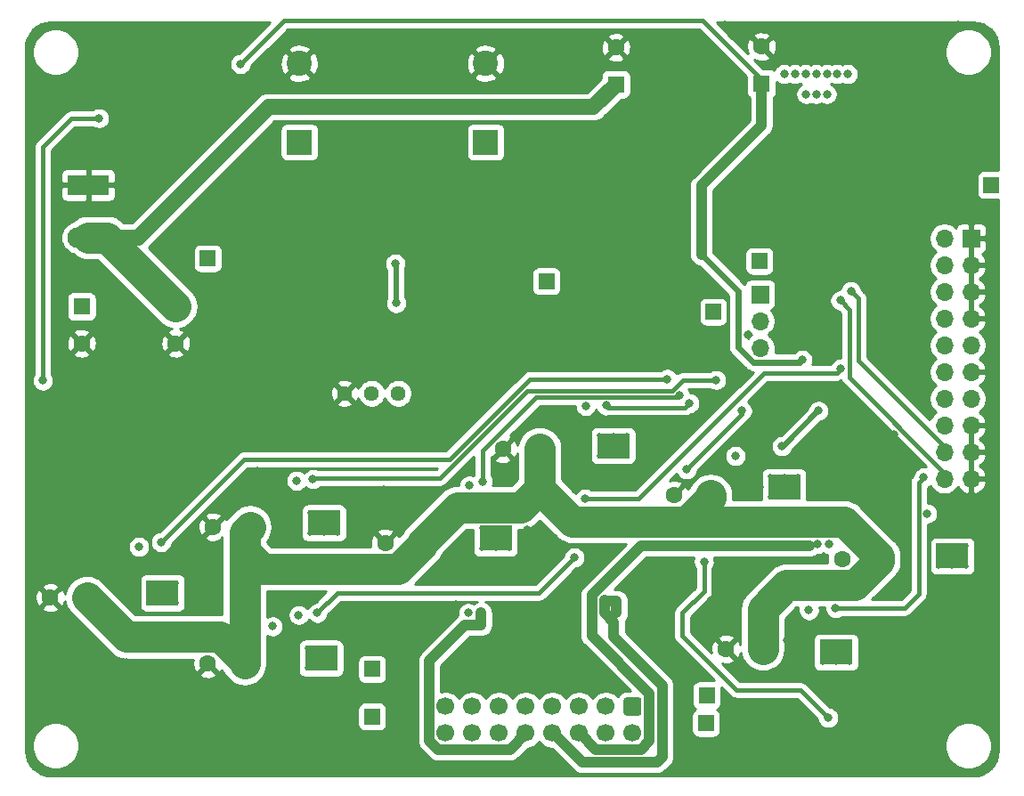
<source format=gbl>
G04 #@! TF.GenerationSoftware,KiCad,Pcbnew,(5.1.12)-1*
G04 #@! TF.CreationDate,2022-03-18T16:38:41+08:00*
G04 #@! TF.ProjectId,Printhead-Driver,5072696e-7468-4656-9164-2d4472697665,V0.5*
G04 #@! TF.SameCoordinates,Original*
G04 #@! TF.FileFunction,Copper,L4,Bot*
G04 #@! TF.FilePolarity,Positive*
%FSLAX46Y46*%
G04 Gerber Fmt 4.6, Leading zero omitted, Abs format (unit mm)*
G04 Created by KiCad (PCBNEW (5.1.12)-1) date 2022-03-18 16:38:41*
%MOMM*%
%LPD*%
G01*
G04 APERTURE LIST*
G04 #@! TA.AperFunction,ComponentPad*
%ADD10R,1.500000X1.500000*%
G04 #@! TD*
G04 #@! TA.AperFunction,ComponentPad*
%ADD11C,1.700000*%
G04 #@! TD*
G04 #@! TA.AperFunction,SMDPad,CuDef*
%ADD12R,3.100000X2.410000*%
G04 #@! TD*
G04 #@! TA.AperFunction,ComponentPad*
%ADD13C,0.500000*%
G04 #@! TD*
G04 #@! TA.AperFunction,ComponentPad*
%ADD14C,1.600000*%
G04 #@! TD*
G04 #@! TA.AperFunction,ComponentPad*
%ADD15R,1.600000X1.600000*%
G04 #@! TD*
G04 #@! TA.AperFunction,ComponentPad*
%ADD16C,1.440000*%
G04 #@! TD*
G04 #@! TA.AperFunction,ComponentPad*
%ADD17O,1.700000X1.700000*%
G04 #@! TD*
G04 #@! TA.AperFunction,ComponentPad*
%ADD18R,1.700000X1.700000*%
G04 #@! TD*
G04 #@! TA.AperFunction,ComponentPad*
%ADD19O,3.960000X1.980000*%
G04 #@! TD*
G04 #@! TA.AperFunction,ComponentPad*
%ADD20R,3.960000X1.980000*%
G04 #@! TD*
G04 #@! TA.AperFunction,ComponentPad*
%ADD21C,2.400000*%
G04 #@! TD*
G04 #@! TA.AperFunction,ComponentPad*
%ADD22R,2.400000X2.400000*%
G04 #@! TD*
G04 #@! TA.AperFunction,ViaPad*
%ADD23C,0.800000*%
G04 #@! TD*
G04 #@! TA.AperFunction,Conductor*
%ADD24C,3.000000*%
G04 #@! TD*
G04 #@! TA.AperFunction,Conductor*
%ADD25C,0.400000*%
G04 #@! TD*
G04 #@! TA.AperFunction,Conductor*
%ADD26C,0.600000*%
G04 #@! TD*
G04 #@! TA.AperFunction,Conductor*
%ADD27C,1.000000*%
G04 #@! TD*
G04 #@! TA.AperFunction,Conductor*
%ADD28C,1.500000*%
G04 #@! TD*
G04 #@! TA.AperFunction,Conductor*
%ADD29C,0.500000*%
G04 #@! TD*
G04 #@! TA.AperFunction,Conductor*
%ADD30C,0.254000*%
G04 #@! TD*
G04 #@! TA.AperFunction,Conductor*
%ADD31C,0.100000*%
G04 #@! TD*
G04 APERTURE END LIST*
D10*
X118935500Y-85217000D03*
D11*
X141541500Y-130365500D03*
X144081500Y-130365500D03*
X146621500Y-130365500D03*
X149161500Y-130365500D03*
X151701500Y-130365500D03*
X154241500Y-130365500D03*
X156781500Y-130365500D03*
X159321500Y-130365500D03*
X141541500Y-127825500D03*
X144081500Y-127825500D03*
X146621500Y-127825500D03*
X149161500Y-127825500D03*
X151701500Y-127825500D03*
X154241500Y-127825500D03*
X156781500Y-127825500D03*
G04 #@! TA.AperFunction,ComponentPad*
G36*
G01*
X158721500Y-126975500D02*
X159921500Y-126975500D01*
G75*
G02*
X160171500Y-127225500I0J-250000D01*
G01*
X160171500Y-128425500D01*
G75*
G02*
X159921500Y-128675500I-250000J0D01*
G01*
X158721500Y-128675500D01*
G75*
G02*
X158471500Y-128425500I0J250000D01*
G01*
X158471500Y-127225500D01*
G75*
G02*
X158721500Y-126975500I250000J0D01*
G01*
G37*
G04 #@! TD.AperFunction*
D10*
X166370000Y-126752000D03*
X166306500Y-129413000D03*
D12*
X157493000Y-103025500D03*
D13*
X156193000Y-103980500D03*
X156193000Y-102070500D03*
X157493000Y-103980500D03*
X157493000Y-102070500D03*
X158793000Y-103980500D03*
X158793000Y-102070500D03*
D14*
X146995000Y-103314500D03*
D15*
X150495000Y-103314500D03*
D14*
X171577000Y-65080000D03*
D15*
X171577000Y-68580000D03*
D14*
X157734000Y-65151000D03*
D15*
X157734000Y-68651000D03*
D14*
X115887500Y-93289000D03*
D15*
X115887500Y-89789000D03*
D14*
X106934000Y-93289000D03*
D15*
X106934000Y-89789000D03*
D14*
X135819000Y-112268000D03*
D15*
X139319000Y-112268000D03*
D14*
X168204000Y-122364499D03*
D15*
X171704000Y-122364499D03*
D14*
X103942000Y-117475000D03*
D15*
X107442000Y-117475000D03*
D14*
X179253000Y-113791999D03*
D15*
X182753000Y-113791999D03*
D14*
X119436000Y-110744000D03*
D15*
X122936000Y-110744000D03*
D14*
X163251000Y-107696000D03*
D15*
X166751000Y-107696000D03*
D14*
X118928000Y-123761500D03*
D15*
X122428000Y-123761500D03*
D12*
X146304000Y-111823500D03*
D13*
X145004000Y-112778500D03*
X145004000Y-110868500D03*
X146304000Y-112778500D03*
X146304000Y-110868500D03*
X147604000Y-112778500D03*
X147604000Y-110868500D03*
D12*
X178676000Y-122647001D03*
D13*
X177376000Y-123602001D03*
X177376000Y-121692001D03*
X178676000Y-123602001D03*
X178676000Y-121692001D03*
X179976000Y-123602001D03*
X179976000Y-121692001D03*
D12*
X114617500Y-117030500D03*
D13*
X113317500Y-117985500D03*
X113317500Y-116075500D03*
X114617500Y-117985500D03*
X114617500Y-116075500D03*
X115917500Y-117985500D03*
X115917500Y-116075500D03*
D12*
X189725000Y-113503000D03*
D13*
X188425000Y-114458000D03*
X188425000Y-112548000D03*
X189725000Y-114458000D03*
X189725000Y-112548000D03*
X191025000Y-114458000D03*
X191025000Y-112548000D03*
D12*
X129984500Y-110363000D03*
D13*
X128684500Y-111318000D03*
X128684500Y-109408000D03*
X129984500Y-111318000D03*
X129984500Y-109408000D03*
X131284500Y-111318000D03*
X131284500Y-109408000D03*
D12*
X173736000Y-106934000D03*
D13*
X172436000Y-107889000D03*
X172436000Y-105979000D03*
X173736000Y-107889000D03*
X173736000Y-105979000D03*
X175036000Y-107889000D03*
X175036000Y-105979000D03*
D12*
X129717500Y-123225000D03*
D13*
X128417500Y-124180000D03*
X128417500Y-122270000D03*
X129717500Y-124180000D03*
X129717500Y-122270000D03*
X131017500Y-124180000D03*
X131017500Y-122270000D03*
D10*
X193421000Y-78232000D03*
X171386500Y-85471000D03*
X167005000Y-90297000D03*
X151130000Y-87376000D03*
X134556500Y-124269500D03*
X134556500Y-128778000D03*
D16*
X137033000Y-98044000D03*
X134493000Y-98044000D03*
X131953000Y-98044000D03*
D17*
X171450000Y-93726000D03*
X171450000Y-91186000D03*
D18*
X171450000Y-88646000D03*
D19*
X107569000Y-83232000D03*
D20*
X107569000Y-78232000D03*
D17*
X188976000Y-106172000D03*
X191516000Y-106172000D03*
X188976000Y-103632000D03*
X191516000Y-103632000D03*
X188976000Y-101092000D03*
X191516000Y-101092000D03*
X188976000Y-98552000D03*
X191516000Y-98552000D03*
X188976000Y-96012000D03*
X191516000Y-96012000D03*
X188976000Y-93472000D03*
X191516000Y-93472000D03*
X188976000Y-90932000D03*
X191516000Y-90932000D03*
X188976000Y-88392000D03*
X191516000Y-88392000D03*
X188976000Y-85852000D03*
X191516000Y-85852000D03*
X188976000Y-83312000D03*
D18*
X191516000Y-83312000D03*
D21*
X145351500Y-66668000D03*
D22*
X145351500Y-74168000D03*
D21*
X127635000Y-66668000D03*
D22*
X127635000Y-74168000D03*
D23*
X103251000Y-96837500D03*
X108585000Y-71882000D03*
X128905000Y-97536000D03*
X127952500Y-98552000D03*
X134556500Y-79946500D03*
X133667500Y-79311500D03*
X135445500Y-79248000D03*
X135636000Y-80518000D03*
X133413500Y-80518000D03*
X133413500Y-81597500D03*
X135636000Y-81597500D03*
X135636000Y-82677000D03*
X133413500Y-82677000D03*
X134556500Y-81026000D03*
X134556500Y-82169000D03*
X169164000Y-105600500D03*
X176466500Y-105092500D03*
X181610000Y-120777000D03*
X176149000Y-122301000D03*
X175006000Y-128333500D03*
X110172500Y-115189000D03*
X117411500Y-115252500D03*
X132588000Y-121094500D03*
X125158500Y-121856500D03*
X125285500Y-108204000D03*
X132842000Y-107823000D03*
X153860500Y-107188000D03*
X152908000Y-101028500D03*
X160337500Y-101409500D03*
X185166000Y-111442500D03*
X192278000Y-112331500D03*
X126047500Y-127952500D03*
X125857000Y-130111500D03*
X174942500Y-129667000D03*
X149288500Y-111061500D03*
X152844500Y-112712500D03*
X150685500Y-115379500D03*
X150685500Y-118110000D03*
X155384500Y-113665000D03*
X150685500Y-125222000D03*
X154686000Y-122682000D03*
X152336500Y-120650000D03*
X142557500Y-118110000D03*
X138620500Y-124396500D03*
X138557000Y-128905000D03*
X132016500Y-129159000D03*
X118808500Y-128651000D03*
X119634000Y-134112000D03*
X106426000Y-134112000D03*
X102044500Y-129286000D03*
X102044500Y-119570500D03*
X102044500Y-109156500D03*
X102044500Y-98933000D03*
X101981000Y-91440000D03*
X101981000Y-82296000D03*
X101981000Y-73977500D03*
X101981000Y-66294000D03*
X105981500Y-63246000D03*
X147955000Y-126682500D03*
X143510000Y-122174000D03*
X146939000Y-120523000D03*
X147955000Y-122682000D03*
X150685500Y-122682000D03*
X139573000Y-118808500D03*
X135636000Y-107251500D03*
X143827500Y-112077500D03*
X182245000Y-94297500D03*
X182245000Y-92202000D03*
X182245000Y-90360500D03*
X182245000Y-88836500D03*
X178816000Y-93027500D03*
X178816000Y-91376500D03*
X174625000Y-89598500D03*
X168783000Y-95694500D03*
X172593000Y-92456000D03*
X170307000Y-92456000D03*
X173228000Y-87757000D03*
X167767000Y-88582500D03*
X165735000Y-87630000D03*
X162052000Y-88900000D03*
X162052000Y-92646500D03*
X162115500Y-95313500D03*
X156527500Y-91440000D03*
X156337000Y-86042500D03*
X153733500Y-85153500D03*
X164020500Y-81216500D03*
X173863000Y-83756500D03*
X170497500Y-80391000D03*
X177165000Y-75755500D03*
X177101500Y-71120000D03*
X168592500Y-71120000D03*
X168592500Y-72707500D03*
X168465500Y-73723500D03*
X168084500Y-66230500D03*
X175133000Y-66040000D03*
X190246000Y-63055500D03*
X193802000Y-67183000D03*
X193865500Y-74358500D03*
X188150500Y-68580000D03*
X183197500Y-70739000D03*
X187261500Y-74803000D03*
X186245500Y-76009500D03*
X181419500Y-75755500D03*
X180276500Y-71120000D03*
X190246000Y-77724000D03*
X186436000Y-81470500D03*
X181927500Y-81470500D03*
X180213000Y-80708500D03*
X177736500Y-82613500D03*
X175831500Y-80708500D03*
X150495000Y-75755500D03*
X120396000Y-71310500D03*
X112903000Y-76200000D03*
X113030000Y-79502000D03*
X111506000Y-81470500D03*
X112458500Y-80645000D03*
X113919000Y-84201000D03*
X115760500Y-82232500D03*
X114808000Y-83185000D03*
X123634500Y-105473500D03*
X119824500Y-105473500D03*
X115125500Y-109664500D03*
X112141000Y-105283000D03*
X111188500Y-123634500D03*
X112395000Y-124523500D03*
X115951000Y-125984000D03*
X119951500Y-118491000D03*
X132842000Y-118427500D03*
X125285500Y-109664500D03*
X133032500Y-112331500D03*
X134620000Y-120459500D03*
X162814000Y-123825000D03*
X167957500Y-128206500D03*
X168211500Y-126873000D03*
X168211500Y-129603500D03*
X152781000Y-133413500D03*
X145732500Y-133413500D03*
X150495000Y-131572000D03*
X163957000Y-134048500D03*
X177863500Y-133985000D03*
X190309500Y-134048500D03*
X193611500Y-129984500D03*
X193611500Y-122174000D03*
X193675000Y-114998500D03*
X172783500Y-113982500D03*
X171259500Y-115506500D03*
X167386000Y-113982500D03*
X186309000Y-119189500D03*
X188658500Y-119189500D03*
X186118500Y-123634500D03*
X187515500Y-127571500D03*
X185674000Y-125031500D03*
X187769500Y-107886500D03*
X183705500Y-105283000D03*
X179768500Y-101346000D03*
X187769500Y-99822000D03*
X184150000Y-101981000D03*
X123825000Y-63182500D03*
X133286500Y-63944500D03*
X139636500Y-63944500D03*
X149669500Y-64008000D03*
X165481000Y-63754000D03*
X168084500Y-63055500D03*
X162623500Y-73850500D03*
X159131000Y-77089000D03*
X160655000Y-77089000D03*
X161417000Y-78867000D03*
X159131000Y-78994000D03*
X148399500Y-80835500D03*
X135826500Y-96837500D03*
X135826500Y-92392500D03*
X138811000Y-92202000D03*
X138811000Y-90106500D03*
X140081000Y-94043500D03*
X140081000Y-96837500D03*
X114427000Y-102743000D03*
X111061500Y-102806500D03*
X109410500Y-104775000D03*
X109156500Y-108394500D03*
X107188000Y-99060000D03*
X105600500Y-100838000D03*
X122745500Y-92202000D03*
X122491500Y-93789500D03*
X120840500Y-93789500D03*
X119761000Y-98361500D03*
X121983500Y-98298000D03*
X125158500Y-100266500D03*
X133350000Y-92456000D03*
X133350000Y-95123000D03*
X127317500Y-94297500D03*
X128460500Y-87884000D03*
X122428000Y-87122000D03*
X144208500Y-76898500D03*
X129667000Y-76644500D03*
X129667000Y-81788000D03*
X124015500Y-79756000D03*
X161226500Y-118808500D03*
X164274500Y-115697000D03*
X161290000Y-113982500D03*
X165671500Y-121094500D03*
X174053500Y-121539000D03*
X179260500Y-107886500D03*
X167449500Y-115697000D03*
X171386500Y-106934000D03*
X122047000Y-66738500D03*
X165862000Y-84836000D03*
X175450500Y-94869000D03*
X112395000Y-112649000D03*
X127571500Y-119126000D03*
X125095000Y-120205500D03*
X127381000Y-106362500D03*
X143796462Y-106818489D03*
X154876500Y-99250500D03*
X169100500Y-104013000D03*
X176085500Y-118681500D03*
X187325000Y-109474000D03*
X173736000Y-67691000D03*
X174752000Y-67691000D03*
X175768000Y-67691000D03*
X176784000Y-67691000D03*
X177800000Y-67691000D03*
X178752500Y-67691000D03*
X179768500Y-67691000D03*
X175831500Y-69596000D03*
X176784000Y-69596000D03*
X177800000Y-69596000D03*
X136840149Y-89467957D03*
X136755616Y-85707012D03*
X176149000Y-112522000D03*
X176914474Y-112359511D03*
X178004738Y-112359511D03*
X157797500Y-117792500D03*
X157797500Y-118935500D03*
X156654500Y-118935500D03*
X156654500Y-117729000D03*
X144907000Y-120078500D03*
X144907000Y-118935500D03*
X143700500Y-118935500D03*
X143764000Y-120015000D03*
X180086000Y-88328500D03*
X179070000Y-89217500D03*
X187007500Y-106045000D03*
X178625500Y-118491000D03*
X176998733Y-99713246D03*
X173523993Y-103067370D03*
X164719000Y-98979913D03*
X156822898Y-99190021D03*
X163817242Y-98235271D03*
X145056806Y-106433536D03*
X114490500Y-112204500D03*
X162616939Y-96672490D03*
X167259000Y-96774000D03*
X128927527Y-106212982D03*
X154813000Y-108077000D03*
X153797000Y-113665000D03*
X129349500Y-118935500D03*
X179126702Y-95713673D03*
X177927000Y-128905000D03*
X166116000Y-114046000D03*
X164465000Y-105283000D03*
X169735500Y-99699980D03*
D24*
X107442000Y-117475000D02*
X111188500Y-121221500D01*
X122428000Y-123561498D02*
X122428000Y-123761500D01*
X120088002Y-121221500D02*
X122428000Y-123561498D01*
X111188500Y-121221500D02*
X120088002Y-121221500D01*
X122428000Y-111252000D02*
X122936000Y-110744000D01*
X139319000Y-112468002D02*
X139319000Y-112268000D01*
X137019001Y-114768001D02*
X139319000Y-112468002D01*
X124102501Y-114768001D02*
X137019001Y-114768001D01*
X122428000Y-113093500D02*
X124102501Y-114768001D01*
X122428000Y-123761500D02*
X122428000Y-113093500D01*
X122428000Y-113093500D02*
X122428000Y-111252000D01*
X150495000Y-107114500D02*
X150495000Y-103314500D01*
X166751000Y-107959502D02*
X166751000Y-107759500D01*
X164451001Y-110259501D02*
X166751000Y-107959502D01*
X153640001Y-110259501D02*
X164451001Y-110259501D01*
X150495000Y-107114500D02*
X153640001Y-110259501D01*
X164451001Y-110259501D02*
X179420504Y-110259501D01*
X182753000Y-113591997D02*
X182753000Y-113791999D01*
X179420504Y-110259501D02*
X182753000Y-113591997D01*
D25*
X103251000Y-96837500D02*
X103251000Y-74612500D01*
X105981500Y-71882000D02*
X108585000Y-71882000D01*
X103251000Y-74612500D02*
X105981500Y-71882000D01*
D24*
X148691001Y-108918499D02*
X150495000Y-107114500D01*
X139319000Y-112268000D02*
X142668501Y-108918499D01*
X142668501Y-108918499D02*
X148691001Y-108918499D01*
X171704000Y-118564499D02*
X171704000Y-122364499D01*
X182753000Y-113791999D02*
X182753000Y-113992001D01*
X182753000Y-113992001D02*
X180453001Y-116292000D01*
X180453001Y-116292000D02*
X173976499Y-116292000D01*
X173976499Y-116292000D02*
X171704000Y-118564499D01*
D25*
X171577000Y-68580000D02*
X171577000Y-68199000D01*
X171577000Y-68199000D02*
X165989000Y-62611000D01*
X126174500Y-62611000D02*
X122047000Y-66738500D01*
X165989000Y-62611000D02*
X126174500Y-62611000D01*
D26*
X165862000Y-84836000D02*
X169354500Y-88328500D01*
X175243499Y-95076001D02*
X175450500Y-94869000D01*
X169354500Y-88328500D02*
X169354500Y-93628502D01*
X169354500Y-93628502D02*
X170801999Y-95076001D01*
X170801999Y-95076001D02*
X175243499Y-95076001D01*
D27*
X171577000Y-68580000D02*
X171577000Y-72580500D01*
X165862000Y-78295500D02*
X165862000Y-84836000D01*
X171577000Y-72580500D02*
X165862000Y-78295500D01*
D24*
X109330500Y-83232000D02*
X115887500Y-89789000D01*
X107569000Y-83232000D02*
X109330500Y-83232000D01*
D28*
X107569000Y-83232000D02*
X112284500Y-83232000D01*
X112284500Y-83232000D02*
X124714000Y-70802500D01*
X155582500Y-70802500D02*
X157734000Y-68651000D01*
X124714000Y-70802500D02*
X155582500Y-70802500D01*
D29*
X136840149Y-85791545D02*
X136755616Y-85707012D01*
X136840149Y-89467957D02*
X136840149Y-85791545D01*
D27*
X155454490Y-117231940D02*
X155454490Y-121100990D01*
X160164430Y-112522000D02*
X155454490Y-117231940D01*
X155454490Y-121100990D02*
X160935001Y-126581501D01*
X160935001Y-126581501D02*
X160935001Y-131109501D01*
X160935001Y-131109501D02*
X160129001Y-131915501D01*
X160129001Y-131915501D02*
X155855001Y-131915501D01*
X176149000Y-112522000D02*
X160164430Y-112522000D01*
X155855001Y-131915501D02*
X154305000Y-130365500D01*
X156718000Y-117792500D02*
X156654500Y-117729000D01*
X157797500Y-117792500D02*
X156718000Y-117792500D01*
X156654500Y-117729000D02*
X156654500Y-118935500D01*
X157797500Y-117792500D02*
X157797500Y-118935500D01*
X156654500Y-118935500D02*
X157543500Y-119824500D01*
X157543500Y-119824500D02*
X157543500Y-121221500D01*
X162135012Y-125813012D02*
X162135012Y-132631988D01*
X157543500Y-121221500D02*
X162135012Y-125813012D01*
X154515012Y-133115512D02*
X151765000Y-130365500D01*
X161651488Y-133115512D02*
X154515012Y-133115512D01*
X162135012Y-132631988D02*
X161651488Y-133115512D01*
X144907000Y-120078500D02*
X144907000Y-118935500D01*
X147674999Y-131915501D02*
X149225000Y-130365500D01*
X140797499Y-131915501D02*
X147674999Y-131915501D01*
X139991499Y-131109501D02*
X140797499Y-131915501D01*
X139991499Y-123470001D02*
X139991499Y-131109501D01*
X143383000Y-120078500D02*
X139991499Y-123470001D01*
X144907000Y-120078500D02*
X143383000Y-120078500D01*
D25*
X189039500Y-103187500D02*
X189039500Y-103632000D01*
X180784500Y-94932500D02*
X189039500Y-103187500D01*
X180784500Y-89027000D02*
X180086000Y-88328500D01*
X180784500Y-94932500D02*
X180784500Y-89027000D01*
X189039500Y-105648488D02*
X189039500Y-106172000D01*
X179926703Y-96535691D02*
X189039500Y-105648488D01*
X179926703Y-90074203D02*
X179926703Y-96535691D01*
X179070000Y-89217500D02*
X179926703Y-90074203D01*
X187007500Y-106045000D02*
X186524999Y-106527501D01*
X186524999Y-106527501D02*
X186524999Y-117132001D01*
X186524999Y-117132001D02*
X185166000Y-118491000D01*
X185166000Y-118491000D02*
X178625500Y-118491000D01*
D29*
X173644609Y-103067370D02*
X173523993Y-103067370D01*
X176998733Y-99713246D02*
X173644609Y-103067370D01*
D25*
X164319001Y-99379912D02*
X157012789Y-99379912D01*
X164719000Y-98979913D02*
X164319001Y-99379912D01*
X157012789Y-99379912D02*
X156822898Y-99190021D01*
X145056806Y-103516170D02*
X145056806Y-106433536D01*
X163662502Y-98390011D02*
X150182965Y-98390011D01*
X150182965Y-98390011D02*
X145056806Y-103516170D01*
X163817242Y-98235271D02*
X163662502Y-98390011D01*
X122364500Y-104330500D02*
X141899458Y-104330500D01*
X141899458Y-104330500D02*
X149557468Y-96672490D01*
X114490500Y-112204500D02*
X122364500Y-104330500D01*
X149557468Y-96672490D02*
X162616939Y-96672490D01*
X167259000Y-96774000D02*
X164084000Y-96774000D01*
X164084000Y-96774000D02*
X163068000Y-97790000D01*
X163068000Y-97790000D02*
X149288500Y-97790000D01*
X129032009Y-106108500D02*
X128927527Y-106212982D01*
X140970000Y-106108500D02*
X129032009Y-106108500D01*
X149288500Y-97790000D02*
X140970000Y-106108500D01*
X153797000Y-113665000D02*
X150431500Y-117030500D01*
X131254500Y-117030500D02*
X129349500Y-118935500D01*
X150431500Y-117030500D02*
X131254500Y-117030500D01*
X171856328Y-96113672D02*
X178726703Y-96113672D01*
X154813000Y-108077000D02*
X159893000Y-108077000D01*
X159893000Y-108077000D02*
X171856328Y-96113672D01*
X178726703Y-96113672D02*
X179126702Y-95713673D01*
X177927000Y-128905000D02*
X175260000Y-126238000D01*
X175260000Y-126238000D02*
X169164000Y-126238000D01*
X169164000Y-126238000D02*
X164020500Y-121094500D01*
X164020500Y-121094500D02*
X164020500Y-118935500D01*
X166116000Y-116840000D02*
X166116000Y-114046000D01*
X164020500Y-118935500D02*
X166116000Y-116840000D01*
X169735500Y-100012500D02*
X169735500Y-99699980D01*
X164465000Y-105283000D02*
X169735500Y-100012500D01*
D30*
X121890226Y-65714407D02*
X121745102Y-65743274D01*
X121556744Y-65821295D01*
X121387226Y-65934563D01*
X121243063Y-66078726D01*
X121129795Y-66248244D01*
X121051774Y-66436602D01*
X121012000Y-66636561D01*
X121012000Y-66840439D01*
X121051774Y-67040398D01*
X121129795Y-67228756D01*
X121243063Y-67398274D01*
X121387226Y-67542437D01*
X121556744Y-67655705D01*
X121745102Y-67733726D01*
X121945061Y-67773500D01*
X122148939Y-67773500D01*
X122348898Y-67733726D01*
X122537256Y-67655705D01*
X122706774Y-67542437D01*
X122850937Y-67398274D01*
X122964205Y-67228756D01*
X123042226Y-67040398D01*
X123071093Y-66895274D01*
X123243683Y-66722684D01*
X125791933Y-66722684D01*
X125838015Y-67081198D01*
X125953154Y-67423833D01*
X126072164Y-67646486D01*
X126357020Y-67766374D01*
X127455395Y-66668000D01*
X127814605Y-66668000D01*
X128912980Y-67766374D01*
X129197836Y-67646486D01*
X129358699Y-67322790D01*
X129453322Y-66973931D01*
X129470562Y-66722684D01*
X143508433Y-66722684D01*
X143554515Y-67081198D01*
X143669654Y-67423833D01*
X143788664Y-67646486D01*
X144073520Y-67766374D01*
X145171895Y-66668000D01*
X145531105Y-66668000D01*
X146629480Y-67766374D01*
X146914336Y-67646486D01*
X147075199Y-67322790D01*
X147169822Y-66973931D01*
X147194567Y-66613316D01*
X147148485Y-66254802D01*
X147111151Y-66143702D01*
X156920903Y-66143702D01*
X156992486Y-66387671D01*
X157247996Y-66508571D01*
X157522184Y-66577300D01*
X157804512Y-66591217D01*
X158084130Y-66549787D01*
X158350292Y-66454603D01*
X158475514Y-66387671D01*
X158547097Y-66143702D01*
X157734000Y-65330605D01*
X156920903Y-66143702D01*
X147111151Y-66143702D01*
X147033346Y-65912167D01*
X146914336Y-65689514D01*
X146629480Y-65569626D01*
X145531105Y-66668000D01*
X145171895Y-66668000D01*
X144073520Y-65569626D01*
X143788664Y-65689514D01*
X143627801Y-66013210D01*
X143533178Y-66362069D01*
X143508433Y-66722684D01*
X129470562Y-66722684D01*
X129478067Y-66613316D01*
X129431985Y-66254802D01*
X129316846Y-65912167D01*
X129197836Y-65689514D01*
X128912980Y-65569626D01*
X127814605Y-66668000D01*
X127455395Y-66668000D01*
X126357020Y-65569626D01*
X126072164Y-65689514D01*
X125911301Y-66013210D01*
X125816678Y-66362069D01*
X125791933Y-66722684D01*
X123243683Y-66722684D01*
X124576347Y-65390020D01*
X126536626Y-65390020D01*
X127635000Y-66488395D01*
X128733374Y-65390020D01*
X144253126Y-65390020D01*
X145351500Y-66488395D01*
X146449874Y-65390020D01*
X146378954Y-65221512D01*
X156293783Y-65221512D01*
X156335213Y-65501130D01*
X156430397Y-65767292D01*
X156497329Y-65892514D01*
X156741298Y-65964097D01*
X157554395Y-65151000D01*
X157913605Y-65151000D01*
X158726702Y-65964097D01*
X158970671Y-65892514D01*
X159091571Y-65637004D01*
X159160300Y-65362816D01*
X159174217Y-65080488D01*
X159132787Y-64800870D01*
X159037603Y-64534708D01*
X158970671Y-64409486D01*
X158726702Y-64337903D01*
X157913605Y-65151000D01*
X157554395Y-65151000D01*
X156741298Y-64337903D01*
X156497329Y-64409486D01*
X156376429Y-64664996D01*
X156307700Y-64939184D01*
X156293783Y-65221512D01*
X146378954Y-65221512D01*
X146329986Y-65105164D01*
X146006290Y-64944301D01*
X145657431Y-64849678D01*
X145296816Y-64824933D01*
X144938302Y-64871015D01*
X144595667Y-64986154D01*
X144373014Y-65105164D01*
X144253126Y-65390020D01*
X128733374Y-65390020D01*
X128613486Y-65105164D01*
X128289790Y-64944301D01*
X127940931Y-64849678D01*
X127580316Y-64824933D01*
X127221802Y-64871015D01*
X126879167Y-64986154D01*
X126656514Y-65105164D01*
X126536626Y-65390020D01*
X124576347Y-65390020D01*
X125808069Y-64158298D01*
X156920903Y-64158298D01*
X157734000Y-64971395D01*
X158547097Y-64158298D01*
X158475514Y-63914329D01*
X158220004Y-63793429D01*
X157945816Y-63724700D01*
X157663488Y-63710783D01*
X157383870Y-63752213D01*
X157117708Y-63847397D01*
X156992486Y-63914329D01*
X156920903Y-64158298D01*
X125808069Y-64158298D01*
X126520368Y-63446000D01*
X165643133Y-63446000D01*
X170138928Y-67941796D01*
X170138928Y-69380000D01*
X170151188Y-69504482D01*
X170187498Y-69624180D01*
X170246463Y-69734494D01*
X170325815Y-69831185D01*
X170422506Y-69910537D01*
X170442000Y-69920957D01*
X170442001Y-72110366D01*
X165098865Y-77453504D01*
X165055551Y-77489051D01*
X164913716Y-77661877D01*
X164808325Y-77859053D01*
X164808324Y-77859054D01*
X164743423Y-78073002D01*
X164721509Y-78295500D01*
X164727000Y-78351252D01*
X164727001Y-84891752D01*
X164743424Y-85058499D01*
X164808325Y-85272447D01*
X164913717Y-85469623D01*
X165055552Y-85642449D01*
X165228378Y-85784284D01*
X165425554Y-85889676D01*
X165639502Y-85954577D01*
X165660340Y-85956629D01*
X168419500Y-88715789D01*
X168419501Y-93582560D01*
X168414976Y-93628502D01*
X168433029Y-93811793D01*
X168461392Y-93905292D01*
X168486494Y-93988042D01*
X168573315Y-94150474D01*
X168690157Y-94292846D01*
X168725836Y-94322127D01*
X170108369Y-95704660D01*
X170137655Y-95740345D01*
X170280027Y-95857187D01*
X170367609Y-95904000D01*
X170442458Y-95944008D01*
X170618707Y-95997473D01*
X170776152Y-96012979D01*
X159547133Y-107242000D01*
X155426285Y-107242000D01*
X155303256Y-107159795D01*
X155114898Y-107081774D01*
X154914939Y-107042000D01*
X154711061Y-107042000D01*
X154511102Y-107081774D01*
X154322744Y-107159795D01*
X154153226Y-107273063D01*
X154009063Y-107417226D01*
X153932162Y-107532317D01*
X152630000Y-106230155D01*
X152630000Y-103209618D01*
X152599108Y-102895967D01*
X152477026Y-102493518D01*
X152278777Y-102122619D01*
X152030834Y-101820500D01*
X155304928Y-101820500D01*
X155304928Y-104230500D01*
X155317188Y-104354982D01*
X155353498Y-104474680D01*
X155412463Y-104584994D01*
X155491815Y-104681685D01*
X155588506Y-104761037D01*
X155698820Y-104820002D01*
X155818518Y-104856312D01*
X155943000Y-104868572D01*
X159043000Y-104868572D01*
X159167482Y-104856312D01*
X159287180Y-104820002D01*
X159397494Y-104761037D01*
X159494185Y-104681685D01*
X159573537Y-104584994D01*
X159632502Y-104474680D01*
X159668812Y-104354982D01*
X159681072Y-104230500D01*
X159681072Y-101820500D01*
X159668812Y-101696018D01*
X159632502Y-101576320D01*
X159573537Y-101466006D01*
X159494185Y-101369315D01*
X159397494Y-101289963D01*
X159287180Y-101230998D01*
X159167482Y-101194688D01*
X159043000Y-101182428D01*
X155943000Y-101182428D01*
X155818518Y-101194688D01*
X155698820Y-101230998D01*
X155588506Y-101289963D01*
X155491815Y-101369315D01*
X155412463Y-101466006D01*
X155353498Y-101576320D01*
X155317188Y-101696018D01*
X155304928Y-101820500D01*
X152030834Y-101820500D01*
X152011977Y-101797523D01*
X151686881Y-101530723D01*
X151315982Y-101332474D01*
X150913533Y-101210392D01*
X150495000Y-101169170D01*
X150076468Y-101210392D01*
X149674019Y-101332474D01*
X149303120Y-101530723D01*
X148978024Y-101797523D01*
X148711224Y-102122619D01*
X148512975Y-102493518D01*
X148390893Y-102895967D01*
X148386236Y-102943254D01*
X148298603Y-102698208D01*
X148231671Y-102572986D01*
X147987702Y-102501403D01*
X147174605Y-103314500D01*
X147987702Y-104127597D01*
X148231671Y-104056014D01*
X148352571Y-103800504D01*
X148360001Y-103770863D01*
X148360000Y-106230154D01*
X147806656Y-106783499D01*
X146032123Y-106783499D01*
X146052032Y-106735434D01*
X146091806Y-106535475D01*
X146091806Y-106331597D01*
X146052032Y-106131638D01*
X145974011Y-105943280D01*
X145891806Y-105820251D01*
X145891806Y-104307202D01*
X146181903Y-104307202D01*
X146253486Y-104551171D01*
X146508996Y-104672071D01*
X146783184Y-104740800D01*
X147065512Y-104754717D01*
X147345130Y-104713287D01*
X147611292Y-104618103D01*
X147736514Y-104551171D01*
X147808097Y-104307202D01*
X146995000Y-103494105D01*
X146181903Y-104307202D01*
X145891806Y-104307202D01*
X145891806Y-104095178D01*
X146002298Y-104127597D01*
X146815395Y-103314500D01*
X146801253Y-103300358D01*
X146980858Y-103120753D01*
X146995000Y-103134895D01*
X147808097Y-102321798D01*
X147736514Y-102077829D01*
X147695447Y-102058397D01*
X150528834Y-99225011D01*
X153841500Y-99225011D01*
X153841500Y-99352439D01*
X153881274Y-99552398D01*
X153959295Y-99740756D01*
X154072563Y-99910274D01*
X154216726Y-100054437D01*
X154386244Y-100167705D01*
X154574602Y-100245726D01*
X154774561Y-100285500D01*
X154978439Y-100285500D01*
X155178398Y-100245726D01*
X155366756Y-100167705D01*
X155536274Y-100054437D01*
X155680437Y-99910274D01*
X155793705Y-99740756D01*
X155862225Y-99575336D01*
X155905693Y-99680277D01*
X156018961Y-99849795D01*
X156163124Y-99993958D01*
X156332642Y-100107226D01*
X156521000Y-100185247D01*
X156720959Y-100225021D01*
X156924837Y-100225021D01*
X156974374Y-100215168D01*
X157012788Y-100218951D01*
X157053796Y-100214912D01*
X164277983Y-100214912D01*
X164319001Y-100218952D01*
X164360019Y-100214912D01*
X164360020Y-100214912D01*
X164482690Y-100202830D01*
X164640088Y-100155084D01*
X164785147Y-100077548D01*
X164874434Y-100004272D01*
X165020898Y-99975139D01*
X165209256Y-99897118D01*
X165378774Y-99783850D01*
X165522937Y-99639687D01*
X165636205Y-99470169D01*
X165714226Y-99281811D01*
X165754000Y-99081852D01*
X165754000Y-98877974D01*
X165714226Y-98678015D01*
X165636205Y-98489657D01*
X165522937Y-98320139D01*
X165378774Y-98175976D01*
X165209256Y-98062708D01*
X165020898Y-97984687D01*
X164820939Y-97944913D01*
X164814763Y-97944913D01*
X164812468Y-97933373D01*
X164734447Y-97745015D01*
X164643565Y-97609000D01*
X166645715Y-97609000D01*
X166768744Y-97691205D01*
X166957102Y-97769226D01*
X167157061Y-97809000D01*
X167360939Y-97809000D01*
X167560898Y-97769226D01*
X167749256Y-97691205D01*
X167918774Y-97577937D01*
X168062937Y-97433774D01*
X168176205Y-97264256D01*
X168254226Y-97075898D01*
X168294000Y-96875939D01*
X168294000Y-96672061D01*
X168254226Y-96472102D01*
X168176205Y-96283744D01*
X168062937Y-96114226D01*
X167918774Y-95970063D01*
X167749256Y-95856795D01*
X167560898Y-95778774D01*
X167360939Y-95739000D01*
X167157061Y-95739000D01*
X166957102Y-95778774D01*
X166768744Y-95856795D01*
X166645715Y-95939000D01*
X164125018Y-95939000D01*
X164084000Y-95934960D01*
X164042981Y-95939000D01*
X163920311Y-95951082D01*
X163762913Y-95998828D01*
X163617854Y-96076364D01*
X163518103Y-96158227D01*
X163420876Y-96012716D01*
X163276713Y-95868553D01*
X163107195Y-95755285D01*
X162918837Y-95677264D01*
X162718878Y-95637490D01*
X162515000Y-95637490D01*
X162315041Y-95677264D01*
X162126683Y-95755285D01*
X162003654Y-95837490D01*
X149598486Y-95837490D01*
X149557468Y-95833450D01*
X149516450Y-95837490D01*
X149516449Y-95837490D01*
X149393779Y-95849572D01*
X149276988Y-95885000D01*
X149236381Y-95897318D01*
X149091322Y-95974854D01*
X149019785Y-96033563D01*
X148964177Y-96079199D01*
X148938031Y-96111058D01*
X141553591Y-103495500D01*
X122405518Y-103495500D01*
X122364500Y-103491460D01*
X122323482Y-103495500D01*
X122323481Y-103495500D01*
X122200811Y-103507582D01*
X122043413Y-103555328D01*
X121898354Y-103632864D01*
X121821195Y-103696187D01*
X121771209Y-103737209D01*
X121745063Y-103769068D01*
X114333726Y-111180407D01*
X114188602Y-111209274D01*
X114000244Y-111287295D01*
X113830726Y-111400563D01*
X113686563Y-111544726D01*
X113573295Y-111714244D01*
X113495274Y-111902602D01*
X113455500Y-112102561D01*
X113455500Y-112306439D01*
X113495274Y-112506398D01*
X113573295Y-112694756D01*
X113686563Y-112864274D01*
X113830726Y-113008437D01*
X114000244Y-113121705D01*
X114188602Y-113199726D01*
X114388561Y-113239500D01*
X114592439Y-113239500D01*
X114792398Y-113199726D01*
X114980756Y-113121705D01*
X115150274Y-113008437D01*
X115294437Y-112864274D01*
X115407705Y-112694756D01*
X115485726Y-112506398D01*
X115514593Y-112361274D01*
X117061355Y-110814512D01*
X117995783Y-110814512D01*
X118037213Y-111094130D01*
X118132397Y-111360292D01*
X118199329Y-111485514D01*
X118443298Y-111557097D01*
X119256395Y-110744000D01*
X118443298Y-109930903D01*
X118199329Y-110002486D01*
X118078429Y-110257996D01*
X118009700Y-110532184D01*
X117995783Y-110814512D01*
X117061355Y-110814512D01*
X118124569Y-109751298D01*
X118622903Y-109751298D01*
X119436000Y-110564395D01*
X120249097Y-109751298D01*
X120177514Y-109507329D01*
X119922004Y-109386429D01*
X119647816Y-109317700D01*
X119365488Y-109303783D01*
X119085870Y-109345213D01*
X118819708Y-109440397D01*
X118694486Y-109507329D01*
X118622903Y-109751298D01*
X118124569Y-109751298D01*
X122710369Y-105165500D01*
X140732133Y-105165500D01*
X140624133Y-105273500D01*
X129364002Y-105273500D01*
X129229425Y-105217756D01*
X129029466Y-105177982D01*
X128825588Y-105177982D01*
X128625629Y-105217756D01*
X128437271Y-105295777D01*
X128267753Y-105409045D01*
X128123590Y-105553208D01*
X128088274Y-105606063D01*
X128040774Y-105558563D01*
X127871256Y-105445295D01*
X127682898Y-105367274D01*
X127482939Y-105327500D01*
X127279061Y-105327500D01*
X127079102Y-105367274D01*
X126890744Y-105445295D01*
X126721226Y-105558563D01*
X126577063Y-105702726D01*
X126463795Y-105872244D01*
X126385774Y-106060602D01*
X126346000Y-106260561D01*
X126346000Y-106464439D01*
X126385774Y-106664398D01*
X126463795Y-106852756D01*
X126577063Y-107022274D01*
X126721226Y-107166437D01*
X126890744Y-107279705D01*
X127079102Y-107357726D01*
X127279061Y-107397500D01*
X127482939Y-107397500D01*
X127682898Y-107357726D01*
X127871256Y-107279705D01*
X128040774Y-107166437D01*
X128184937Y-107022274D01*
X128220253Y-106969419D01*
X128267753Y-107016919D01*
X128437271Y-107130187D01*
X128625629Y-107208208D01*
X128825588Y-107247982D01*
X129029466Y-107247982D01*
X129229425Y-107208208D01*
X129417783Y-107130187D01*
X129587301Y-107016919D01*
X129660720Y-106943500D01*
X140928982Y-106943500D01*
X140970000Y-106947540D01*
X141011018Y-106943500D01*
X141011019Y-106943500D01*
X141133689Y-106931418D01*
X141291087Y-106883672D01*
X141436146Y-106806136D01*
X141563291Y-106701791D01*
X141589446Y-106669921D01*
X144221806Y-104037561D01*
X144221807Y-105820250D01*
X144193470Y-105862659D01*
X144098360Y-105823263D01*
X143898401Y-105783489D01*
X143694523Y-105783489D01*
X143494564Y-105823263D01*
X143306206Y-105901284D01*
X143136688Y-106014552D01*
X142992525Y-106158715D01*
X142879257Y-106328233D01*
X142801236Y-106516591D01*
X142761462Y-106716550D01*
X142761462Y-106782326D01*
X142668501Y-106773170D01*
X142563626Y-106783499D01*
X142563619Y-106783499D01*
X142287502Y-106810694D01*
X142249967Y-106814391D01*
X141864183Y-106931418D01*
X141847519Y-106936473D01*
X141476620Y-107134722D01*
X141476618Y-107134723D01*
X141476619Y-107134723D01*
X141232990Y-107334664D01*
X141232988Y-107334666D01*
X141151524Y-107401522D01*
X141084668Y-107482986D01*
X137883491Y-110684164D01*
X137802023Y-110751023D01*
X137535223Y-111076119D01*
X137355732Y-111411924D01*
X137120285Y-111647371D01*
X137055671Y-111526486D01*
X136811702Y-111454903D01*
X135998605Y-112268000D01*
X136012748Y-112282143D01*
X135833143Y-112461748D01*
X135819000Y-112447605D01*
X135804858Y-112461748D01*
X135625253Y-112282143D01*
X135639395Y-112268000D01*
X134826298Y-111454903D01*
X134582329Y-111526486D01*
X134461429Y-111781996D01*
X134392700Y-112056184D01*
X134378783Y-112338512D01*
X134420213Y-112618130D01*
X134425531Y-112633001D01*
X124986847Y-112633001D01*
X124563000Y-112209155D01*
X124563000Y-112126913D01*
X124719776Y-111935881D01*
X124918025Y-111564982D01*
X125040107Y-111162535D01*
X125081329Y-110744001D01*
X125040107Y-110325467D01*
X124918025Y-109923019D01*
X124719776Y-109552119D01*
X124452977Y-109227023D01*
X124368873Y-109158000D01*
X127796428Y-109158000D01*
X127796428Y-111568000D01*
X127808688Y-111692482D01*
X127844998Y-111812180D01*
X127903963Y-111922494D01*
X127983315Y-112019185D01*
X128080006Y-112098537D01*
X128190320Y-112157502D01*
X128310018Y-112193812D01*
X128434500Y-112206072D01*
X131534500Y-112206072D01*
X131658982Y-112193812D01*
X131778680Y-112157502D01*
X131888994Y-112098537D01*
X131985685Y-112019185D01*
X132065037Y-111922494D01*
X132124002Y-111812180D01*
X132160312Y-111692482D01*
X132172572Y-111568000D01*
X132172572Y-111275298D01*
X135005903Y-111275298D01*
X135819000Y-112088395D01*
X136632097Y-111275298D01*
X136560514Y-111031329D01*
X136305004Y-110910429D01*
X136030816Y-110841700D01*
X135748488Y-110827783D01*
X135468870Y-110869213D01*
X135202708Y-110964397D01*
X135077486Y-111031329D01*
X135005903Y-111275298D01*
X132172572Y-111275298D01*
X132172572Y-109158000D01*
X132160312Y-109033518D01*
X132124002Y-108913820D01*
X132065037Y-108803506D01*
X131985685Y-108706815D01*
X131888994Y-108627463D01*
X131778680Y-108568498D01*
X131658982Y-108532188D01*
X131534500Y-108519928D01*
X128434500Y-108519928D01*
X128310018Y-108532188D01*
X128190320Y-108568498D01*
X128080006Y-108627463D01*
X127983315Y-108706815D01*
X127903963Y-108803506D01*
X127844998Y-108913820D01*
X127808688Y-109033518D01*
X127796428Y-109158000D01*
X124368873Y-109158000D01*
X124127881Y-108960224D01*
X123756981Y-108761975D01*
X123354533Y-108639893D01*
X122935999Y-108598671D01*
X122517465Y-108639893D01*
X122115018Y-108761975D01*
X121744119Y-108960224D01*
X121500490Y-109160165D01*
X120992488Y-109668167D01*
X120911024Y-109735023D01*
X120844168Y-109816487D01*
X120844165Y-109816490D01*
X120722897Y-109964256D01*
X120680106Y-110016396D01*
X120672671Y-110002486D01*
X120428702Y-109930903D01*
X119615605Y-110744000D01*
X119629748Y-110758143D01*
X119450143Y-110937748D01*
X119436000Y-110923605D01*
X118622903Y-111736702D01*
X118694486Y-111980671D01*
X118949996Y-112101571D01*
X119224184Y-112170300D01*
X119506512Y-112184217D01*
X119786130Y-112142787D01*
X120052292Y-112047603D01*
X120177514Y-111980671D01*
X120249097Y-111736704D01*
X120293000Y-111780607D01*
X120293000Y-112988628D01*
X120282671Y-113093500D01*
X120293000Y-113198372D01*
X120293000Y-113198381D01*
X120293001Y-113198391D01*
X120293000Y-119096361D01*
X120192884Y-119086500D01*
X120192874Y-119086500D01*
X120088002Y-119076171D01*
X119983130Y-119086500D01*
X112072846Y-119086500D01*
X108877510Y-115891165D01*
X108797497Y-115825500D01*
X112429428Y-115825500D01*
X112429428Y-118235500D01*
X112441688Y-118359982D01*
X112477998Y-118479680D01*
X112536963Y-118589994D01*
X112616315Y-118686685D01*
X112713006Y-118766037D01*
X112823320Y-118825002D01*
X112943018Y-118861312D01*
X113067500Y-118873572D01*
X116167500Y-118873572D01*
X116291982Y-118861312D01*
X116411680Y-118825002D01*
X116521994Y-118766037D01*
X116618685Y-118686685D01*
X116698037Y-118589994D01*
X116757002Y-118479680D01*
X116793312Y-118359982D01*
X116805572Y-118235500D01*
X116805572Y-115825500D01*
X116793312Y-115701018D01*
X116757002Y-115581320D01*
X116698037Y-115471006D01*
X116618685Y-115374315D01*
X116521994Y-115294963D01*
X116411680Y-115235998D01*
X116291982Y-115199688D01*
X116167500Y-115187428D01*
X113067500Y-115187428D01*
X112943018Y-115199688D01*
X112823320Y-115235998D01*
X112713006Y-115294963D01*
X112616315Y-115374315D01*
X112536963Y-115471006D01*
X112477998Y-115581320D01*
X112441688Y-115701018D01*
X112429428Y-115825500D01*
X108797497Y-115825500D01*
X108633881Y-115691224D01*
X108262982Y-115492975D01*
X107860533Y-115370893D01*
X107442000Y-115329671D01*
X107023467Y-115370893D01*
X106621018Y-115492975D01*
X106250119Y-115691224D01*
X105925023Y-115958023D01*
X105658224Y-116283119D01*
X105459975Y-116654018D01*
X105337893Y-117056467D01*
X105333236Y-117103754D01*
X105245603Y-116858708D01*
X105178671Y-116733486D01*
X104934702Y-116661903D01*
X104121605Y-117475000D01*
X104934702Y-118288097D01*
X105178671Y-118216514D01*
X105299571Y-117961004D01*
X105331854Y-117832215D01*
X105337893Y-117893533D01*
X105459975Y-118295982D01*
X105658224Y-118666881D01*
X105858165Y-118910510D01*
X109604667Y-122657013D01*
X109671523Y-122738477D01*
X109752987Y-122805333D01*
X109752989Y-122805335D01*
X109845709Y-122881428D01*
X109996619Y-123005277D01*
X110367518Y-123203526D01*
X110769967Y-123325608D01*
X111083618Y-123356500D01*
X111083627Y-123356500D01*
X111188499Y-123366829D01*
X111293371Y-123356500D01*
X117550124Y-123356500D01*
X117501700Y-123549684D01*
X117487783Y-123832012D01*
X117529213Y-124111630D01*
X117624397Y-124377792D01*
X117691329Y-124503014D01*
X117935298Y-124574597D01*
X118748395Y-123761500D01*
X118734253Y-123747358D01*
X118913858Y-123567753D01*
X118928000Y-123581895D01*
X118942143Y-123567753D01*
X119121748Y-123747358D01*
X119107605Y-123761500D01*
X119920702Y-124574597D01*
X120164671Y-124503014D01*
X120224252Y-124377096D01*
X120464732Y-124617576D01*
X120596837Y-124864728D01*
X120644223Y-124953381D01*
X120911023Y-125278477D01*
X121236119Y-125545277D01*
X121607018Y-125743526D01*
X122009467Y-125865608D01*
X122428000Y-125906830D01*
X122846533Y-125865608D01*
X123248982Y-125743526D01*
X123619881Y-125545277D01*
X123944977Y-125278477D01*
X124211777Y-124953381D01*
X124259163Y-124864728D01*
X124410026Y-124582482D01*
X124532108Y-124180033D01*
X124563000Y-123866382D01*
X124563000Y-123666372D01*
X124573329Y-123561498D01*
X124563000Y-123456623D01*
X124563000Y-122020000D01*
X127529428Y-122020000D01*
X127529428Y-124430000D01*
X127541688Y-124554482D01*
X127577998Y-124674180D01*
X127636963Y-124784494D01*
X127716315Y-124881185D01*
X127813006Y-124960537D01*
X127923320Y-125019502D01*
X128043018Y-125055812D01*
X128167500Y-125068072D01*
X131267500Y-125068072D01*
X131391982Y-125055812D01*
X131511680Y-125019502D01*
X131621994Y-124960537D01*
X131718685Y-124881185D01*
X131798037Y-124784494D01*
X131857002Y-124674180D01*
X131893312Y-124554482D01*
X131905572Y-124430000D01*
X131905572Y-123519500D01*
X133168428Y-123519500D01*
X133168428Y-125019500D01*
X133180688Y-125143982D01*
X133216998Y-125263680D01*
X133275963Y-125373994D01*
X133355315Y-125470685D01*
X133452006Y-125550037D01*
X133562320Y-125609002D01*
X133682018Y-125645312D01*
X133806500Y-125657572D01*
X135306500Y-125657572D01*
X135430982Y-125645312D01*
X135550680Y-125609002D01*
X135660994Y-125550037D01*
X135757685Y-125470685D01*
X135837037Y-125373994D01*
X135896002Y-125263680D01*
X135932312Y-125143982D01*
X135944572Y-125019500D01*
X135944572Y-123519500D01*
X135932312Y-123395018D01*
X135896002Y-123275320D01*
X135837037Y-123165006D01*
X135757685Y-123068315D01*
X135660994Y-122988963D01*
X135550680Y-122929998D01*
X135430982Y-122893688D01*
X135306500Y-122881428D01*
X133806500Y-122881428D01*
X133682018Y-122893688D01*
X133562320Y-122929998D01*
X133452006Y-122988963D01*
X133355315Y-123068315D01*
X133275963Y-123165006D01*
X133216998Y-123275320D01*
X133180688Y-123395018D01*
X133168428Y-123519500D01*
X131905572Y-123519500D01*
X131905572Y-122020000D01*
X131893312Y-121895518D01*
X131857002Y-121775820D01*
X131798037Y-121665506D01*
X131718685Y-121568815D01*
X131621994Y-121489463D01*
X131511680Y-121430498D01*
X131391982Y-121394188D01*
X131267500Y-121381928D01*
X128167500Y-121381928D01*
X128043018Y-121394188D01*
X127923320Y-121430498D01*
X127813006Y-121489463D01*
X127716315Y-121568815D01*
X127636963Y-121665506D01*
X127577998Y-121775820D01*
X127541688Y-121895518D01*
X127529428Y-122020000D01*
X124563000Y-122020000D01*
X124563000Y-121094813D01*
X124604744Y-121122705D01*
X124793102Y-121200726D01*
X124993061Y-121240500D01*
X125196939Y-121240500D01*
X125396898Y-121200726D01*
X125585256Y-121122705D01*
X125754774Y-121009437D01*
X125898937Y-120865274D01*
X126012205Y-120695756D01*
X126090226Y-120507398D01*
X126130000Y-120307439D01*
X126130000Y-120103561D01*
X126090226Y-119903602D01*
X126012205Y-119715244D01*
X125898937Y-119545726D01*
X125754774Y-119401563D01*
X125585256Y-119288295D01*
X125396898Y-119210274D01*
X125196939Y-119170500D01*
X124993061Y-119170500D01*
X124793102Y-119210274D01*
X124604744Y-119288295D01*
X124563000Y-119316187D01*
X124563000Y-116903001D01*
X130201131Y-116903001D01*
X129192725Y-117911407D01*
X129047602Y-117940274D01*
X128859244Y-118018295D01*
X128689726Y-118131563D01*
X128545563Y-118275726D01*
X128432295Y-118445244D01*
X128405171Y-118510726D01*
X128375437Y-118466226D01*
X128231274Y-118322063D01*
X128061756Y-118208795D01*
X127873398Y-118130774D01*
X127673439Y-118091000D01*
X127469561Y-118091000D01*
X127269602Y-118130774D01*
X127081244Y-118208795D01*
X126911726Y-118322063D01*
X126767563Y-118466226D01*
X126654295Y-118635744D01*
X126576274Y-118824102D01*
X126536500Y-119024061D01*
X126536500Y-119227939D01*
X126576274Y-119427898D01*
X126654295Y-119616256D01*
X126767563Y-119785774D01*
X126911726Y-119929937D01*
X127081244Y-120043205D01*
X127269602Y-120121226D01*
X127469561Y-120161000D01*
X127673439Y-120161000D01*
X127873398Y-120121226D01*
X128061756Y-120043205D01*
X128231274Y-119929937D01*
X128375437Y-119785774D01*
X128488705Y-119616256D01*
X128515829Y-119550774D01*
X128545563Y-119595274D01*
X128689726Y-119739437D01*
X128859244Y-119852705D01*
X129047602Y-119930726D01*
X129247561Y-119970500D01*
X129451439Y-119970500D01*
X129651398Y-119930726D01*
X129839756Y-119852705D01*
X130009274Y-119739437D01*
X130153437Y-119595274D01*
X130266705Y-119425756D01*
X130344726Y-119237398D01*
X130373593Y-119092275D01*
X131600369Y-117865500D01*
X144524367Y-117865500D01*
X144470554Y-117881824D01*
X144273378Y-117987216D01*
X144215424Y-118034778D01*
X144190756Y-118018295D01*
X144002398Y-117940274D01*
X143802439Y-117900500D01*
X143598561Y-117900500D01*
X143398602Y-117940274D01*
X143210244Y-118018295D01*
X143040726Y-118131563D01*
X142896563Y-118275726D01*
X142783295Y-118445244D01*
X142705274Y-118633602D01*
X142665500Y-118833561D01*
X142665500Y-119037439D01*
X142693135Y-119176372D01*
X142619856Y-119236511D01*
X142619854Y-119236513D01*
X142576551Y-119272051D01*
X142541013Y-119315354D01*
X139228364Y-122628005D01*
X139185050Y-122663552D01*
X139043215Y-122836378D01*
X138976337Y-122961500D01*
X138937823Y-123033555D01*
X138872922Y-123247503D01*
X138851008Y-123470001D01*
X138856499Y-123525753D01*
X138856500Y-131053740D01*
X138851008Y-131109501D01*
X138872922Y-131331999D01*
X138937823Y-131545947D01*
X138975844Y-131617079D01*
X139043216Y-131743124D01*
X139185051Y-131915950D01*
X139228359Y-131951492D01*
X139955507Y-132678641D01*
X139991050Y-132721950D01*
X140163876Y-132863785D01*
X140361052Y-132969177D01*
X140499915Y-133011301D01*
X140574999Y-133034078D01*
X140797498Y-133055992D01*
X140853250Y-133050501D01*
X147619248Y-133050501D01*
X147674999Y-133055992D01*
X147730750Y-133050501D01*
X147730751Y-133050501D01*
X147897498Y-133034078D01*
X148111446Y-132969177D01*
X148308622Y-132863785D01*
X148481448Y-132721950D01*
X148516995Y-132678636D01*
X149354411Y-131841220D01*
X149594658Y-131793432D01*
X149864911Y-131681490D01*
X150108132Y-131518975D01*
X150314975Y-131312132D01*
X150431500Y-131137740D01*
X150548025Y-131312132D01*
X150754868Y-131518975D01*
X150998089Y-131681490D01*
X151268342Y-131793432D01*
X151555240Y-131850500D01*
X151644869Y-131850500D01*
X153673021Y-133878653D01*
X153708563Y-133921961D01*
X153881389Y-134063796D01*
X154078565Y-134169188D01*
X154292513Y-134234089D01*
X154459260Y-134250512D01*
X154459269Y-134250512D01*
X154515011Y-134256002D01*
X154570753Y-134250512D01*
X161595737Y-134250512D01*
X161651488Y-134256003D01*
X161707239Y-134250512D01*
X161707240Y-134250512D01*
X161873987Y-134234089D01*
X162087935Y-134169188D01*
X162285111Y-134063796D01*
X162457937Y-133921961D01*
X162493484Y-133878647D01*
X162898147Y-133473984D01*
X162941461Y-133438437D01*
X163083296Y-133265611D01*
X163188688Y-133068435D01*
X163241902Y-132893013D01*
X163253589Y-132854488D01*
X163257406Y-132815731D01*
X163270012Y-132687740D01*
X163270012Y-132687733D01*
X163275502Y-132631989D01*
X163270012Y-132576245D01*
X163270012Y-131351872D01*
X189027000Y-131351872D01*
X189027000Y-131792128D01*
X189112890Y-132223925D01*
X189281369Y-132630669D01*
X189525962Y-132996729D01*
X189837271Y-133308038D01*
X190203331Y-133552631D01*
X190610075Y-133721110D01*
X191041872Y-133807000D01*
X191482128Y-133807000D01*
X191913925Y-133721110D01*
X192320669Y-133552631D01*
X192686729Y-133308038D01*
X192998038Y-132996729D01*
X193242631Y-132630669D01*
X193411110Y-132223925D01*
X193497000Y-131792128D01*
X193497000Y-131351872D01*
X193411110Y-130920075D01*
X193242631Y-130513331D01*
X192998038Y-130147271D01*
X192686729Y-129835962D01*
X192320669Y-129591369D01*
X191913925Y-129422890D01*
X191482128Y-129337000D01*
X191041872Y-129337000D01*
X190610075Y-129422890D01*
X190203331Y-129591369D01*
X189837271Y-129835962D01*
X189525962Y-130147271D01*
X189281369Y-130513331D01*
X189112890Y-130920075D01*
X189027000Y-131351872D01*
X163270012Y-131351872D01*
X163270012Y-125868764D01*
X163275503Y-125813012D01*
X163253589Y-125590513D01*
X163188688Y-125376565D01*
X163083296Y-125179389D01*
X162977001Y-125049868D01*
X162976999Y-125049866D01*
X162941461Y-125006563D01*
X162898158Y-124971025D01*
X158678500Y-120751369D01*
X158678500Y-119880252D01*
X158683991Y-119824500D01*
X158668155Y-119663714D01*
X158745784Y-119569123D01*
X158851176Y-119371947D01*
X158916077Y-119157999D01*
X158932500Y-118991252D01*
X158932500Y-117848252D01*
X158937991Y-117792500D01*
X158916077Y-117570001D01*
X158851176Y-117356053D01*
X158745784Y-117158877D01*
X158603949Y-116986051D01*
X158431123Y-116844216D01*
X158233947Y-116738824D01*
X158019999Y-116673923D01*
X157853252Y-116657500D01*
X157853251Y-116657500D01*
X157797500Y-116652009D01*
X157741748Y-116657500D01*
X157634061Y-116657500D01*
X160634562Y-113657000D01*
X165156853Y-113657000D01*
X165120774Y-113744102D01*
X165081000Y-113944061D01*
X165081000Y-114147939D01*
X165120774Y-114347898D01*
X165198795Y-114536256D01*
X165281001Y-114659286D01*
X165281000Y-116494131D01*
X163459074Y-118316059D01*
X163427210Y-118342209D01*
X163375921Y-118404705D01*
X163322864Y-118469355D01*
X163245328Y-118614414D01*
X163197582Y-118771812D01*
X163181460Y-118935500D01*
X163185501Y-118976528D01*
X163185500Y-121053481D01*
X163181460Y-121094500D01*
X163185500Y-121135518D01*
X163197582Y-121258188D01*
X163245328Y-121415586D01*
X163322864Y-121560645D01*
X163427209Y-121687791D01*
X163459079Y-121713946D01*
X167109060Y-125363928D01*
X165620000Y-125363928D01*
X165495518Y-125376188D01*
X165375820Y-125412498D01*
X165265506Y-125471463D01*
X165168815Y-125550815D01*
X165089463Y-125647506D01*
X165030498Y-125757820D01*
X164994188Y-125877518D01*
X164981928Y-126002000D01*
X164981928Y-127502000D01*
X164994188Y-127626482D01*
X165030498Y-127746180D01*
X165089463Y-127856494D01*
X165168815Y-127953185D01*
X165265506Y-128032537D01*
X165331342Y-128067728D01*
X165312320Y-128073498D01*
X165202006Y-128132463D01*
X165105315Y-128211815D01*
X165025963Y-128308506D01*
X164966998Y-128418820D01*
X164930688Y-128538518D01*
X164918428Y-128663000D01*
X164918428Y-130163000D01*
X164930688Y-130287482D01*
X164966998Y-130407180D01*
X165025963Y-130517494D01*
X165105315Y-130614185D01*
X165202006Y-130693537D01*
X165312320Y-130752502D01*
X165432018Y-130788812D01*
X165556500Y-130801072D01*
X167056500Y-130801072D01*
X167180982Y-130788812D01*
X167300680Y-130752502D01*
X167410994Y-130693537D01*
X167507685Y-130614185D01*
X167587037Y-130517494D01*
X167646002Y-130407180D01*
X167682312Y-130287482D01*
X167694572Y-130163000D01*
X167694572Y-128663000D01*
X167682312Y-128538518D01*
X167646002Y-128418820D01*
X167587037Y-128308506D01*
X167507685Y-128211815D01*
X167410994Y-128132463D01*
X167345158Y-128097272D01*
X167364180Y-128091502D01*
X167474494Y-128032537D01*
X167571185Y-127953185D01*
X167650537Y-127856494D01*
X167709502Y-127746180D01*
X167745812Y-127626482D01*
X167758072Y-127502000D01*
X167758072Y-126012940D01*
X168544559Y-126799427D01*
X168570709Y-126831291D01*
X168697854Y-126935636D01*
X168842913Y-127013172D01*
X169000311Y-127060918D01*
X169122981Y-127073000D01*
X169122991Y-127073000D01*
X169163999Y-127077039D01*
X169205007Y-127073000D01*
X174914133Y-127073000D01*
X176902908Y-129061776D01*
X176931774Y-129206898D01*
X177009795Y-129395256D01*
X177123063Y-129564774D01*
X177267226Y-129708937D01*
X177436744Y-129822205D01*
X177625102Y-129900226D01*
X177825061Y-129940000D01*
X178028939Y-129940000D01*
X178228898Y-129900226D01*
X178417256Y-129822205D01*
X178586774Y-129708937D01*
X178730937Y-129564774D01*
X178844205Y-129395256D01*
X178922226Y-129206898D01*
X178962000Y-129006939D01*
X178962000Y-128803061D01*
X178922226Y-128603102D01*
X178844205Y-128414744D01*
X178730937Y-128245226D01*
X178586774Y-128101063D01*
X178417256Y-127987795D01*
X178228898Y-127909774D01*
X178083776Y-127880908D01*
X175879446Y-125676579D01*
X175853291Y-125644709D01*
X175726146Y-125540364D01*
X175581087Y-125462828D01*
X175423689Y-125415082D01*
X175301019Y-125403000D01*
X175301018Y-125403000D01*
X175260000Y-125398960D01*
X175218982Y-125403000D01*
X169509868Y-125403000D01*
X167866049Y-123759182D01*
X167992184Y-123790799D01*
X168274512Y-123804716D01*
X168554130Y-123763286D01*
X168820292Y-123668102D01*
X168945514Y-123601170D01*
X169017097Y-123357201D01*
X168204000Y-122544104D01*
X168189858Y-122558247D01*
X168010253Y-122378642D01*
X168024395Y-122364499D01*
X167211298Y-121551402D01*
X166967329Y-121622985D01*
X166846429Y-121878495D01*
X166777700Y-122152683D01*
X166763783Y-122435011D01*
X166802381Y-122695513D01*
X165478665Y-121371797D01*
X167390903Y-121371797D01*
X168204000Y-122184894D01*
X169017097Y-121371797D01*
X168945514Y-121127828D01*
X168690004Y-121006928D01*
X168415816Y-120938199D01*
X168133488Y-120924282D01*
X167853870Y-120965712D01*
X167587708Y-121060896D01*
X167462486Y-121127828D01*
X167390903Y-121371797D01*
X165478665Y-121371797D01*
X164855500Y-120748633D01*
X164855500Y-119281367D01*
X166677433Y-117459436D01*
X166709291Y-117433291D01*
X166813636Y-117306146D01*
X166891172Y-117161087D01*
X166938918Y-117003689D01*
X166951000Y-116881019D01*
X166951000Y-116881018D01*
X166955040Y-116840000D01*
X166951000Y-116798982D01*
X166951000Y-114659285D01*
X167033205Y-114536256D01*
X167111226Y-114347898D01*
X167151000Y-114147939D01*
X167151000Y-113944061D01*
X167111226Y-113744102D01*
X167075147Y-113657000D01*
X176204752Y-113657000D01*
X176371499Y-113640577D01*
X176585447Y-113575676D01*
X176782623Y-113470284D01*
X176874952Y-113394511D01*
X177016413Y-113394511D01*
X177216372Y-113354737D01*
X177404730Y-113276716D01*
X177459606Y-113240049D01*
X177514482Y-113276716D01*
X177702840Y-113354737D01*
X177874645Y-113388911D01*
X177826700Y-113580183D01*
X177812783Y-113862511D01*
X177854213Y-114142129D01*
X177859531Y-114157000D01*
X174081373Y-114157000D01*
X173976499Y-114146671D01*
X173871624Y-114157000D01*
X173871617Y-114157000D01*
X173595500Y-114184195D01*
X173557965Y-114187892D01*
X173155516Y-114309974D01*
X173039274Y-114372107D01*
X172784618Y-114508223D01*
X172784616Y-114508224D01*
X172784617Y-114508224D01*
X172540988Y-114708165D01*
X172540986Y-114708167D01*
X172459522Y-114775023D01*
X172392666Y-114856487D01*
X170268492Y-116980662D01*
X170187023Y-117047522D01*
X169920223Y-117372618D01*
X169721974Y-117743518D01*
X169599892Y-118145967D01*
X169569000Y-118459618D01*
X169569000Y-118459627D01*
X169558671Y-118564499D01*
X169569000Y-118669371D01*
X169569001Y-121919893D01*
X169507603Y-121748207D01*
X169440671Y-121622985D01*
X169196702Y-121551402D01*
X168383605Y-122364499D01*
X169196702Y-123177596D01*
X169440671Y-123106013D01*
X169561571Y-122850503D01*
X169593854Y-122721714D01*
X169599893Y-122783032D01*
X169721975Y-123185481D01*
X169920224Y-123556380D01*
X170187024Y-123881476D01*
X170512120Y-124148276D01*
X170883019Y-124346525D01*
X171285468Y-124468607D01*
X171704000Y-124509829D01*
X172122533Y-124468607D01*
X172524982Y-124346525D01*
X172895881Y-124148276D01*
X173220977Y-123881476D01*
X173487777Y-123556380D01*
X173686026Y-123185481D01*
X173808108Y-122783032D01*
X173839000Y-122469381D01*
X173839000Y-121442001D01*
X176487928Y-121442001D01*
X176487928Y-123852001D01*
X176500188Y-123976483D01*
X176536498Y-124096181D01*
X176595463Y-124206495D01*
X176674815Y-124303186D01*
X176771506Y-124382538D01*
X176881820Y-124441503D01*
X177001518Y-124477813D01*
X177126000Y-124490073D01*
X180226000Y-124490073D01*
X180350482Y-124477813D01*
X180470180Y-124441503D01*
X180580494Y-124382538D01*
X180677185Y-124303186D01*
X180756537Y-124206495D01*
X180815502Y-124096181D01*
X180851812Y-123976483D01*
X180864072Y-123852001D01*
X180864072Y-121442001D01*
X180851812Y-121317519D01*
X180815502Y-121197821D01*
X180756537Y-121087507D01*
X180677185Y-120990816D01*
X180580494Y-120911464D01*
X180470180Y-120852499D01*
X180350482Y-120816189D01*
X180226000Y-120803929D01*
X177126000Y-120803929D01*
X177001518Y-120816189D01*
X176881820Y-120852499D01*
X176771506Y-120911464D01*
X176674815Y-120990816D01*
X176595463Y-121087507D01*
X176536498Y-121197821D01*
X176500188Y-121317519D01*
X176487928Y-121442001D01*
X173839000Y-121442001D01*
X173839000Y-119448844D01*
X174860845Y-118427000D01*
X175080846Y-118427000D01*
X175050500Y-118579561D01*
X175050500Y-118783439D01*
X175090274Y-118983398D01*
X175168295Y-119171756D01*
X175281563Y-119341274D01*
X175425726Y-119485437D01*
X175595244Y-119598705D01*
X175783602Y-119676726D01*
X175983561Y-119716500D01*
X176187439Y-119716500D01*
X176387398Y-119676726D01*
X176575756Y-119598705D01*
X176745274Y-119485437D01*
X176889437Y-119341274D01*
X177002705Y-119171756D01*
X177080726Y-118983398D01*
X177120500Y-118783439D01*
X177120500Y-118579561D01*
X177090154Y-118427000D01*
X177590500Y-118427000D01*
X177590500Y-118592939D01*
X177630274Y-118792898D01*
X177708295Y-118981256D01*
X177821563Y-119150774D01*
X177965726Y-119294937D01*
X178135244Y-119408205D01*
X178323602Y-119486226D01*
X178523561Y-119526000D01*
X178727439Y-119526000D01*
X178927398Y-119486226D01*
X179115756Y-119408205D01*
X179238785Y-119326000D01*
X185124982Y-119326000D01*
X185166000Y-119330040D01*
X185207018Y-119326000D01*
X185207019Y-119326000D01*
X185329689Y-119313918D01*
X185487087Y-119266172D01*
X185632146Y-119188636D01*
X185759291Y-119084291D01*
X185785446Y-119052422D01*
X187086431Y-117751438D01*
X187118290Y-117725292D01*
X187149867Y-117686816D01*
X187222635Y-117598147D01*
X187300171Y-117453088D01*
X187347917Y-117295690D01*
X187364039Y-117132001D01*
X187359999Y-117090983D01*
X187359999Y-112298000D01*
X187536928Y-112298000D01*
X187536928Y-114708000D01*
X187549188Y-114832482D01*
X187585498Y-114952180D01*
X187644463Y-115062494D01*
X187723815Y-115159185D01*
X187820506Y-115238537D01*
X187930820Y-115297502D01*
X188050518Y-115333812D01*
X188175000Y-115346072D01*
X191275000Y-115346072D01*
X191399482Y-115333812D01*
X191519180Y-115297502D01*
X191629494Y-115238537D01*
X191726185Y-115159185D01*
X191805537Y-115062494D01*
X191864502Y-114952180D01*
X191900812Y-114832482D01*
X191913072Y-114708000D01*
X191913072Y-112298000D01*
X191900812Y-112173518D01*
X191864502Y-112053820D01*
X191805537Y-111943506D01*
X191726185Y-111846815D01*
X191629494Y-111767463D01*
X191519180Y-111708498D01*
X191399482Y-111672188D01*
X191275000Y-111659928D01*
X188175000Y-111659928D01*
X188050518Y-111672188D01*
X187930820Y-111708498D01*
X187820506Y-111767463D01*
X187723815Y-111846815D01*
X187644463Y-111943506D01*
X187585498Y-112053820D01*
X187549188Y-112173518D01*
X187536928Y-112298000D01*
X187359999Y-112298000D01*
X187359999Y-110509000D01*
X187426939Y-110509000D01*
X187626898Y-110469226D01*
X187815256Y-110391205D01*
X187984774Y-110277937D01*
X188128937Y-110133774D01*
X188242205Y-109964256D01*
X188320226Y-109775898D01*
X188360000Y-109575939D01*
X188360000Y-109372061D01*
X188320226Y-109172102D01*
X188242205Y-108983744D01*
X188128937Y-108814226D01*
X187984774Y-108670063D01*
X187815256Y-108556795D01*
X187626898Y-108478774D01*
X187426939Y-108439000D01*
X187359999Y-108439000D01*
X187359999Y-107019266D01*
X187497756Y-106962205D01*
X187652996Y-106858477D01*
X187660010Y-106875411D01*
X187822525Y-107118632D01*
X188029368Y-107325475D01*
X188272589Y-107487990D01*
X188542842Y-107599932D01*
X188829740Y-107657000D01*
X189122260Y-107657000D01*
X189409158Y-107599932D01*
X189679411Y-107487990D01*
X189922632Y-107325475D01*
X190129475Y-107118632D01*
X190247100Y-106942594D01*
X190418412Y-107172269D01*
X190634645Y-107367178D01*
X190884748Y-107516157D01*
X191159109Y-107613481D01*
X191389000Y-107492814D01*
X191389000Y-106299000D01*
X191643000Y-106299000D01*
X191643000Y-107492814D01*
X191872891Y-107613481D01*
X192147252Y-107516157D01*
X192397355Y-107367178D01*
X192613588Y-107172269D01*
X192787641Y-106938920D01*
X192912825Y-106676099D01*
X192957476Y-106528890D01*
X192836155Y-106299000D01*
X191643000Y-106299000D01*
X191389000Y-106299000D01*
X191369000Y-106299000D01*
X191369000Y-106045000D01*
X191389000Y-106045000D01*
X191389000Y-103759000D01*
X191643000Y-103759000D01*
X191643000Y-106045000D01*
X192836155Y-106045000D01*
X192957476Y-105815110D01*
X192912825Y-105667901D01*
X192787641Y-105405080D01*
X192613588Y-105171731D01*
X192397355Y-104976822D01*
X192271745Y-104902000D01*
X192397355Y-104827178D01*
X192613588Y-104632269D01*
X192787641Y-104398920D01*
X192912825Y-104136099D01*
X192957476Y-103988890D01*
X192836155Y-103759000D01*
X191643000Y-103759000D01*
X191389000Y-103759000D01*
X191369000Y-103759000D01*
X191369000Y-103505000D01*
X191389000Y-103505000D01*
X191389000Y-101219000D01*
X191643000Y-101219000D01*
X191643000Y-103505000D01*
X192836155Y-103505000D01*
X192957476Y-103275110D01*
X192912825Y-103127901D01*
X192787641Y-102865080D01*
X192613588Y-102631731D01*
X192397355Y-102436822D01*
X192271745Y-102362000D01*
X192397355Y-102287178D01*
X192613588Y-102092269D01*
X192787641Y-101858920D01*
X192912825Y-101596099D01*
X192957476Y-101448890D01*
X192836155Y-101219000D01*
X191643000Y-101219000D01*
X191389000Y-101219000D01*
X191369000Y-101219000D01*
X191369000Y-100965000D01*
X191389000Y-100965000D01*
X191389000Y-100945000D01*
X191643000Y-100945000D01*
X191643000Y-100965000D01*
X192836155Y-100965000D01*
X192957476Y-100735110D01*
X192912825Y-100587901D01*
X192787641Y-100325080D01*
X192613588Y-100091731D01*
X192397355Y-99896822D01*
X192280466Y-99827195D01*
X192462632Y-99705475D01*
X192669475Y-99498632D01*
X192831990Y-99255411D01*
X192943932Y-98985158D01*
X193001000Y-98698260D01*
X193001000Y-98405740D01*
X192943932Y-98118842D01*
X192831990Y-97848589D01*
X192669475Y-97605368D01*
X192462632Y-97398525D01*
X192280466Y-97276805D01*
X192397355Y-97207178D01*
X192613588Y-97012269D01*
X192787641Y-96778920D01*
X192912825Y-96516099D01*
X192957476Y-96368890D01*
X192836155Y-96139000D01*
X191643000Y-96139000D01*
X191643000Y-96159000D01*
X191389000Y-96159000D01*
X191389000Y-96139000D01*
X191369000Y-96139000D01*
X191369000Y-95885000D01*
X191389000Y-95885000D01*
X191389000Y-95865000D01*
X191643000Y-95865000D01*
X191643000Y-95885000D01*
X192836155Y-95885000D01*
X192957476Y-95655110D01*
X192912825Y-95507901D01*
X192787641Y-95245080D01*
X192613588Y-95011731D01*
X192397355Y-94816822D01*
X192280466Y-94747195D01*
X192462632Y-94625475D01*
X192669475Y-94418632D01*
X192831990Y-94175411D01*
X192943932Y-93905158D01*
X193001000Y-93618260D01*
X193001000Y-93325740D01*
X192943932Y-93038842D01*
X192831990Y-92768589D01*
X192669475Y-92525368D01*
X192462632Y-92318525D01*
X192280466Y-92196805D01*
X192397355Y-92127178D01*
X192613588Y-91932269D01*
X192787641Y-91698920D01*
X192912825Y-91436099D01*
X192957476Y-91288890D01*
X192836155Y-91059000D01*
X191643000Y-91059000D01*
X191643000Y-91079000D01*
X191389000Y-91079000D01*
X191389000Y-91059000D01*
X191369000Y-91059000D01*
X191369000Y-90805000D01*
X191389000Y-90805000D01*
X191389000Y-88519000D01*
X191643000Y-88519000D01*
X191643000Y-90805000D01*
X192836155Y-90805000D01*
X192957476Y-90575110D01*
X192912825Y-90427901D01*
X192787641Y-90165080D01*
X192613588Y-89931731D01*
X192397355Y-89736822D01*
X192271745Y-89662000D01*
X192397355Y-89587178D01*
X192613588Y-89392269D01*
X192787641Y-89158920D01*
X192912825Y-88896099D01*
X192957476Y-88748890D01*
X192836155Y-88519000D01*
X191643000Y-88519000D01*
X191389000Y-88519000D01*
X191369000Y-88519000D01*
X191369000Y-88265000D01*
X191389000Y-88265000D01*
X191389000Y-85979000D01*
X191643000Y-85979000D01*
X191643000Y-88265000D01*
X192836155Y-88265000D01*
X192957476Y-88035110D01*
X192912825Y-87887901D01*
X192787641Y-87625080D01*
X192613588Y-87391731D01*
X192397355Y-87196822D01*
X192271745Y-87122000D01*
X192397355Y-87047178D01*
X192613588Y-86852269D01*
X192787641Y-86618920D01*
X192912825Y-86356099D01*
X192957476Y-86208890D01*
X192836155Y-85979000D01*
X191643000Y-85979000D01*
X191389000Y-85979000D01*
X191369000Y-85979000D01*
X191369000Y-85725000D01*
X191389000Y-85725000D01*
X191389000Y-83439000D01*
X191643000Y-83439000D01*
X191643000Y-85725000D01*
X192836155Y-85725000D01*
X192957476Y-85495110D01*
X192912825Y-85347901D01*
X192787641Y-85085080D01*
X192613588Y-84851731D01*
X192529534Y-84775966D01*
X192610180Y-84751502D01*
X192720494Y-84692537D01*
X192817185Y-84613185D01*
X192896537Y-84516494D01*
X192955502Y-84406180D01*
X192991812Y-84286482D01*
X193004072Y-84162000D01*
X193001000Y-83597750D01*
X192842250Y-83439000D01*
X191643000Y-83439000D01*
X191389000Y-83439000D01*
X191369000Y-83439000D01*
X191369000Y-83185000D01*
X191389000Y-83185000D01*
X191389000Y-81985750D01*
X191643000Y-81985750D01*
X191643000Y-83185000D01*
X192842250Y-83185000D01*
X193001000Y-83026250D01*
X193004072Y-82462000D01*
X192991812Y-82337518D01*
X192955502Y-82217820D01*
X192896537Y-82107506D01*
X192817185Y-82010815D01*
X192720494Y-81931463D01*
X192610180Y-81872498D01*
X192490482Y-81836188D01*
X192366000Y-81823928D01*
X191801750Y-81827000D01*
X191643000Y-81985750D01*
X191389000Y-81985750D01*
X191230250Y-81827000D01*
X190666000Y-81823928D01*
X190541518Y-81836188D01*
X190421820Y-81872498D01*
X190311506Y-81931463D01*
X190214815Y-82010815D01*
X190135463Y-82107506D01*
X190076498Y-82217820D01*
X190054487Y-82290380D01*
X189922632Y-82158525D01*
X189679411Y-81996010D01*
X189409158Y-81884068D01*
X189122260Y-81827000D01*
X188829740Y-81827000D01*
X188542842Y-81884068D01*
X188272589Y-81996010D01*
X188029368Y-82158525D01*
X187822525Y-82365368D01*
X187660010Y-82608589D01*
X187548068Y-82878842D01*
X187491000Y-83165740D01*
X187491000Y-83458260D01*
X187548068Y-83745158D01*
X187660010Y-84015411D01*
X187822525Y-84258632D01*
X188029368Y-84465475D01*
X188203760Y-84582000D01*
X188029368Y-84698525D01*
X187822525Y-84905368D01*
X187660010Y-85148589D01*
X187548068Y-85418842D01*
X187491000Y-85705740D01*
X187491000Y-85998260D01*
X187548068Y-86285158D01*
X187660010Y-86555411D01*
X187822525Y-86798632D01*
X188029368Y-87005475D01*
X188203760Y-87122000D01*
X188029368Y-87238525D01*
X187822525Y-87445368D01*
X187660010Y-87688589D01*
X187548068Y-87958842D01*
X187491000Y-88245740D01*
X187491000Y-88538260D01*
X187548068Y-88825158D01*
X187660010Y-89095411D01*
X187822525Y-89338632D01*
X188029368Y-89545475D01*
X188203760Y-89662000D01*
X188029368Y-89778525D01*
X187822525Y-89985368D01*
X187660010Y-90228589D01*
X187548068Y-90498842D01*
X187491000Y-90785740D01*
X187491000Y-91078260D01*
X187548068Y-91365158D01*
X187660010Y-91635411D01*
X187822525Y-91878632D01*
X188029368Y-92085475D01*
X188203760Y-92202000D01*
X188029368Y-92318525D01*
X187822525Y-92525368D01*
X187660010Y-92768589D01*
X187548068Y-93038842D01*
X187491000Y-93325740D01*
X187491000Y-93618260D01*
X187548068Y-93905158D01*
X187660010Y-94175411D01*
X187822525Y-94418632D01*
X188029368Y-94625475D01*
X188203760Y-94742000D01*
X188029368Y-94858525D01*
X187822525Y-95065368D01*
X187660010Y-95308589D01*
X187548068Y-95578842D01*
X187491000Y-95865740D01*
X187491000Y-96158260D01*
X187548068Y-96445158D01*
X187660010Y-96715411D01*
X187822525Y-96958632D01*
X188029368Y-97165475D01*
X188203760Y-97282000D01*
X188029368Y-97398525D01*
X187822525Y-97605368D01*
X187660010Y-97848589D01*
X187548068Y-98118842D01*
X187491000Y-98405740D01*
X187491000Y-98698260D01*
X187548068Y-98985158D01*
X187660010Y-99255411D01*
X187822525Y-99498632D01*
X188029368Y-99705475D01*
X188203760Y-99822000D01*
X188029368Y-99938525D01*
X187822525Y-100145368D01*
X187660010Y-100388589D01*
X187590140Y-100557271D01*
X181619500Y-94586633D01*
X181619500Y-89068018D01*
X181623540Y-89026999D01*
X181607418Y-88863311D01*
X181559672Y-88705913D01*
X181482136Y-88560854D01*
X181479569Y-88557726D01*
X181377791Y-88433709D01*
X181345926Y-88407558D01*
X181110093Y-88171725D01*
X181081226Y-88026602D01*
X181003205Y-87838244D01*
X180889937Y-87668726D01*
X180745774Y-87524563D01*
X180576256Y-87411295D01*
X180387898Y-87333274D01*
X180187939Y-87293500D01*
X179984061Y-87293500D01*
X179784102Y-87333274D01*
X179595744Y-87411295D01*
X179426226Y-87524563D01*
X179282063Y-87668726D01*
X179168795Y-87838244D01*
X179090774Y-88026602D01*
X179059764Y-88182500D01*
X178968061Y-88182500D01*
X178768102Y-88222274D01*
X178579744Y-88300295D01*
X178410226Y-88413563D01*
X178266063Y-88557726D01*
X178152795Y-88727244D01*
X178074774Y-88915602D01*
X178035000Y-89115561D01*
X178035000Y-89319439D01*
X178074774Y-89519398D01*
X178152795Y-89707756D01*
X178266063Y-89877274D01*
X178410226Y-90021437D01*
X178579744Y-90134705D01*
X178768102Y-90212726D01*
X178913225Y-90241593D01*
X179091703Y-90420071D01*
X179091704Y-94678673D01*
X179024763Y-94678673D01*
X178824804Y-94718447D01*
X178636446Y-94796468D01*
X178466928Y-94909736D01*
X178322765Y-95053899D01*
X178209497Y-95223417D01*
X178186609Y-95278672D01*
X176401084Y-95278672D01*
X176445726Y-95170898D01*
X176485500Y-94970939D01*
X176485500Y-94767061D01*
X176445726Y-94567102D01*
X176367705Y-94378744D01*
X176254437Y-94209226D01*
X176110274Y-94065063D01*
X175940756Y-93951795D01*
X175752398Y-93873774D01*
X175552439Y-93834000D01*
X175348561Y-93834000D01*
X175148602Y-93873774D01*
X174960244Y-93951795D01*
X174790726Y-94065063D01*
X174714788Y-94141001D01*
X172881544Y-94141001D01*
X172935000Y-93872260D01*
X172935000Y-93579740D01*
X172877932Y-93292842D01*
X172765990Y-93022589D01*
X172603475Y-92779368D01*
X172396632Y-92572525D01*
X172222240Y-92456000D01*
X172396632Y-92339475D01*
X172603475Y-92132632D01*
X172765990Y-91889411D01*
X172877932Y-91619158D01*
X172935000Y-91332260D01*
X172935000Y-91039740D01*
X172877932Y-90752842D01*
X172765990Y-90482589D01*
X172603475Y-90239368D01*
X172471620Y-90107513D01*
X172544180Y-90085502D01*
X172654494Y-90026537D01*
X172751185Y-89947185D01*
X172830537Y-89850494D01*
X172889502Y-89740180D01*
X172925812Y-89620482D01*
X172938072Y-89496000D01*
X172938072Y-87796000D01*
X172925812Y-87671518D01*
X172889502Y-87551820D01*
X172830537Y-87441506D01*
X172751185Y-87344815D01*
X172654494Y-87265463D01*
X172544180Y-87206498D01*
X172424482Y-87170188D01*
X172300000Y-87157928D01*
X170600000Y-87157928D01*
X170475518Y-87170188D01*
X170355820Y-87206498D01*
X170245506Y-87265463D01*
X170148815Y-87344815D01*
X170069463Y-87441506D01*
X170010498Y-87551820D01*
X169984877Y-87636280D01*
X169983160Y-87634871D01*
X167069289Y-84721000D01*
X169998428Y-84721000D01*
X169998428Y-86221000D01*
X170010688Y-86345482D01*
X170046998Y-86465180D01*
X170105963Y-86575494D01*
X170185315Y-86672185D01*
X170282006Y-86751537D01*
X170392320Y-86810502D01*
X170512018Y-86846812D01*
X170636500Y-86859072D01*
X172136500Y-86859072D01*
X172260982Y-86846812D01*
X172380680Y-86810502D01*
X172490994Y-86751537D01*
X172587685Y-86672185D01*
X172667037Y-86575494D01*
X172726002Y-86465180D01*
X172762312Y-86345482D01*
X172774572Y-86221000D01*
X172774572Y-84721000D01*
X172762312Y-84596518D01*
X172726002Y-84476820D01*
X172667037Y-84366506D01*
X172587685Y-84269815D01*
X172490994Y-84190463D01*
X172380680Y-84131498D01*
X172260982Y-84095188D01*
X172136500Y-84082928D01*
X170636500Y-84082928D01*
X170512018Y-84095188D01*
X170392320Y-84131498D01*
X170282006Y-84190463D01*
X170185315Y-84269815D01*
X170105963Y-84366506D01*
X170046998Y-84476820D01*
X170010688Y-84596518D01*
X169998428Y-84721000D01*
X167069289Y-84721000D01*
X166997000Y-84648711D01*
X166997000Y-78765631D01*
X172340146Y-73422487D01*
X172383449Y-73386949D01*
X172525284Y-73214123D01*
X172630676Y-73016947D01*
X172695577Y-72802999D01*
X172712000Y-72636252D01*
X172717491Y-72580500D01*
X172712000Y-72524748D01*
X172712000Y-69920957D01*
X172731494Y-69910537D01*
X172828185Y-69831185D01*
X172907537Y-69734494D01*
X172966502Y-69624180D01*
X173002812Y-69504482D01*
X173015072Y-69380000D01*
X173015072Y-68433783D01*
X173076226Y-68494937D01*
X173245744Y-68608205D01*
X173434102Y-68686226D01*
X173634061Y-68726000D01*
X173837939Y-68726000D01*
X174037898Y-68686226D01*
X174226256Y-68608205D01*
X174244000Y-68596349D01*
X174261744Y-68608205D01*
X174450102Y-68686226D01*
X174650061Y-68726000D01*
X174853939Y-68726000D01*
X175053898Y-68686226D01*
X175242256Y-68608205D01*
X175260000Y-68596349D01*
X175277744Y-68608205D01*
X175394703Y-68656651D01*
X175341244Y-68678795D01*
X175171726Y-68792063D01*
X175027563Y-68936226D01*
X174914295Y-69105744D01*
X174836274Y-69294102D01*
X174796500Y-69494061D01*
X174796500Y-69697939D01*
X174836274Y-69897898D01*
X174914295Y-70086256D01*
X175027563Y-70255774D01*
X175171726Y-70399937D01*
X175341244Y-70513205D01*
X175529602Y-70591226D01*
X175729561Y-70631000D01*
X175933439Y-70631000D01*
X176133398Y-70591226D01*
X176307750Y-70519007D01*
X176482102Y-70591226D01*
X176682061Y-70631000D01*
X176885939Y-70631000D01*
X177085898Y-70591226D01*
X177274256Y-70513205D01*
X177292000Y-70501349D01*
X177309744Y-70513205D01*
X177498102Y-70591226D01*
X177698061Y-70631000D01*
X177901939Y-70631000D01*
X178101898Y-70591226D01*
X178290256Y-70513205D01*
X178459774Y-70399937D01*
X178603937Y-70255774D01*
X178717205Y-70086256D01*
X178795226Y-69897898D01*
X178835000Y-69697939D01*
X178835000Y-69494061D01*
X178795226Y-69294102D01*
X178717205Y-69105744D01*
X178603937Y-68936226D01*
X178459774Y-68792063D01*
X178290256Y-68678795D01*
X178205047Y-68643500D01*
X178276250Y-68614007D01*
X178450602Y-68686226D01*
X178650561Y-68726000D01*
X178854439Y-68726000D01*
X179054398Y-68686226D01*
X179242756Y-68608205D01*
X179260500Y-68596349D01*
X179278244Y-68608205D01*
X179466602Y-68686226D01*
X179666561Y-68726000D01*
X179870439Y-68726000D01*
X180070398Y-68686226D01*
X180258756Y-68608205D01*
X180428274Y-68494937D01*
X180572437Y-68350774D01*
X180685705Y-68181256D01*
X180763726Y-67992898D01*
X180803500Y-67792939D01*
X180803500Y-67589061D01*
X180763726Y-67389102D01*
X180685705Y-67200744D01*
X180572437Y-67031226D01*
X180428274Y-66887063D01*
X180258756Y-66773795D01*
X180070398Y-66695774D01*
X179870439Y-66656000D01*
X179666561Y-66656000D01*
X179466602Y-66695774D01*
X179278244Y-66773795D01*
X179260500Y-66785651D01*
X179242756Y-66773795D01*
X179054398Y-66695774D01*
X178854439Y-66656000D01*
X178650561Y-66656000D01*
X178450602Y-66695774D01*
X178276250Y-66767993D01*
X178101898Y-66695774D01*
X177901939Y-66656000D01*
X177698061Y-66656000D01*
X177498102Y-66695774D01*
X177309744Y-66773795D01*
X177292000Y-66785651D01*
X177274256Y-66773795D01*
X177085898Y-66695774D01*
X176885939Y-66656000D01*
X176682061Y-66656000D01*
X176482102Y-66695774D01*
X176293744Y-66773795D01*
X176276000Y-66785651D01*
X176258256Y-66773795D01*
X176069898Y-66695774D01*
X175869939Y-66656000D01*
X175666061Y-66656000D01*
X175466102Y-66695774D01*
X175277744Y-66773795D01*
X175260000Y-66785651D01*
X175242256Y-66773795D01*
X175053898Y-66695774D01*
X174853939Y-66656000D01*
X174650061Y-66656000D01*
X174450102Y-66695774D01*
X174261744Y-66773795D01*
X174244000Y-66785651D01*
X174226256Y-66773795D01*
X174037898Y-66695774D01*
X173837939Y-66656000D01*
X173634061Y-66656000D01*
X173434102Y-66695774D01*
X173245744Y-66773795D01*
X173076226Y-66887063D01*
X172932063Y-67031226D01*
X172818795Y-67200744D01*
X172781586Y-67290573D01*
X172731494Y-67249463D01*
X172621180Y-67190498D01*
X172501482Y-67154188D01*
X172377000Y-67141928D01*
X171700796Y-67141928D01*
X170911512Y-66352644D01*
X171090996Y-66437571D01*
X171365184Y-66506300D01*
X171647512Y-66520217D01*
X171927130Y-66478787D01*
X172193292Y-66383603D01*
X172318514Y-66316671D01*
X172390097Y-66072702D01*
X171577000Y-65259605D01*
X171562858Y-65273748D01*
X171383253Y-65094143D01*
X171397395Y-65080000D01*
X171756605Y-65080000D01*
X172569702Y-65893097D01*
X172813671Y-65821514D01*
X172934571Y-65566004D01*
X172982355Y-65375372D01*
X189027000Y-65375372D01*
X189027000Y-65815628D01*
X189112890Y-66247425D01*
X189281369Y-66654169D01*
X189525962Y-67020229D01*
X189837271Y-67331538D01*
X190203331Y-67576131D01*
X190610075Y-67744610D01*
X191041872Y-67830500D01*
X191482128Y-67830500D01*
X191913925Y-67744610D01*
X192320669Y-67576131D01*
X192686729Y-67331538D01*
X192998038Y-67020229D01*
X193242631Y-66654169D01*
X193411110Y-66247425D01*
X193497000Y-65815628D01*
X193497000Y-65375372D01*
X193411110Y-64943575D01*
X193242631Y-64536831D01*
X192998038Y-64170771D01*
X192686729Y-63859462D01*
X192320669Y-63614869D01*
X191913925Y-63446390D01*
X191482128Y-63360500D01*
X191041872Y-63360500D01*
X190610075Y-63446390D01*
X190203331Y-63614869D01*
X189837271Y-63859462D01*
X189525962Y-64170771D01*
X189281369Y-64536831D01*
X189112890Y-64943575D01*
X189027000Y-65375372D01*
X172982355Y-65375372D01*
X173003300Y-65291816D01*
X173017217Y-65009488D01*
X172975787Y-64729870D01*
X172880603Y-64463708D01*
X172813671Y-64338486D01*
X172569702Y-64266903D01*
X171756605Y-65080000D01*
X171397395Y-65080000D01*
X170584298Y-64266903D01*
X170340329Y-64338486D01*
X170219429Y-64593996D01*
X170150700Y-64868184D01*
X170136783Y-65150512D01*
X170178213Y-65430130D01*
X170273397Y-65696292D01*
X170294338Y-65735471D01*
X168646165Y-64087298D01*
X170763903Y-64087298D01*
X171577000Y-64900395D01*
X172390097Y-64087298D01*
X172318514Y-63843329D01*
X172063004Y-63722429D01*
X171788816Y-63653700D01*
X171506488Y-63639783D01*
X171226870Y-63681213D01*
X170960708Y-63776397D01*
X170835486Y-63843329D01*
X170763903Y-64087298D01*
X168646165Y-64087298D01*
X167321867Y-62763000D01*
X191674221Y-62763000D01*
X192169715Y-62811584D01*
X192615290Y-62946111D01*
X193026245Y-63164619D01*
X193386936Y-63458791D01*
X193683616Y-63817417D01*
X193904990Y-64226838D01*
X194042626Y-64671464D01*
X194094499Y-65165011D01*
X194094499Y-76843928D01*
X192671000Y-76843928D01*
X192546518Y-76856188D01*
X192426820Y-76892498D01*
X192316506Y-76951463D01*
X192219815Y-77030815D01*
X192140463Y-77127506D01*
X192081498Y-77237820D01*
X192045188Y-77357518D01*
X192032928Y-77482000D01*
X192032928Y-78982000D01*
X192045188Y-79106482D01*
X192081498Y-79226180D01*
X192140463Y-79336494D01*
X192219815Y-79433185D01*
X192316506Y-79512537D01*
X192426820Y-79571502D01*
X192546518Y-79607812D01*
X192671000Y-79620072D01*
X194094499Y-79620072D01*
X194094501Y-131984211D01*
X194045916Y-132479715D01*
X193911389Y-132925290D01*
X193692880Y-133336246D01*
X193398708Y-133696936D01*
X193040083Y-133993617D01*
X192630661Y-134214990D01*
X192186037Y-134352625D01*
X191692490Y-134404499D01*
X104045289Y-134404501D01*
X103549785Y-134355916D01*
X103104210Y-134221389D01*
X102693254Y-134002880D01*
X102332564Y-133708708D01*
X102035883Y-133350083D01*
X101814510Y-132940661D01*
X101676875Y-132496037D01*
X101625001Y-132002490D01*
X101625001Y-131351872D01*
X102222500Y-131351872D01*
X102222500Y-131792128D01*
X102308390Y-132223925D01*
X102476869Y-132630669D01*
X102721462Y-132996729D01*
X103032771Y-133308038D01*
X103398831Y-133552631D01*
X103805575Y-133721110D01*
X104237372Y-133807000D01*
X104677628Y-133807000D01*
X105109425Y-133721110D01*
X105516169Y-133552631D01*
X105882229Y-133308038D01*
X106193538Y-132996729D01*
X106438131Y-132630669D01*
X106606610Y-132223925D01*
X106692500Y-131792128D01*
X106692500Y-131351872D01*
X106606610Y-130920075D01*
X106438131Y-130513331D01*
X106193538Y-130147271D01*
X105882229Y-129835962D01*
X105516169Y-129591369D01*
X105109425Y-129422890D01*
X104677628Y-129337000D01*
X104237372Y-129337000D01*
X103805575Y-129422890D01*
X103398831Y-129591369D01*
X103032771Y-129835962D01*
X102721462Y-130147271D01*
X102476869Y-130513331D01*
X102308390Y-130920075D01*
X102222500Y-131351872D01*
X101625001Y-131351872D01*
X101625001Y-128028000D01*
X133168428Y-128028000D01*
X133168428Y-129528000D01*
X133180688Y-129652482D01*
X133216998Y-129772180D01*
X133275963Y-129882494D01*
X133355315Y-129979185D01*
X133452006Y-130058537D01*
X133562320Y-130117502D01*
X133682018Y-130153812D01*
X133806500Y-130166072D01*
X135306500Y-130166072D01*
X135430982Y-130153812D01*
X135550680Y-130117502D01*
X135660994Y-130058537D01*
X135757685Y-129979185D01*
X135837037Y-129882494D01*
X135896002Y-129772180D01*
X135932312Y-129652482D01*
X135944572Y-129528000D01*
X135944572Y-128028000D01*
X135932312Y-127903518D01*
X135896002Y-127783820D01*
X135837037Y-127673506D01*
X135757685Y-127576815D01*
X135660994Y-127497463D01*
X135550680Y-127438498D01*
X135430982Y-127402188D01*
X135306500Y-127389928D01*
X133806500Y-127389928D01*
X133682018Y-127402188D01*
X133562320Y-127438498D01*
X133452006Y-127497463D01*
X133355315Y-127576815D01*
X133275963Y-127673506D01*
X133216998Y-127783820D01*
X133180688Y-127903518D01*
X133168428Y-128028000D01*
X101625001Y-128028000D01*
X101625001Y-124754202D01*
X118114903Y-124754202D01*
X118186486Y-124998171D01*
X118441996Y-125119071D01*
X118716184Y-125187800D01*
X118998512Y-125201717D01*
X119278130Y-125160287D01*
X119544292Y-125065103D01*
X119669514Y-124998171D01*
X119741097Y-124754202D01*
X118928000Y-123941105D01*
X118114903Y-124754202D01*
X101625001Y-124754202D01*
X101625001Y-118467702D01*
X103128903Y-118467702D01*
X103200486Y-118711671D01*
X103455996Y-118832571D01*
X103730184Y-118901300D01*
X104012512Y-118915217D01*
X104292130Y-118873787D01*
X104558292Y-118778603D01*
X104683514Y-118711671D01*
X104755097Y-118467702D01*
X103942000Y-117654605D01*
X103128903Y-118467702D01*
X101625001Y-118467702D01*
X101625001Y-117545512D01*
X102501783Y-117545512D01*
X102543213Y-117825130D01*
X102638397Y-118091292D01*
X102705329Y-118216514D01*
X102949298Y-118288097D01*
X103762395Y-117475000D01*
X102949298Y-116661903D01*
X102705329Y-116733486D01*
X102584429Y-116988996D01*
X102515700Y-117263184D01*
X102501783Y-117545512D01*
X101625001Y-117545512D01*
X101625001Y-116482298D01*
X103128903Y-116482298D01*
X103942000Y-117295395D01*
X104755097Y-116482298D01*
X104683514Y-116238329D01*
X104428004Y-116117429D01*
X104153816Y-116048700D01*
X103871488Y-116034783D01*
X103591870Y-116076213D01*
X103325708Y-116171397D01*
X103200486Y-116238329D01*
X103128903Y-116482298D01*
X101625001Y-116482298D01*
X101625001Y-112547061D01*
X111360000Y-112547061D01*
X111360000Y-112750939D01*
X111399774Y-112950898D01*
X111477795Y-113139256D01*
X111591063Y-113308774D01*
X111735226Y-113452937D01*
X111904744Y-113566205D01*
X112093102Y-113644226D01*
X112293061Y-113684000D01*
X112496939Y-113684000D01*
X112696898Y-113644226D01*
X112885256Y-113566205D01*
X113054774Y-113452937D01*
X113198937Y-113308774D01*
X113312205Y-113139256D01*
X113390226Y-112950898D01*
X113430000Y-112750939D01*
X113430000Y-112547061D01*
X113390226Y-112347102D01*
X113312205Y-112158744D01*
X113198937Y-111989226D01*
X113054774Y-111845063D01*
X112885256Y-111731795D01*
X112696898Y-111653774D01*
X112496939Y-111614000D01*
X112293061Y-111614000D01*
X112093102Y-111653774D01*
X111904744Y-111731795D01*
X111735226Y-111845063D01*
X111591063Y-111989226D01*
X111477795Y-112158744D01*
X111399774Y-112347102D01*
X111360000Y-112547061D01*
X101625001Y-112547061D01*
X101625001Y-98979560D01*
X131197045Y-98979560D01*
X131258932Y-99215368D01*
X131500790Y-99328266D01*
X131760027Y-99391811D01*
X132026680Y-99403561D01*
X132290501Y-99363063D01*
X132541353Y-99271875D01*
X132647068Y-99215368D01*
X132708955Y-98979560D01*
X131953000Y-98223605D01*
X131197045Y-98979560D01*
X101625001Y-98979560D01*
X101625001Y-98117680D01*
X130593439Y-98117680D01*
X130633937Y-98381501D01*
X130725125Y-98632353D01*
X130781632Y-98738068D01*
X131017440Y-98799955D01*
X131773395Y-98044000D01*
X132132605Y-98044000D01*
X132888560Y-98799955D01*
X133124368Y-98738068D01*
X133224764Y-98522993D01*
X133292215Y-98685833D01*
X133440503Y-98907762D01*
X133629238Y-99096497D01*
X133851167Y-99244785D01*
X134097761Y-99346928D01*
X134359544Y-99399000D01*
X134626456Y-99399000D01*
X134888239Y-99346928D01*
X135134833Y-99244785D01*
X135356762Y-99096497D01*
X135545497Y-98907762D01*
X135693785Y-98685833D01*
X135763000Y-98518734D01*
X135832215Y-98685833D01*
X135980503Y-98907762D01*
X136169238Y-99096497D01*
X136391167Y-99244785D01*
X136637761Y-99346928D01*
X136899544Y-99399000D01*
X137166456Y-99399000D01*
X137428239Y-99346928D01*
X137674833Y-99244785D01*
X137896762Y-99096497D01*
X138085497Y-98907762D01*
X138233785Y-98685833D01*
X138335928Y-98439239D01*
X138388000Y-98177456D01*
X138388000Y-97910544D01*
X138335928Y-97648761D01*
X138233785Y-97402167D01*
X138085497Y-97180238D01*
X137896762Y-96991503D01*
X137674833Y-96843215D01*
X137428239Y-96741072D01*
X137166456Y-96689000D01*
X136899544Y-96689000D01*
X136637761Y-96741072D01*
X136391167Y-96843215D01*
X136169238Y-96991503D01*
X135980503Y-97180238D01*
X135832215Y-97402167D01*
X135763000Y-97569266D01*
X135693785Y-97402167D01*
X135545497Y-97180238D01*
X135356762Y-96991503D01*
X135134833Y-96843215D01*
X134888239Y-96741072D01*
X134626456Y-96689000D01*
X134359544Y-96689000D01*
X134097761Y-96741072D01*
X133851167Y-96843215D01*
X133629238Y-96991503D01*
X133440503Y-97180238D01*
X133292215Y-97402167D01*
X133222562Y-97570324D01*
X133180875Y-97455647D01*
X133124368Y-97349932D01*
X132888560Y-97288045D01*
X132132605Y-98044000D01*
X131773395Y-98044000D01*
X131017440Y-97288045D01*
X130781632Y-97349932D01*
X130668734Y-97591790D01*
X130605189Y-97851027D01*
X130593439Y-98117680D01*
X101625001Y-98117680D01*
X101625000Y-96735561D01*
X102216000Y-96735561D01*
X102216000Y-96939439D01*
X102255774Y-97139398D01*
X102333795Y-97327756D01*
X102447063Y-97497274D01*
X102591226Y-97641437D01*
X102760744Y-97754705D01*
X102949102Y-97832726D01*
X103149061Y-97872500D01*
X103352939Y-97872500D01*
X103552898Y-97832726D01*
X103741256Y-97754705D01*
X103910774Y-97641437D01*
X104054937Y-97497274D01*
X104168205Y-97327756D01*
X104246226Y-97139398D01*
X104252383Y-97108440D01*
X131197045Y-97108440D01*
X131953000Y-97864395D01*
X132708955Y-97108440D01*
X132647068Y-96872632D01*
X132405210Y-96759734D01*
X132145973Y-96696189D01*
X131879320Y-96684439D01*
X131615499Y-96724937D01*
X131364647Y-96816125D01*
X131258932Y-96872632D01*
X131197045Y-97108440D01*
X104252383Y-97108440D01*
X104286000Y-96939439D01*
X104286000Y-96735561D01*
X104246226Y-96535602D01*
X104168205Y-96347244D01*
X104086000Y-96224215D01*
X104086000Y-94281702D01*
X106120903Y-94281702D01*
X106192486Y-94525671D01*
X106447996Y-94646571D01*
X106722184Y-94715300D01*
X107004512Y-94729217D01*
X107284130Y-94687787D01*
X107550292Y-94592603D01*
X107675514Y-94525671D01*
X107747097Y-94281702D01*
X115074403Y-94281702D01*
X115145986Y-94525671D01*
X115401496Y-94646571D01*
X115675684Y-94715300D01*
X115958012Y-94729217D01*
X116237630Y-94687787D01*
X116503792Y-94592603D01*
X116629014Y-94525671D01*
X116700597Y-94281702D01*
X115887500Y-93468605D01*
X115074403Y-94281702D01*
X107747097Y-94281702D01*
X106934000Y-93468605D01*
X106120903Y-94281702D01*
X104086000Y-94281702D01*
X104086000Y-93359512D01*
X105493783Y-93359512D01*
X105535213Y-93639130D01*
X105630397Y-93905292D01*
X105697329Y-94030514D01*
X105941298Y-94102097D01*
X106754395Y-93289000D01*
X107113605Y-93289000D01*
X107926702Y-94102097D01*
X108170671Y-94030514D01*
X108291571Y-93775004D01*
X108360300Y-93500816D01*
X108367265Y-93359512D01*
X114447283Y-93359512D01*
X114488713Y-93639130D01*
X114583897Y-93905292D01*
X114650829Y-94030514D01*
X114894798Y-94102097D01*
X115707895Y-93289000D01*
X116067105Y-93289000D01*
X116880202Y-94102097D01*
X117124171Y-94030514D01*
X117245071Y-93775004D01*
X117313800Y-93500816D01*
X117327717Y-93218488D01*
X117286287Y-92938870D01*
X117191103Y-92672708D01*
X117124171Y-92547486D01*
X116880202Y-92475903D01*
X116067105Y-93289000D01*
X115707895Y-93289000D01*
X114894798Y-92475903D01*
X114650829Y-92547486D01*
X114529929Y-92802996D01*
X114461200Y-93077184D01*
X114447283Y-93359512D01*
X108367265Y-93359512D01*
X108374217Y-93218488D01*
X108332787Y-92938870D01*
X108237603Y-92672708D01*
X108170671Y-92547486D01*
X107926702Y-92475903D01*
X107113605Y-93289000D01*
X106754395Y-93289000D01*
X105941298Y-92475903D01*
X105697329Y-92547486D01*
X105576429Y-92802996D01*
X105507700Y-93077184D01*
X105493783Y-93359512D01*
X104086000Y-93359512D01*
X104086000Y-92296298D01*
X106120903Y-92296298D01*
X106934000Y-93109395D01*
X107747097Y-92296298D01*
X107675514Y-92052329D01*
X107420004Y-91931429D01*
X107145816Y-91862700D01*
X106863488Y-91848783D01*
X106583870Y-91890213D01*
X106317708Y-91985397D01*
X106192486Y-92052329D01*
X106120903Y-92296298D01*
X104086000Y-92296298D01*
X104086000Y-88989000D01*
X105495928Y-88989000D01*
X105495928Y-90589000D01*
X105508188Y-90713482D01*
X105544498Y-90833180D01*
X105603463Y-90943494D01*
X105682815Y-91040185D01*
X105779506Y-91119537D01*
X105889820Y-91178502D01*
X106009518Y-91214812D01*
X106134000Y-91227072D01*
X107734000Y-91227072D01*
X107858482Y-91214812D01*
X107978180Y-91178502D01*
X108088494Y-91119537D01*
X108185185Y-91040185D01*
X108264537Y-90943494D01*
X108323502Y-90833180D01*
X108359812Y-90713482D01*
X108372072Y-90589000D01*
X108372072Y-88989000D01*
X108359812Y-88864518D01*
X108323502Y-88744820D01*
X108264537Y-88634506D01*
X108185185Y-88537815D01*
X108088494Y-88458463D01*
X107978180Y-88399498D01*
X107858482Y-88363188D01*
X107734000Y-88350928D01*
X106134000Y-88350928D01*
X106009518Y-88363188D01*
X105889820Y-88399498D01*
X105779506Y-88458463D01*
X105682815Y-88537815D01*
X105603463Y-88634506D01*
X105544498Y-88744820D01*
X105508188Y-88864518D01*
X105495928Y-88989000D01*
X104086000Y-88989000D01*
X104086000Y-83232000D01*
X104946138Y-83232000D01*
X104977513Y-83550556D01*
X105070432Y-83856869D01*
X105221325Y-84139170D01*
X105424392Y-84386608D01*
X105671830Y-84589675D01*
X105954131Y-84740568D01*
X106093169Y-84782745D01*
X106377119Y-85015777D01*
X106748018Y-85214026D01*
X107150467Y-85336108D01*
X107464118Y-85367000D01*
X108446155Y-85367000D01*
X114451989Y-91372835D01*
X114695618Y-91572776D01*
X115066517Y-91771025D01*
X115468966Y-91893107D01*
X115516254Y-91897764D01*
X115271208Y-91985397D01*
X115145986Y-92052329D01*
X115074403Y-92296298D01*
X115887500Y-93109395D01*
X116700597Y-92296298D01*
X116629014Y-92052329D01*
X116373504Y-91931429D01*
X116244715Y-91899146D01*
X116306033Y-91893107D01*
X116708481Y-91771025D01*
X117079381Y-91572776D01*
X117404477Y-91305977D01*
X117671276Y-90980881D01*
X117869525Y-90609981D01*
X117991607Y-90207533D01*
X118032829Y-89788999D01*
X117991607Y-89370466D01*
X117869525Y-88968017D01*
X117671276Y-88597118D01*
X117471335Y-88353489D01*
X113584846Y-84467000D01*
X117547428Y-84467000D01*
X117547428Y-85967000D01*
X117559688Y-86091482D01*
X117595998Y-86211180D01*
X117654963Y-86321494D01*
X117734315Y-86418185D01*
X117831006Y-86497537D01*
X117941320Y-86556502D01*
X118061018Y-86592812D01*
X118185500Y-86605072D01*
X119685500Y-86605072D01*
X119809982Y-86592812D01*
X119929680Y-86556502D01*
X120039994Y-86497537D01*
X120136685Y-86418185D01*
X120216037Y-86321494D01*
X120275002Y-86211180D01*
X120311312Y-86091482D01*
X120323572Y-85967000D01*
X120323572Y-85605073D01*
X135720616Y-85605073D01*
X135720616Y-85808951D01*
X135760390Y-86008910D01*
X135838411Y-86197268D01*
X135951679Y-86366786D01*
X135955150Y-86370257D01*
X135955149Y-88929502D01*
X135922944Y-88977701D01*
X135844923Y-89166059D01*
X135805149Y-89366018D01*
X135805149Y-89569896D01*
X135844923Y-89769855D01*
X135922944Y-89958213D01*
X136036212Y-90127731D01*
X136180375Y-90271894D01*
X136349893Y-90385162D01*
X136538251Y-90463183D01*
X136738210Y-90502957D01*
X136942088Y-90502957D01*
X137142047Y-90463183D01*
X137330405Y-90385162D01*
X137499923Y-90271894D01*
X137644086Y-90127731D01*
X137757354Y-89958213D01*
X137835375Y-89769855D01*
X137875149Y-89569896D01*
X137875149Y-89547000D01*
X165616928Y-89547000D01*
X165616928Y-91047000D01*
X165629188Y-91171482D01*
X165665498Y-91291180D01*
X165724463Y-91401494D01*
X165803815Y-91498185D01*
X165900506Y-91577537D01*
X166010820Y-91636502D01*
X166130518Y-91672812D01*
X166255000Y-91685072D01*
X167755000Y-91685072D01*
X167879482Y-91672812D01*
X167999180Y-91636502D01*
X168109494Y-91577537D01*
X168206185Y-91498185D01*
X168285537Y-91401494D01*
X168344502Y-91291180D01*
X168380812Y-91171482D01*
X168393072Y-91047000D01*
X168393072Y-89547000D01*
X168380812Y-89422518D01*
X168344502Y-89302820D01*
X168285537Y-89192506D01*
X168206185Y-89095815D01*
X168109494Y-89016463D01*
X167999180Y-88957498D01*
X167879482Y-88921188D01*
X167755000Y-88908928D01*
X166255000Y-88908928D01*
X166130518Y-88921188D01*
X166010820Y-88957498D01*
X165900506Y-89016463D01*
X165803815Y-89095815D01*
X165724463Y-89192506D01*
X165665498Y-89302820D01*
X165629188Y-89422518D01*
X165616928Y-89547000D01*
X137875149Y-89547000D01*
X137875149Y-89366018D01*
X137835375Y-89166059D01*
X137757354Y-88977701D01*
X137725149Y-88929503D01*
X137725149Y-86626000D01*
X149741928Y-86626000D01*
X149741928Y-88126000D01*
X149754188Y-88250482D01*
X149790498Y-88370180D01*
X149849463Y-88480494D01*
X149928815Y-88577185D01*
X150025506Y-88656537D01*
X150135820Y-88715502D01*
X150255518Y-88751812D01*
X150380000Y-88764072D01*
X151880000Y-88764072D01*
X152004482Y-88751812D01*
X152124180Y-88715502D01*
X152234494Y-88656537D01*
X152331185Y-88577185D01*
X152410537Y-88480494D01*
X152469502Y-88370180D01*
X152505812Y-88250482D01*
X152518072Y-88126000D01*
X152518072Y-86626000D01*
X152505812Y-86501518D01*
X152469502Y-86381820D01*
X152410537Y-86271506D01*
X152331185Y-86174815D01*
X152234494Y-86095463D01*
X152124180Y-86036498D01*
X152004482Y-86000188D01*
X151880000Y-85987928D01*
X150380000Y-85987928D01*
X150255518Y-86000188D01*
X150135820Y-86036498D01*
X150025506Y-86095463D01*
X149928815Y-86174815D01*
X149849463Y-86271506D01*
X149790498Y-86381820D01*
X149754188Y-86501518D01*
X149741928Y-86626000D01*
X137725149Y-86626000D01*
X137725149Y-86070938D01*
X137750842Y-86008910D01*
X137790616Y-85808951D01*
X137790616Y-85605073D01*
X137750842Y-85405114D01*
X137672821Y-85216756D01*
X137559553Y-85047238D01*
X137415390Y-84903075D01*
X137245872Y-84789807D01*
X137057514Y-84711786D01*
X136857555Y-84672012D01*
X136653677Y-84672012D01*
X136453718Y-84711786D01*
X136265360Y-84789807D01*
X136095842Y-84903075D01*
X135951679Y-85047238D01*
X135838411Y-85216756D01*
X135760390Y-85405114D01*
X135720616Y-85605073D01*
X120323572Y-85605073D01*
X120323572Y-84467000D01*
X120311312Y-84342518D01*
X120275002Y-84222820D01*
X120216037Y-84112506D01*
X120136685Y-84015815D01*
X120039994Y-83936463D01*
X119929680Y-83877498D01*
X119809982Y-83841188D01*
X119685500Y-83828928D01*
X118185500Y-83828928D01*
X118061018Y-83841188D01*
X117941320Y-83877498D01*
X117831006Y-83936463D01*
X117734315Y-84015815D01*
X117654963Y-84112506D01*
X117595998Y-84222820D01*
X117559688Y-84342518D01*
X117547428Y-84467000D01*
X113584846Y-84467000D01*
X113298036Y-84180190D01*
X113311954Y-84163231D01*
X124507185Y-72968000D01*
X125796928Y-72968000D01*
X125796928Y-75368000D01*
X125809188Y-75492482D01*
X125845498Y-75612180D01*
X125904463Y-75722494D01*
X125983815Y-75819185D01*
X126080506Y-75898537D01*
X126190820Y-75957502D01*
X126310518Y-75993812D01*
X126435000Y-76006072D01*
X128835000Y-76006072D01*
X128959482Y-75993812D01*
X129079180Y-75957502D01*
X129189494Y-75898537D01*
X129286185Y-75819185D01*
X129365537Y-75722494D01*
X129424502Y-75612180D01*
X129460812Y-75492482D01*
X129473072Y-75368000D01*
X129473072Y-72968000D01*
X143513428Y-72968000D01*
X143513428Y-75368000D01*
X143525688Y-75492482D01*
X143561998Y-75612180D01*
X143620963Y-75722494D01*
X143700315Y-75819185D01*
X143797006Y-75898537D01*
X143907320Y-75957502D01*
X144027018Y-75993812D01*
X144151500Y-76006072D01*
X146551500Y-76006072D01*
X146675982Y-75993812D01*
X146795680Y-75957502D01*
X146905994Y-75898537D01*
X147002685Y-75819185D01*
X147082037Y-75722494D01*
X147141002Y-75612180D01*
X147177312Y-75492482D01*
X147189572Y-75368000D01*
X147189572Y-72968000D01*
X147177312Y-72843518D01*
X147141002Y-72723820D01*
X147082037Y-72613506D01*
X147002685Y-72516815D01*
X146905994Y-72437463D01*
X146795680Y-72378498D01*
X146675982Y-72342188D01*
X146551500Y-72329928D01*
X144151500Y-72329928D01*
X144027018Y-72342188D01*
X143907320Y-72378498D01*
X143797006Y-72437463D01*
X143700315Y-72516815D01*
X143620963Y-72613506D01*
X143561998Y-72723820D01*
X143525688Y-72843518D01*
X143513428Y-72968000D01*
X129473072Y-72968000D01*
X129460812Y-72843518D01*
X129424502Y-72723820D01*
X129365537Y-72613506D01*
X129286185Y-72516815D01*
X129189494Y-72437463D01*
X129079180Y-72378498D01*
X128959482Y-72342188D01*
X128835000Y-72329928D01*
X126435000Y-72329928D01*
X126310518Y-72342188D01*
X126190820Y-72378498D01*
X126080506Y-72437463D01*
X125983815Y-72516815D01*
X125904463Y-72613506D01*
X125845498Y-72723820D01*
X125809188Y-72843518D01*
X125796928Y-72968000D01*
X124507185Y-72968000D01*
X125287685Y-72187500D01*
X155514471Y-72187500D01*
X155582500Y-72194200D01*
X155650529Y-72187500D01*
X155650537Y-72187500D01*
X155854007Y-72167460D01*
X156115081Y-72088264D01*
X156355688Y-71959657D01*
X156566581Y-71786581D01*
X156609954Y-71733731D01*
X158254613Y-70089072D01*
X158534000Y-70089072D01*
X158658482Y-70076812D01*
X158778180Y-70040502D01*
X158888494Y-69981537D01*
X158985185Y-69902185D01*
X159064537Y-69805494D01*
X159123502Y-69695180D01*
X159159812Y-69575482D01*
X159172072Y-69451000D01*
X159172072Y-67851000D01*
X159159812Y-67726518D01*
X159123502Y-67606820D01*
X159064537Y-67496506D01*
X158985185Y-67399815D01*
X158888494Y-67320463D01*
X158778180Y-67261498D01*
X158658482Y-67225188D01*
X158534000Y-67212928D01*
X156934000Y-67212928D01*
X156809518Y-67225188D01*
X156689820Y-67261498D01*
X156579506Y-67320463D01*
X156482815Y-67399815D01*
X156403463Y-67496506D01*
X156344498Y-67606820D01*
X156308188Y-67726518D01*
X156295928Y-67851000D01*
X156295928Y-68130387D01*
X155008815Y-69417500D01*
X124782026Y-69417500D01*
X124713999Y-69410800D01*
X124645972Y-69417500D01*
X124645963Y-69417500D01*
X124442493Y-69437540D01*
X124181419Y-69516736D01*
X123940812Y-69645343D01*
X123729919Y-69818419D01*
X123686548Y-69871267D01*
X111710815Y-81847000D01*
X110964845Y-81847000D01*
X110914337Y-81796492D01*
X110847477Y-81715023D01*
X110522381Y-81448223D01*
X110151482Y-81249974D01*
X109749033Y-81127892D01*
X109435382Y-81097000D01*
X109435372Y-81097000D01*
X109330500Y-81086671D01*
X109225628Y-81097000D01*
X107464118Y-81097000D01*
X107150467Y-81127892D01*
X106748018Y-81249974D01*
X106377119Y-81448223D01*
X106093169Y-81681255D01*
X105954131Y-81723432D01*
X105671830Y-81874325D01*
X105424392Y-82077392D01*
X105221325Y-82324830D01*
X105070432Y-82607131D01*
X104977513Y-82913444D01*
X104946138Y-83232000D01*
X104086000Y-83232000D01*
X104086000Y-79222000D01*
X104950928Y-79222000D01*
X104963188Y-79346482D01*
X104999498Y-79466180D01*
X105058463Y-79576494D01*
X105137815Y-79673185D01*
X105234506Y-79752537D01*
X105344820Y-79811502D01*
X105464518Y-79847812D01*
X105589000Y-79860072D01*
X107283250Y-79857000D01*
X107442000Y-79698250D01*
X107442000Y-78359000D01*
X107696000Y-78359000D01*
X107696000Y-79698250D01*
X107854750Y-79857000D01*
X109549000Y-79860072D01*
X109673482Y-79847812D01*
X109793180Y-79811502D01*
X109903494Y-79752537D01*
X110000185Y-79673185D01*
X110079537Y-79576494D01*
X110138502Y-79466180D01*
X110174812Y-79346482D01*
X110187072Y-79222000D01*
X110184000Y-78517750D01*
X110025250Y-78359000D01*
X107696000Y-78359000D01*
X107442000Y-78359000D01*
X105112750Y-78359000D01*
X104954000Y-78517750D01*
X104950928Y-79222000D01*
X104086000Y-79222000D01*
X104086000Y-77242000D01*
X104950928Y-77242000D01*
X104954000Y-77946250D01*
X105112750Y-78105000D01*
X107442000Y-78105000D01*
X107442000Y-76765750D01*
X107696000Y-76765750D01*
X107696000Y-78105000D01*
X110025250Y-78105000D01*
X110184000Y-77946250D01*
X110187072Y-77242000D01*
X110174812Y-77117518D01*
X110138502Y-76997820D01*
X110079537Y-76887506D01*
X110000185Y-76790815D01*
X109903494Y-76711463D01*
X109793180Y-76652498D01*
X109673482Y-76616188D01*
X109549000Y-76603928D01*
X107854750Y-76607000D01*
X107696000Y-76765750D01*
X107442000Y-76765750D01*
X107283250Y-76607000D01*
X105589000Y-76603928D01*
X105464518Y-76616188D01*
X105344820Y-76652498D01*
X105234506Y-76711463D01*
X105137815Y-76790815D01*
X105058463Y-76887506D01*
X104999498Y-76997820D01*
X104963188Y-77117518D01*
X104950928Y-77242000D01*
X104086000Y-77242000D01*
X104086000Y-74958367D01*
X106327368Y-72717000D01*
X107971715Y-72717000D01*
X108094744Y-72799205D01*
X108283102Y-72877226D01*
X108483061Y-72917000D01*
X108686939Y-72917000D01*
X108886898Y-72877226D01*
X109075256Y-72799205D01*
X109244774Y-72685937D01*
X109388937Y-72541774D01*
X109502205Y-72372256D01*
X109580226Y-72183898D01*
X109620000Y-71983939D01*
X109620000Y-71780061D01*
X109580226Y-71580102D01*
X109502205Y-71391744D01*
X109388937Y-71222226D01*
X109244774Y-71078063D01*
X109075256Y-70964795D01*
X108886898Y-70886774D01*
X108686939Y-70847000D01*
X108483061Y-70847000D01*
X108283102Y-70886774D01*
X108094744Y-70964795D01*
X107971715Y-71047000D01*
X106022518Y-71047000D01*
X105981499Y-71042960D01*
X105940481Y-71047000D01*
X105817811Y-71059082D01*
X105660413Y-71106828D01*
X105515354Y-71184364D01*
X105388209Y-71288709D01*
X105362059Y-71320573D01*
X102689574Y-73993059D01*
X102657710Y-74019209D01*
X102631562Y-74051071D01*
X102553364Y-74146355D01*
X102475828Y-74291414D01*
X102428082Y-74448812D01*
X102411960Y-74612500D01*
X102416001Y-74653529D01*
X102416000Y-96224215D01*
X102333795Y-96347244D01*
X102255774Y-96535602D01*
X102216000Y-96735561D01*
X101625000Y-96735561D01*
X101625000Y-67945980D01*
X126536626Y-67945980D01*
X126656514Y-68230836D01*
X126980210Y-68391699D01*
X127329069Y-68486322D01*
X127689684Y-68511067D01*
X128048198Y-68464985D01*
X128390833Y-68349846D01*
X128613486Y-68230836D01*
X128733374Y-67945980D01*
X144253126Y-67945980D01*
X144373014Y-68230836D01*
X144696710Y-68391699D01*
X145045569Y-68486322D01*
X145406184Y-68511067D01*
X145764698Y-68464985D01*
X146107333Y-68349846D01*
X146329986Y-68230836D01*
X146449874Y-67945980D01*
X145351500Y-66847605D01*
X144253126Y-67945980D01*
X128733374Y-67945980D01*
X127635000Y-66847605D01*
X126536626Y-67945980D01*
X101625000Y-67945980D01*
X101625000Y-65375372D01*
X102222500Y-65375372D01*
X102222500Y-65815628D01*
X102308390Y-66247425D01*
X102476869Y-66654169D01*
X102721462Y-67020229D01*
X103032771Y-67331538D01*
X103398831Y-67576131D01*
X103805575Y-67744610D01*
X104237372Y-67830500D01*
X104677628Y-67830500D01*
X105109425Y-67744610D01*
X105516169Y-67576131D01*
X105882229Y-67331538D01*
X106193538Y-67020229D01*
X106438131Y-66654169D01*
X106606610Y-66247425D01*
X106692500Y-65815628D01*
X106692500Y-65375372D01*
X106606610Y-64943575D01*
X106438131Y-64536831D01*
X106193538Y-64170771D01*
X105882229Y-63859462D01*
X105516169Y-63614869D01*
X105109425Y-63446390D01*
X104677628Y-63360500D01*
X104237372Y-63360500D01*
X103805575Y-63446390D01*
X103398831Y-63614869D01*
X103032771Y-63859462D01*
X102721462Y-64170771D01*
X102476869Y-64536831D01*
X102308390Y-64943575D01*
X102222500Y-65375372D01*
X101625000Y-65375372D01*
X101624999Y-65183278D01*
X101673583Y-64687784D01*
X101808110Y-64242209D01*
X102026618Y-63831254D01*
X102320790Y-63470563D01*
X102679416Y-63173883D01*
X103088837Y-62952509D01*
X103533463Y-62814873D01*
X104027010Y-62763000D01*
X124841632Y-62763000D01*
X121890226Y-65714407D01*
G04 #@! TA.AperFunction,Conductor*
D31*
G36*
X121890226Y-65714407D02*
G01*
X121745102Y-65743274D01*
X121556744Y-65821295D01*
X121387226Y-65934563D01*
X121243063Y-66078726D01*
X121129795Y-66248244D01*
X121051774Y-66436602D01*
X121012000Y-66636561D01*
X121012000Y-66840439D01*
X121051774Y-67040398D01*
X121129795Y-67228756D01*
X121243063Y-67398274D01*
X121387226Y-67542437D01*
X121556744Y-67655705D01*
X121745102Y-67733726D01*
X121945061Y-67773500D01*
X122148939Y-67773500D01*
X122348898Y-67733726D01*
X122537256Y-67655705D01*
X122706774Y-67542437D01*
X122850937Y-67398274D01*
X122964205Y-67228756D01*
X123042226Y-67040398D01*
X123071093Y-66895274D01*
X123243683Y-66722684D01*
X125791933Y-66722684D01*
X125838015Y-67081198D01*
X125953154Y-67423833D01*
X126072164Y-67646486D01*
X126357020Y-67766374D01*
X127455395Y-66668000D01*
X127814605Y-66668000D01*
X128912980Y-67766374D01*
X129197836Y-67646486D01*
X129358699Y-67322790D01*
X129453322Y-66973931D01*
X129470562Y-66722684D01*
X143508433Y-66722684D01*
X143554515Y-67081198D01*
X143669654Y-67423833D01*
X143788664Y-67646486D01*
X144073520Y-67766374D01*
X145171895Y-66668000D01*
X145531105Y-66668000D01*
X146629480Y-67766374D01*
X146914336Y-67646486D01*
X147075199Y-67322790D01*
X147169822Y-66973931D01*
X147194567Y-66613316D01*
X147148485Y-66254802D01*
X147111151Y-66143702D01*
X156920903Y-66143702D01*
X156992486Y-66387671D01*
X157247996Y-66508571D01*
X157522184Y-66577300D01*
X157804512Y-66591217D01*
X158084130Y-66549787D01*
X158350292Y-66454603D01*
X158475514Y-66387671D01*
X158547097Y-66143702D01*
X157734000Y-65330605D01*
X156920903Y-66143702D01*
X147111151Y-66143702D01*
X147033346Y-65912167D01*
X146914336Y-65689514D01*
X146629480Y-65569626D01*
X145531105Y-66668000D01*
X145171895Y-66668000D01*
X144073520Y-65569626D01*
X143788664Y-65689514D01*
X143627801Y-66013210D01*
X143533178Y-66362069D01*
X143508433Y-66722684D01*
X129470562Y-66722684D01*
X129478067Y-66613316D01*
X129431985Y-66254802D01*
X129316846Y-65912167D01*
X129197836Y-65689514D01*
X128912980Y-65569626D01*
X127814605Y-66668000D01*
X127455395Y-66668000D01*
X126357020Y-65569626D01*
X126072164Y-65689514D01*
X125911301Y-66013210D01*
X125816678Y-66362069D01*
X125791933Y-66722684D01*
X123243683Y-66722684D01*
X124576347Y-65390020D01*
X126536626Y-65390020D01*
X127635000Y-66488395D01*
X128733374Y-65390020D01*
X144253126Y-65390020D01*
X145351500Y-66488395D01*
X146449874Y-65390020D01*
X146378954Y-65221512D01*
X156293783Y-65221512D01*
X156335213Y-65501130D01*
X156430397Y-65767292D01*
X156497329Y-65892514D01*
X156741298Y-65964097D01*
X157554395Y-65151000D01*
X157913605Y-65151000D01*
X158726702Y-65964097D01*
X158970671Y-65892514D01*
X159091571Y-65637004D01*
X159160300Y-65362816D01*
X159174217Y-65080488D01*
X159132787Y-64800870D01*
X159037603Y-64534708D01*
X158970671Y-64409486D01*
X158726702Y-64337903D01*
X157913605Y-65151000D01*
X157554395Y-65151000D01*
X156741298Y-64337903D01*
X156497329Y-64409486D01*
X156376429Y-64664996D01*
X156307700Y-64939184D01*
X156293783Y-65221512D01*
X146378954Y-65221512D01*
X146329986Y-65105164D01*
X146006290Y-64944301D01*
X145657431Y-64849678D01*
X145296816Y-64824933D01*
X144938302Y-64871015D01*
X144595667Y-64986154D01*
X144373014Y-65105164D01*
X144253126Y-65390020D01*
X128733374Y-65390020D01*
X128613486Y-65105164D01*
X128289790Y-64944301D01*
X127940931Y-64849678D01*
X127580316Y-64824933D01*
X127221802Y-64871015D01*
X126879167Y-64986154D01*
X126656514Y-65105164D01*
X126536626Y-65390020D01*
X124576347Y-65390020D01*
X125808069Y-64158298D01*
X156920903Y-64158298D01*
X157734000Y-64971395D01*
X158547097Y-64158298D01*
X158475514Y-63914329D01*
X158220004Y-63793429D01*
X157945816Y-63724700D01*
X157663488Y-63710783D01*
X157383870Y-63752213D01*
X157117708Y-63847397D01*
X156992486Y-63914329D01*
X156920903Y-64158298D01*
X125808069Y-64158298D01*
X126520368Y-63446000D01*
X165643133Y-63446000D01*
X170138928Y-67941796D01*
X170138928Y-69380000D01*
X170151188Y-69504482D01*
X170187498Y-69624180D01*
X170246463Y-69734494D01*
X170325815Y-69831185D01*
X170422506Y-69910537D01*
X170442000Y-69920957D01*
X170442001Y-72110366D01*
X165098865Y-77453504D01*
X165055551Y-77489051D01*
X164913716Y-77661877D01*
X164808325Y-77859053D01*
X164808324Y-77859054D01*
X164743423Y-78073002D01*
X164721509Y-78295500D01*
X164727000Y-78351252D01*
X164727001Y-84891752D01*
X164743424Y-85058499D01*
X164808325Y-85272447D01*
X164913717Y-85469623D01*
X165055552Y-85642449D01*
X165228378Y-85784284D01*
X165425554Y-85889676D01*
X165639502Y-85954577D01*
X165660340Y-85956629D01*
X168419500Y-88715789D01*
X168419501Y-93582560D01*
X168414976Y-93628502D01*
X168433029Y-93811793D01*
X168461392Y-93905292D01*
X168486494Y-93988042D01*
X168573315Y-94150474D01*
X168690157Y-94292846D01*
X168725836Y-94322127D01*
X170108369Y-95704660D01*
X170137655Y-95740345D01*
X170280027Y-95857187D01*
X170367609Y-95904000D01*
X170442458Y-95944008D01*
X170618707Y-95997473D01*
X170776152Y-96012979D01*
X159547133Y-107242000D01*
X155426285Y-107242000D01*
X155303256Y-107159795D01*
X155114898Y-107081774D01*
X154914939Y-107042000D01*
X154711061Y-107042000D01*
X154511102Y-107081774D01*
X154322744Y-107159795D01*
X154153226Y-107273063D01*
X154009063Y-107417226D01*
X153932162Y-107532317D01*
X152630000Y-106230155D01*
X152630000Y-103209618D01*
X152599108Y-102895967D01*
X152477026Y-102493518D01*
X152278777Y-102122619D01*
X152030834Y-101820500D01*
X155304928Y-101820500D01*
X155304928Y-104230500D01*
X155317188Y-104354982D01*
X155353498Y-104474680D01*
X155412463Y-104584994D01*
X155491815Y-104681685D01*
X155588506Y-104761037D01*
X155698820Y-104820002D01*
X155818518Y-104856312D01*
X155943000Y-104868572D01*
X159043000Y-104868572D01*
X159167482Y-104856312D01*
X159287180Y-104820002D01*
X159397494Y-104761037D01*
X159494185Y-104681685D01*
X159573537Y-104584994D01*
X159632502Y-104474680D01*
X159668812Y-104354982D01*
X159681072Y-104230500D01*
X159681072Y-101820500D01*
X159668812Y-101696018D01*
X159632502Y-101576320D01*
X159573537Y-101466006D01*
X159494185Y-101369315D01*
X159397494Y-101289963D01*
X159287180Y-101230998D01*
X159167482Y-101194688D01*
X159043000Y-101182428D01*
X155943000Y-101182428D01*
X155818518Y-101194688D01*
X155698820Y-101230998D01*
X155588506Y-101289963D01*
X155491815Y-101369315D01*
X155412463Y-101466006D01*
X155353498Y-101576320D01*
X155317188Y-101696018D01*
X155304928Y-101820500D01*
X152030834Y-101820500D01*
X152011977Y-101797523D01*
X151686881Y-101530723D01*
X151315982Y-101332474D01*
X150913533Y-101210392D01*
X150495000Y-101169170D01*
X150076468Y-101210392D01*
X149674019Y-101332474D01*
X149303120Y-101530723D01*
X148978024Y-101797523D01*
X148711224Y-102122619D01*
X148512975Y-102493518D01*
X148390893Y-102895967D01*
X148386236Y-102943254D01*
X148298603Y-102698208D01*
X148231671Y-102572986D01*
X147987702Y-102501403D01*
X147174605Y-103314500D01*
X147987702Y-104127597D01*
X148231671Y-104056014D01*
X148352571Y-103800504D01*
X148360001Y-103770863D01*
X148360000Y-106230154D01*
X147806656Y-106783499D01*
X146032123Y-106783499D01*
X146052032Y-106735434D01*
X146091806Y-106535475D01*
X146091806Y-106331597D01*
X146052032Y-106131638D01*
X145974011Y-105943280D01*
X145891806Y-105820251D01*
X145891806Y-104307202D01*
X146181903Y-104307202D01*
X146253486Y-104551171D01*
X146508996Y-104672071D01*
X146783184Y-104740800D01*
X147065512Y-104754717D01*
X147345130Y-104713287D01*
X147611292Y-104618103D01*
X147736514Y-104551171D01*
X147808097Y-104307202D01*
X146995000Y-103494105D01*
X146181903Y-104307202D01*
X145891806Y-104307202D01*
X145891806Y-104095178D01*
X146002298Y-104127597D01*
X146815395Y-103314500D01*
X146801253Y-103300358D01*
X146980858Y-103120753D01*
X146995000Y-103134895D01*
X147808097Y-102321798D01*
X147736514Y-102077829D01*
X147695447Y-102058397D01*
X150528834Y-99225011D01*
X153841500Y-99225011D01*
X153841500Y-99352439D01*
X153881274Y-99552398D01*
X153959295Y-99740756D01*
X154072563Y-99910274D01*
X154216726Y-100054437D01*
X154386244Y-100167705D01*
X154574602Y-100245726D01*
X154774561Y-100285500D01*
X154978439Y-100285500D01*
X155178398Y-100245726D01*
X155366756Y-100167705D01*
X155536274Y-100054437D01*
X155680437Y-99910274D01*
X155793705Y-99740756D01*
X155862225Y-99575336D01*
X155905693Y-99680277D01*
X156018961Y-99849795D01*
X156163124Y-99993958D01*
X156332642Y-100107226D01*
X156521000Y-100185247D01*
X156720959Y-100225021D01*
X156924837Y-100225021D01*
X156974374Y-100215168D01*
X157012788Y-100218951D01*
X157053796Y-100214912D01*
X164277983Y-100214912D01*
X164319001Y-100218952D01*
X164360019Y-100214912D01*
X164360020Y-100214912D01*
X164482690Y-100202830D01*
X164640088Y-100155084D01*
X164785147Y-100077548D01*
X164874434Y-100004272D01*
X165020898Y-99975139D01*
X165209256Y-99897118D01*
X165378774Y-99783850D01*
X165522937Y-99639687D01*
X165636205Y-99470169D01*
X165714226Y-99281811D01*
X165754000Y-99081852D01*
X165754000Y-98877974D01*
X165714226Y-98678015D01*
X165636205Y-98489657D01*
X165522937Y-98320139D01*
X165378774Y-98175976D01*
X165209256Y-98062708D01*
X165020898Y-97984687D01*
X164820939Y-97944913D01*
X164814763Y-97944913D01*
X164812468Y-97933373D01*
X164734447Y-97745015D01*
X164643565Y-97609000D01*
X166645715Y-97609000D01*
X166768744Y-97691205D01*
X166957102Y-97769226D01*
X167157061Y-97809000D01*
X167360939Y-97809000D01*
X167560898Y-97769226D01*
X167749256Y-97691205D01*
X167918774Y-97577937D01*
X168062937Y-97433774D01*
X168176205Y-97264256D01*
X168254226Y-97075898D01*
X168294000Y-96875939D01*
X168294000Y-96672061D01*
X168254226Y-96472102D01*
X168176205Y-96283744D01*
X168062937Y-96114226D01*
X167918774Y-95970063D01*
X167749256Y-95856795D01*
X167560898Y-95778774D01*
X167360939Y-95739000D01*
X167157061Y-95739000D01*
X166957102Y-95778774D01*
X166768744Y-95856795D01*
X166645715Y-95939000D01*
X164125018Y-95939000D01*
X164084000Y-95934960D01*
X164042981Y-95939000D01*
X163920311Y-95951082D01*
X163762913Y-95998828D01*
X163617854Y-96076364D01*
X163518103Y-96158227D01*
X163420876Y-96012716D01*
X163276713Y-95868553D01*
X163107195Y-95755285D01*
X162918837Y-95677264D01*
X162718878Y-95637490D01*
X162515000Y-95637490D01*
X162315041Y-95677264D01*
X162126683Y-95755285D01*
X162003654Y-95837490D01*
X149598486Y-95837490D01*
X149557468Y-95833450D01*
X149516450Y-95837490D01*
X149516449Y-95837490D01*
X149393779Y-95849572D01*
X149276988Y-95885000D01*
X149236381Y-95897318D01*
X149091322Y-95974854D01*
X149019785Y-96033563D01*
X148964177Y-96079199D01*
X148938031Y-96111058D01*
X141553591Y-103495500D01*
X122405518Y-103495500D01*
X122364500Y-103491460D01*
X122323482Y-103495500D01*
X122323481Y-103495500D01*
X122200811Y-103507582D01*
X122043413Y-103555328D01*
X121898354Y-103632864D01*
X121821195Y-103696187D01*
X121771209Y-103737209D01*
X121745063Y-103769068D01*
X114333726Y-111180407D01*
X114188602Y-111209274D01*
X114000244Y-111287295D01*
X113830726Y-111400563D01*
X113686563Y-111544726D01*
X113573295Y-111714244D01*
X113495274Y-111902602D01*
X113455500Y-112102561D01*
X113455500Y-112306439D01*
X113495274Y-112506398D01*
X113573295Y-112694756D01*
X113686563Y-112864274D01*
X113830726Y-113008437D01*
X114000244Y-113121705D01*
X114188602Y-113199726D01*
X114388561Y-113239500D01*
X114592439Y-113239500D01*
X114792398Y-113199726D01*
X114980756Y-113121705D01*
X115150274Y-113008437D01*
X115294437Y-112864274D01*
X115407705Y-112694756D01*
X115485726Y-112506398D01*
X115514593Y-112361274D01*
X117061355Y-110814512D01*
X117995783Y-110814512D01*
X118037213Y-111094130D01*
X118132397Y-111360292D01*
X118199329Y-111485514D01*
X118443298Y-111557097D01*
X119256395Y-110744000D01*
X118443298Y-109930903D01*
X118199329Y-110002486D01*
X118078429Y-110257996D01*
X118009700Y-110532184D01*
X117995783Y-110814512D01*
X117061355Y-110814512D01*
X118124569Y-109751298D01*
X118622903Y-109751298D01*
X119436000Y-110564395D01*
X120249097Y-109751298D01*
X120177514Y-109507329D01*
X119922004Y-109386429D01*
X119647816Y-109317700D01*
X119365488Y-109303783D01*
X119085870Y-109345213D01*
X118819708Y-109440397D01*
X118694486Y-109507329D01*
X118622903Y-109751298D01*
X118124569Y-109751298D01*
X122710369Y-105165500D01*
X140732133Y-105165500D01*
X140624133Y-105273500D01*
X129364002Y-105273500D01*
X129229425Y-105217756D01*
X129029466Y-105177982D01*
X128825588Y-105177982D01*
X128625629Y-105217756D01*
X128437271Y-105295777D01*
X128267753Y-105409045D01*
X128123590Y-105553208D01*
X128088274Y-105606063D01*
X128040774Y-105558563D01*
X127871256Y-105445295D01*
X127682898Y-105367274D01*
X127482939Y-105327500D01*
X127279061Y-105327500D01*
X127079102Y-105367274D01*
X126890744Y-105445295D01*
X126721226Y-105558563D01*
X126577063Y-105702726D01*
X126463795Y-105872244D01*
X126385774Y-106060602D01*
X126346000Y-106260561D01*
X126346000Y-106464439D01*
X126385774Y-106664398D01*
X126463795Y-106852756D01*
X126577063Y-107022274D01*
X126721226Y-107166437D01*
X126890744Y-107279705D01*
X127079102Y-107357726D01*
X127279061Y-107397500D01*
X127482939Y-107397500D01*
X127682898Y-107357726D01*
X127871256Y-107279705D01*
X128040774Y-107166437D01*
X128184937Y-107022274D01*
X128220253Y-106969419D01*
X128267753Y-107016919D01*
X128437271Y-107130187D01*
X128625629Y-107208208D01*
X128825588Y-107247982D01*
X129029466Y-107247982D01*
X129229425Y-107208208D01*
X129417783Y-107130187D01*
X129587301Y-107016919D01*
X129660720Y-106943500D01*
X140928982Y-106943500D01*
X140970000Y-106947540D01*
X141011018Y-106943500D01*
X141011019Y-106943500D01*
X141133689Y-106931418D01*
X141291087Y-106883672D01*
X141436146Y-106806136D01*
X141563291Y-106701791D01*
X141589446Y-106669921D01*
X144221806Y-104037561D01*
X144221807Y-105820250D01*
X144193470Y-105862659D01*
X144098360Y-105823263D01*
X143898401Y-105783489D01*
X143694523Y-105783489D01*
X143494564Y-105823263D01*
X143306206Y-105901284D01*
X143136688Y-106014552D01*
X142992525Y-106158715D01*
X142879257Y-106328233D01*
X142801236Y-106516591D01*
X142761462Y-106716550D01*
X142761462Y-106782326D01*
X142668501Y-106773170D01*
X142563626Y-106783499D01*
X142563619Y-106783499D01*
X142287502Y-106810694D01*
X142249967Y-106814391D01*
X141864183Y-106931418D01*
X141847519Y-106936473D01*
X141476620Y-107134722D01*
X141476618Y-107134723D01*
X141476619Y-107134723D01*
X141232990Y-107334664D01*
X141232988Y-107334666D01*
X141151524Y-107401522D01*
X141084668Y-107482986D01*
X137883491Y-110684164D01*
X137802023Y-110751023D01*
X137535223Y-111076119D01*
X137355732Y-111411924D01*
X137120285Y-111647371D01*
X137055671Y-111526486D01*
X136811702Y-111454903D01*
X135998605Y-112268000D01*
X136012748Y-112282143D01*
X135833143Y-112461748D01*
X135819000Y-112447605D01*
X135804858Y-112461748D01*
X135625253Y-112282143D01*
X135639395Y-112268000D01*
X134826298Y-111454903D01*
X134582329Y-111526486D01*
X134461429Y-111781996D01*
X134392700Y-112056184D01*
X134378783Y-112338512D01*
X134420213Y-112618130D01*
X134425531Y-112633001D01*
X124986847Y-112633001D01*
X124563000Y-112209155D01*
X124563000Y-112126913D01*
X124719776Y-111935881D01*
X124918025Y-111564982D01*
X125040107Y-111162535D01*
X125081329Y-110744001D01*
X125040107Y-110325467D01*
X124918025Y-109923019D01*
X124719776Y-109552119D01*
X124452977Y-109227023D01*
X124368873Y-109158000D01*
X127796428Y-109158000D01*
X127796428Y-111568000D01*
X127808688Y-111692482D01*
X127844998Y-111812180D01*
X127903963Y-111922494D01*
X127983315Y-112019185D01*
X128080006Y-112098537D01*
X128190320Y-112157502D01*
X128310018Y-112193812D01*
X128434500Y-112206072D01*
X131534500Y-112206072D01*
X131658982Y-112193812D01*
X131778680Y-112157502D01*
X131888994Y-112098537D01*
X131985685Y-112019185D01*
X132065037Y-111922494D01*
X132124002Y-111812180D01*
X132160312Y-111692482D01*
X132172572Y-111568000D01*
X132172572Y-111275298D01*
X135005903Y-111275298D01*
X135819000Y-112088395D01*
X136632097Y-111275298D01*
X136560514Y-111031329D01*
X136305004Y-110910429D01*
X136030816Y-110841700D01*
X135748488Y-110827783D01*
X135468870Y-110869213D01*
X135202708Y-110964397D01*
X135077486Y-111031329D01*
X135005903Y-111275298D01*
X132172572Y-111275298D01*
X132172572Y-109158000D01*
X132160312Y-109033518D01*
X132124002Y-108913820D01*
X132065037Y-108803506D01*
X131985685Y-108706815D01*
X131888994Y-108627463D01*
X131778680Y-108568498D01*
X131658982Y-108532188D01*
X131534500Y-108519928D01*
X128434500Y-108519928D01*
X128310018Y-108532188D01*
X128190320Y-108568498D01*
X128080006Y-108627463D01*
X127983315Y-108706815D01*
X127903963Y-108803506D01*
X127844998Y-108913820D01*
X127808688Y-109033518D01*
X127796428Y-109158000D01*
X124368873Y-109158000D01*
X124127881Y-108960224D01*
X123756981Y-108761975D01*
X123354533Y-108639893D01*
X122935999Y-108598671D01*
X122517465Y-108639893D01*
X122115018Y-108761975D01*
X121744119Y-108960224D01*
X121500490Y-109160165D01*
X120992488Y-109668167D01*
X120911024Y-109735023D01*
X120844168Y-109816487D01*
X120844165Y-109816490D01*
X120722897Y-109964256D01*
X120680106Y-110016396D01*
X120672671Y-110002486D01*
X120428702Y-109930903D01*
X119615605Y-110744000D01*
X119629748Y-110758143D01*
X119450143Y-110937748D01*
X119436000Y-110923605D01*
X118622903Y-111736702D01*
X118694486Y-111980671D01*
X118949996Y-112101571D01*
X119224184Y-112170300D01*
X119506512Y-112184217D01*
X119786130Y-112142787D01*
X120052292Y-112047603D01*
X120177514Y-111980671D01*
X120249097Y-111736704D01*
X120293000Y-111780607D01*
X120293000Y-112988628D01*
X120282671Y-113093500D01*
X120293000Y-113198372D01*
X120293000Y-113198381D01*
X120293001Y-113198391D01*
X120293000Y-119096361D01*
X120192884Y-119086500D01*
X120192874Y-119086500D01*
X120088002Y-119076171D01*
X119983130Y-119086500D01*
X112072846Y-119086500D01*
X108877510Y-115891165D01*
X108797497Y-115825500D01*
X112429428Y-115825500D01*
X112429428Y-118235500D01*
X112441688Y-118359982D01*
X112477998Y-118479680D01*
X112536963Y-118589994D01*
X112616315Y-118686685D01*
X112713006Y-118766037D01*
X112823320Y-118825002D01*
X112943018Y-118861312D01*
X113067500Y-118873572D01*
X116167500Y-118873572D01*
X116291982Y-118861312D01*
X116411680Y-118825002D01*
X116521994Y-118766037D01*
X116618685Y-118686685D01*
X116698037Y-118589994D01*
X116757002Y-118479680D01*
X116793312Y-118359982D01*
X116805572Y-118235500D01*
X116805572Y-115825500D01*
X116793312Y-115701018D01*
X116757002Y-115581320D01*
X116698037Y-115471006D01*
X116618685Y-115374315D01*
X116521994Y-115294963D01*
X116411680Y-115235998D01*
X116291982Y-115199688D01*
X116167500Y-115187428D01*
X113067500Y-115187428D01*
X112943018Y-115199688D01*
X112823320Y-115235998D01*
X112713006Y-115294963D01*
X112616315Y-115374315D01*
X112536963Y-115471006D01*
X112477998Y-115581320D01*
X112441688Y-115701018D01*
X112429428Y-115825500D01*
X108797497Y-115825500D01*
X108633881Y-115691224D01*
X108262982Y-115492975D01*
X107860533Y-115370893D01*
X107442000Y-115329671D01*
X107023467Y-115370893D01*
X106621018Y-115492975D01*
X106250119Y-115691224D01*
X105925023Y-115958023D01*
X105658224Y-116283119D01*
X105459975Y-116654018D01*
X105337893Y-117056467D01*
X105333236Y-117103754D01*
X105245603Y-116858708D01*
X105178671Y-116733486D01*
X104934702Y-116661903D01*
X104121605Y-117475000D01*
X104934702Y-118288097D01*
X105178671Y-118216514D01*
X105299571Y-117961004D01*
X105331854Y-117832215D01*
X105337893Y-117893533D01*
X105459975Y-118295982D01*
X105658224Y-118666881D01*
X105858165Y-118910510D01*
X109604667Y-122657013D01*
X109671523Y-122738477D01*
X109752987Y-122805333D01*
X109752989Y-122805335D01*
X109845709Y-122881428D01*
X109996619Y-123005277D01*
X110367518Y-123203526D01*
X110769967Y-123325608D01*
X111083618Y-123356500D01*
X111083627Y-123356500D01*
X111188499Y-123366829D01*
X111293371Y-123356500D01*
X117550124Y-123356500D01*
X117501700Y-123549684D01*
X117487783Y-123832012D01*
X117529213Y-124111630D01*
X117624397Y-124377792D01*
X117691329Y-124503014D01*
X117935298Y-124574597D01*
X118748395Y-123761500D01*
X118734253Y-123747358D01*
X118913858Y-123567753D01*
X118928000Y-123581895D01*
X118942143Y-123567753D01*
X119121748Y-123747358D01*
X119107605Y-123761500D01*
X119920702Y-124574597D01*
X120164671Y-124503014D01*
X120224252Y-124377096D01*
X120464732Y-124617576D01*
X120596837Y-124864728D01*
X120644223Y-124953381D01*
X120911023Y-125278477D01*
X121236119Y-125545277D01*
X121607018Y-125743526D01*
X122009467Y-125865608D01*
X122428000Y-125906830D01*
X122846533Y-125865608D01*
X123248982Y-125743526D01*
X123619881Y-125545277D01*
X123944977Y-125278477D01*
X124211777Y-124953381D01*
X124259163Y-124864728D01*
X124410026Y-124582482D01*
X124532108Y-124180033D01*
X124563000Y-123866382D01*
X124563000Y-123666372D01*
X124573329Y-123561498D01*
X124563000Y-123456623D01*
X124563000Y-122020000D01*
X127529428Y-122020000D01*
X127529428Y-124430000D01*
X127541688Y-124554482D01*
X127577998Y-124674180D01*
X127636963Y-124784494D01*
X127716315Y-124881185D01*
X127813006Y-124960537D01*
X127923320Y-125019502D01*
X128043018Y-125055812D01*
X128167500Y-125068072D01*
X131267500Y-125068072D01*
X131391982Y-125055812D01*
X131511680Y-125019502D01*
X131621994Y-124960537D01*
X131718685Y-124881185D01*
X131798037Y-124784494D01*
X131857002Y-124674180D01*
X131893312Y-124554482D01*
X131905572Y-124430000D01*
X131905572Y-123519500D01*
X133168428Y-123519500D01*
X133168428Y-125019500D01*
X133180688Y-125143982D01*
X133216998Y-125263680D01*
X133275963Y-125373994D01*
X133355315Y-125470685D01*
X133452006Y-125550037D01*
X133562320Y-125609002D01*
X133682018Y-125645312D01*
X133806500Y-125657572D01*
X135306500Y-125657572D01*
X135430982Y-125645312D01*
X135550680Y-125609002D01*
X135660994Y-125550037D01*
X135757685Y-125470685D01*
X135837037Y-125373994D01*
X135896002Y-125263680D01*
X135932312Y-125143982D01*
X135944572Y-125019500D01*
X135944572Y-123519500D01*
X135932312Y-123395018D01*
X135896002Y-123275320D01*
X135837037Y-123165006D01*
X135757685Y-123068315D01*
X135660994Y-122988963D01*
X135550680Y-122929998D01*
X135430982Y-122893688D01*
X135306500Y-122881428D01*
X133806500Y-122881428D01*
X133682018Y-122893688D01*
X133562320Y-122929998D01*
X133452006Y-122988963D01*
X133355315Y-123068315D01*
X133275963Y-123165006D01*
X133216998Y-123275320D01*
X133180688Y-123395018D01*
X133168428Y-123519500D01*
X131905572Y-123519500D01*
X131905572Y-122020000D01*
X131893312Y-121895518D01*
X131857002Y-121775820D01*
X131798037Y-121665506D01*
X131718685Y-121568815D01*
X131621994Y-121489463D01*
X131511680Y-121430498D01*
X131391982Y-121394188D01*
X131267500Y-121381928D01*
X128167500Y-121381928D01*
X128043018Y-121394188D01*
X127923320Y-121430498D01*
X127813006Y-121489463D01*
X127716315Y-121568815D01*
X127636963Y-121665506D01*
X127577998Y-121775820D01*
X127541688Y-121895518D01*
X127529428Y-122020000D01*
X124563000Y-122020000D01*
X124563000Y-121094813D01*
X124604744Y-121122705D01*
X124793102Y-121200726D01*
X124993061Y-121240500D01*
X125196939Y-121240500D01*
X125396898Y-121200726D01*
X125585256Y-121122705D01*
X125754774Y-121009437D01*
X125898937Y-120865274D01*
X126012205Y-120695756D01*
X126090226Y-120507398D01*
X126130000Y-120307439D01*
X126130000Y-120103561D01*
X126090226Y-119903602D01*
X126012205Y-119715244D01*
X125898937Y-119545726D01*
X125754774Y-119401563D01*
X125585256Y-119288295D01*
X125396898Y-119210274D01*
X125196939Y-119170500D01*
X124993061Y-119170500D01*
X124793102Y-119210274D01*
X124604744Y-119288295D01*
X124563000Y-119316187D01*
X124563000Y-116903001D01*
X130201131Y-116903001D01*
X129192725Y-117911407D01*
X129047602Y-117940274D01*
X128859244Y-118018295D01*
X128689726Y-118131563D01*
X128545563Y-118275726D01*
X128432295Y-118445244D01*
X128405171Y-118510726D01*
X128375437Y-118466226D01*
X128231274Y-118322063D01*
X128061756Y-118208795D01*
X127873398Y-118130774D01*
X127673439Y-118091000D01*
X127469561Y-118091000D01*
X127269602Y-118130774D01*
X127081244Y-118208795D01*
X126911726Y-118322063D01*
X126767563Y-118466226D01*
X126654295Y-118635744D01*
X126576274Y-118824102D01*
X126536500Y-119024061D01*
X126536500Y-119227939D01*
X126576274Y-119427898D01*
X126654295Y-119616256D01*
X126767563Y-119785774D01*
X126911726Y-119929937D01*
X127081244Y-120043205D01*
X127269602Y-120121226D01*
X127469561Y-120161000D01*
X127673439Y-120161000D01*
X127873398Y-120121226D01*
X128061756Y-120043205D01*
X128231274Y-119929937D01*
X128375437Y-119785774D01*
X128488705Y-119616256D01*
X128515829Y-119550774D01*
X128545563Y-119595274D01*
X128689726Y-119739437D01*
X128859244Y-119852705D01*
X129047602Y-119930726D01*
X129247561Y-119970500D01*
X129451439Y-119970500D01*
X129651398Y-119930726D01*
X129839756Y-119852705D01*
X130009274Y-119739437D01*
X130153437Y-119595274D01*
X130266705Y-119425756D01*
X130344726Y-119237398D01*
X130373593Y-119092275D01*
X131600369Y-117865500D01*
X144524367Y-117865500D01*
X144470554Y-117881824D01*
X144273378Y-117987216D01*
X144215424Y-118034778D01*
X144190756Y-118018295D01*
X144002398Y-117940274D01*
X143802439Y-117900500D01*
X143598561Y-117900500D01*
X143398602Y-117940274D01*
X143210244Y-118018295D01*
X143040726Y-118131563D01*
X142896563Y-118275726D01*
X142783295Y-118445244D01*
X142705274Y-118633602D01*
X142665500Y-118833561D01*
X142665500Y-119037439D01*
X142693135Y-119176372D01*
X142619856Y-119236511D01*
X142619854Y-119236513D01*
X142576551Y-119272051D01*
X142541013Y-119315354D01*
X139228364Y-122628005D01*
X139185050Y-122663552D01*
X139043215Y-122836378D01*
X138976337Y-122961500D01*
X138937823Y-123033555D01*
X138872922Y-123247503D01*
X138851008Y-123470001D01*
X138856499Y-123525753D01*
X138856500Y-131053740D01*
X138851008Y-131109501D01*
X138872922Y-131331999D01*
X138937823Y-131545947D01*
X138975844Y-131617079D01*
X139043216Y-131743124D01*
X139185051Y-131915950D01*
X139228359Y-131951492D01*
X139955507Y-132678641D01*
X139991050Y-132721950D01*
X140163876Y-132863785D01*
X140361052Y-132969177D01*
X140499915Y-133011301D01*
X140574999Y-133034078D01*
X140797498Y-133055992D01*
X140853250Y-133050501D01*
X147619248Y-133050501D01*
X147674999Y-133055992D01*
X147730750Y-133050501D01*
X147730751Y-133050501D01*
X147897498Y-133034078D01*
X148111446Y-132969177D01*
X148308622Y-132863785D01*
X148481448Y-132721950D01*
X148516995Y-132678636D01*
X149354411Y-131841220D01*
X149594658Y-131793432D01*
X149864911Y-131681490D01*
X150108132Y-131518975D01*
X150314975Y-131312132D01*
X150431500Y-131137740D01*
X150548025Y-131312132D01*
X150754868Y-131518975D01*
X150998089Y-131681490D01*
X151268342Y-131793432D01*
X151555240Y-131850500D01*
X151644869Y-131850500D01*
X153673021Y-133878653D01*
X153708563Y-133921961D01*
X153881389Y-134063796D01*
X154078565Y-134169188D01*
X154292513Y-134234089D01*
X154459260Y-134250512D01*
X154459269Y-134250512D01*
X154515011Y-134256002D01*
X154570753Y-134250512D01*
X161595737Y-134250512D01*
X161651488Y-134256003D01*
X161707239Y-134250512D01*
X161707240Y-134250512D01*
X161873987Y-134234089D01*
X162087935Y-134169188D01*
X162285111Y-134063796D01*
X162457937Y-133921961D01*
X162493484Y-133878647D01*
X162898147Y-133473984D01*
X162941461Y-133438437D01*
X163083296Y-133265611D01*
X163188688Y-133068435D01*
X163241902Y-132893013D01*
X163253589Y-132854488D01*
X163257406Y-132815731D01*
X163270012Y-132687740D01*
X163270012Y-132687733D01*
X163275502Y-132631989D01*
X163270012Y-132576245D01*
X163270012Y-131351872D01*
X189027000Y-131351872D01*
X189027000Y-131792128D01*
X189112890Y-132223925D01*
X189281369Y-132630669D01*
X189525962Y-132996729D01*
X189837271Y-133308038D01*
X190203331Y-133552631D01*
X190610075Y-133721110D01*
X191041872Y-133807000D01*
X191482128Y-133807000D01*
X191913925Y-133721110D01*
X192320669Y-133552631D01*
X192686729Y-133308038D01*
X192998038Y-132996729D01*
X193242631Y-132630669D01*
X193411110Y-132223925D01*
X193497000Y-131792128D01*
X193497000Y-131351872D01*
X193411110Y-130920075D01*
X193242631Y-130513331D01*
X192998038Y-130147271D01*
X192686729Y-129835962D01*
X192320669Y-129591369D01*
X191913925Y-129422890D01*
X191482128Y-129337000D01*
X191041872Y-129337000D01*
X190610075Y-129422890D01*
X190203331Y-129591369D01*
X189837271Y-129835962D01*
X189525962Y-130147271D01*
X189281369Y-130513331D01*
X189112890Y-130920075D01*
X189027000Y-131351872D01*
X163270012Y-131351872D01*
X163270012Y-125868764D01*
X163275503Y-125813012D01*
X163253589Y-125590513D01*
X163188688Y-125376565D01*
X163083296Y-125179389D01*
X162977001Y-125049868D01*
X162976999Y-125049866D01*
X162941461Y-125006563D01*
X162898158Y-124971025D01*
X158678500Y-120751369D01*
X158678500Y-119880252D01*
X158683991Y-119824500D01*
X158668155Y-119663714D01*
X158745784Y-119569123D01*
X158851176Y-119371947D01*
X158916077Y-119157999D01*
X158932500Y-118991252D01*
X158932500Y-117848252D01*
X158937991Y-117792500D01*
X158916077Y-117570001D01*
X158851176Y-117356053D01*
X158745784Y-117158877D01*
X158603949Y-116986051D01*
X158431123Y-116844216D01*
X158233947Y-116738824D01*
X158019999Y-116673923D01*
X157853252Y-116657500D01*
X157853251Y-116657500D01*
X157797500Y-116652009D01*
X157741748Y-116657500D01*
X157634061Y-116657500D01*
X160634562Y-113657000D01*
X165156853Y-113657000D01*
X165120774Y-113744102D01*
X165081000Y-113944061D01*
X165081000Y-114147939D01*
X165120774Y-114347898D01*
X165198795Y-114536256D01*
X165281001Y-114659286D01*
X165281000Y-116494131D01*
X163459074Y-118316059D01*
X163427210Y-118342209D01*
X163375921Y-118404705D01*
X163322864Y-118469355D01*
X163245328Y-118614414D01*
X163197582Y-118771812D01*
X163181460Y-118935500D01*
X163185501Y-118976528D01*
X163185500Y-121053481D01*
X163181460Y-121094500D01*
X163185500Y-121135518D01*
X163197582Y-121258188D01*
X163245328Y-121415586D01*
X163322864Y-121560645D01*
X163427209Y-121687791D01*
X163459079Y-121713946D01*
X167109060Y-125363928D01*
X165620000Y-125363928D01*
X165495518Y-125376188D01*
X165375820Y-125412498D01*
X165265506Y-125471463D01*
X165168815Y-125550815D01*
X165089463Y-125647506D01*
X165030498Y-125757820D01*
X164994188Y-125877518D01*
X164981928Y-126002000D01*
X164981928Y-127502000D01*
X164994188Y-127626482D01*
X165030498Y-127746180D01*
X165089463Y-127856494D01*
X165168815Y-127953185D01*
X165265506Y-128032537D01*
X165331342Y-128067728D01*
X165312320Y-128073498D01*
X165202006Y-128132463D01*
X165105315Y-128211815D01*
X165025963Y-128308506D01*
X164966998Y-128418820D01*
X164930688Y-128538518D01*
X164918428Y-128663000D01*
X164918428Y-130163000D01*
X164930688Y-130287482D01*
X164966998Y-130407180D01*
X165025963Y-130517494D01*
X165105315Y-130614185D01*
X165202006Y-130693537D01*
X165312320Y-130752502D01*
X165432018Y-130788812D01*
X165556500Y-130801072D01*
X167056500Y-130801072D01*
X167180982Y-130788812D01*
X167300680Y-130752502D01*
X167410994Y-130693537D01*
X167507685Y-130614185D01*
X167587037Y-130517494D01*
X167646002Y-130407180D01*
X167682312Y-130287482D01*
X167694572Y-130163000D01*
X167694572Y-128663000D01*
X167682312Y-128538518D01*
X167646002Y-128418820D01*
X167587037Y-128308506D01*
X167507685Y-128211815D01*
X167410994Y-128132463D01*
X167345158Y-128097272D01*
X167364180Y-128091502D01*
X167474494Y-128032537D01*
X167571185Y-127953185D01*
X167650537Y-127856494D01*
X167709502Y-127746180D01*
X167745812Y-127626482D01*
X167758072Y-127502000D01*
X167758072Y-126012940D01*
X168544559Y-126799427D01*
X168570709Y-126831291D01*
X168697854Y-126935636D01*
X168842913Y-127013172D01*
X169000311Y-127060918D01*
X169122981Y-127073000D01*
X169122991Y-127073000D01*
X169163999Y-127077039D01*
X169205007Y-127073000D01*
X174914133Y-127073000D01*
X176902908Y-129061776D01*
X176931774Y-129206898D01*
X177009795Y-129395256D01*
X177123063Y-129564774D01*
X177267226Y-129708937D01*
X177436744Y-129822205D01*
X177625102Y-129900226D01*
X177825061Y-129940000D01*
X178028939Y-129940000D01*
X178228898Y-129900226D01*
X178417256Y-129822205D01*
X178586774Y-129708937D01*
X178730937Y-129564774D01*
X178844205Y-129395256D01*
X178922226Y-129206898D01*
X178962000Y-129006939D01*
X178962000Y-128803061D01*
X178922226Y-128603102D01*
X178844205Y-128414744D01*
X178730937Y-128245226D01*
X178586774Y-128101063D01*
X178417256Y-127987795D01*
X178228898Y-127909774D01*
X178083776Y-127880908D01*
X175879446Y-125676579D01*
X175853291Y-125644709D01*
X175726146Y-125540364D01*
X175581087Y-125462828D01*
X175423689Y-125415082D01*
X175301019Y-125403000D01*
X175301018Y-125403000D01*
X175260000Y-125398960D01*
X175218982Y-125403000D01*
X169509868Y-125403000D01*
X167866049Y-123759182D01*
X167992184Y-123790799D01*
X168274512Y-123804716D01*
X168554130Y-123763286D01*
X168820292Y-123668102D01*
X168945514Y-123601170D01*
X169017097Y-123357201D01*
X168204000Y-122544104D01*
X168189858Y-122558247D01*
X168010253Y-122378642D01*
X168024395Y-122364499D01*
X167211298Y-121551402D01*
X166967329Y-121622985D01*
X166846429Y-121878495D01*
X166777700Y-122152683D01*
X166763783Y-122435011D01*
X166802381Y-122695513D01*
X165478665Y-121371797D01*
X167390903Y-121371797D01*
X168204000Y-122184894D01*
X169017097Y-121371797D01*
X168945514Y-121127828D01*
X168690004Y-121006928D01*
X168415816Y-120938199D01*
X168133488Y-120924282D01*
X167853870Y-120965712D01*
X167587708Y-121060896D01*
X167462486Y-121127828D01*
X167390903Y-121371797D01*
X165478665Y-121371797D01*
X164855500Y-120748633D01*
X164855500Y-119281367D01*
X166677433Y-117459436D01*
X166709291Y-117433291D01*
X166813636Y-117306146D01*
X166891172Y-117161087D01*
X166938918Y-117003689D01*
X166951000Y-116881019D01*
X166951000Y-116881018D01*
X166955040Y-116840000D01*
X166951000Y-116798982D01*
X166951000Y-114659285D01*
X167033205Y-114536256D01*
X167111226Y-114347898D01*
X167151000Y-114147939D01*
X167151000Y-113944061D01*
X167111226Y-113744102D01*
X167075147Y-113657000D01*
X176204752Y-113657000D01*
X176371499Y-113640577D01*
X176585447Y-113575676D01*
X176782623Y-113470284D01*
X176874952Y-113394511D01*
X177016413Y-113394511D01*
X177216372Y-113354737D01*
X177404730Y-113276716D01*
X177459606Y-113240049D01*
X177514482Y-113276716D01*
X177702840Y-113354737D01*
X177874645Y-113388911D01*
X177826700Y-113580183D01*
X177812783Y-113862511D01*
X177854213Y-114142129D01*
X177859531Y-114157000D01*
X174081373Y-114157000D01*
X173976499Y-114146671D01*
X173871624Y-114157000D01*
X173871617Y-114157000D01*
X173595500Y-114184195D01*
X173557965Y-114187892D01*
X173155516Y-114309974D01*
X173039274Y-114372107D01*
X172784618Y-114508223D01*
X172784616Y-114508224D01*
X172784617Y-114508224D01*
X172540988Y-114708165D01*
X172540986Y-114708167D01*
X172459522Y-114775023D01*
X172392666Y-114856487D01*
X170268492Y-116980662D01*
X170187023Y-117047522D01*
X169920223Y-117372618D01*
X169721974Y-117743518D01*
X169599892Y-118145967D01*
X169569000Y-118459618D01*
X169569000Y-118459627D01*
X169558671Y-118564499D01*
X169569000Y-118669371D01*
X169569001Y-121919893D01*
X169507603Y-121748207D01*
X169440671Y-121622985D01*
X169196702Y-121551402D01*
X168383605Y-122364499D01*
X169196702Y-123177596D01*
X169440671Y-123106013D01*
X169561571Y-122850503D01*
X169593854Y-122721714D01*
X169599893Y-122783032D01*
X169721975Y-123185481D01*
X169920224Y-123556380D01*
X170187024Y-123881476D01*
X170512120Y-124148276D01*
X170883019Y-124346525D01*
X171285468Y-124468607D01*
X171704000Y-124509829D01*
X172122533Y-124468607D01*
X172524982Y-124346525D01*
X172895881Y-124148276D01*
X173220977Y-123881476D01*
X173487777Y-123556380D01*
X173686026Y-123185481D01*
X173808108Y-122783032D01*
X173839000Y-122469381D01*
X173839000Y-121442001D01*
X176487928Y-121442001D01*
X176487928Y-123852001D01*
X176500188Y-123976483D01*
X176536498Y-124096181D01*
X176595463Y-124206495D01*
X176674815Y-124303186D01*
X176771506Y-124382538D01*
X176881820Y-124441503D01*
X177001518Y-124477813D01*
X177126000Y-124490073D01*
X180226000Y-124490073D01*
X180350482Y-124477813D01*
X180470180Y-124441503D01*
X180580494Y-124382538D01*
X180677185Y-124303186D01*
X180756537Y-124206495D01*
X180815502Y-124096181D01*
X180851812Y-123976483D01*
X180864072Y-123852001D01*
X180864072Y-121442001D01*
X180851812Y-121317519D01*
X180815502Y-121197821D01*
X180756537Y-121087507D01*
X180677185Y-120990816D01*
X180580494Y-120911464D01*
X180470180Y-120852499D01*
X180350482Y-120816189D01*
X180226000Y-120803929D01*
X177126000Y-120803929D01*
X177001518Y-120816189D01*
X176881820Y-120852499D01*
X176771506Y-120911464D01*
X176674815Y-120990816D01*
X176595463Y-121087507D01*
X176536498Y-121197821D01*
X176500188Y-121317519D01*
X176487928Y-121442001D01*
X173839000Y-121442001D01*
X173839000Y-119448844D01*
X174860845Y-118427000D01*
X175080846Y-118427000D01*
X175050500Y-118579561D01*
X175050500Y-118783439D01*
X175090274Y-118983398D01*
X175168295Y-119171756D01*
X175281563Y-119341274D01*
X175425726Y-119485437D01*
X175595244Y-119598705D01*
X175783602Y-119676726D01*
X175983561Y-119716500D01*
X176187439Y-119716500D01*
X176387398Y-119676726D01*
X176575756Y-119598705D01*
X176745274Y-119485437D01*
X176889437Y-119341274D01*
X177002705Y-119171756D01*
X177080726Y-118983398D01*
X177120500Y-118783439D01*
X177120500Y-118579561D01*
X177090154Y-118427000D01*
X177590500Y-118427000D01*
X177590500Y-118592939D01*
X177630274Y-118792898D01*
X177708295Y-118981256D01*
X177821563Y-119150774D01*
X177965726Y-119294937D01*
X178135244Y-119408205D01*
X178323602Y-119486226D01*
X178523561Y-119526000D01*
X178727439Y-119526000D01*
X178927398Y-119486226D01*
X179115756Y-119408205D01*
X179238785Y-119326000D01*
X185124982Y-119326000D01*
X185166000Y-119330040D01*
X185207018Y-119326000D01*
X185207019Y-119326000D01*
X185329689Y-119313918D01*
X185487087Y-119266172D01*
X185632146Y-119188636D01*
X185759291Y-119084291D01*
X185785446Y-119052422D01*
X187086431Y-117751438D01*
X187118290Y-117725292D01*
X187149867Y-117686816D01*
X187222635Y-117598147D01*
X187300171Y-117453088D01*
X187347917Y-117295690D01*
X187364039Y-117132001D01*
X187359999Y-117090983D01*
X187359999Y-112298000D01*
X187536928Y-112298000D01*
X187536928Y-114708000D01*
X187549188Y-114832482D01*
X187585498Y-114952180D01*
X187644463Y-115062494D01*
X187723815Y-115159185D01*
X187820506Y-115238537D01*
X187930820Y-115297502D01*
X188050518Y-115333812D01*
X188175000Y-115346072D01*
X191275000Y-115346072D01*
X191399482Y-115333812D01*
X191519180Y-115297502D01*
X191629494Y-115238537D01*
X191726185Y-115159185D01*
X191805537Y-115062494D01*
X191864502Y-114952180D01*
X191900812Y-114832482D01*
X191913072Y-114708000D01*
X191913072Y-112298000D01*
X191900812Y-112173518D01*
X191864502Y-112053820D01*
X191805537Y-111943506D01*
X191726185Y-111846815D01*
X191629494Y-111767463D01*
X191519180Y-111708498D01*
X191399482Y-111672188D01*
X191275000Y-111659928D01*
X188175000Y-111659928D01*
X188050518Y-111672188D01*
X187930820Y-111708498D01*
X187820506Y-111767463D01*
X187723815Y-111846815D01*
X187644463Y-111943506D01*
X187585498Y-112053820D01*
X187549188Y-112173518D01*
X187536928Y-112298000D01*
X187359999Y-112298000D01*
X187359999Y-110509000D01*
X187426939Y-110509000D01*
X187626898Y-110469226D01*
X187815256Y-110391205D01*
X187984774Y-110277937D01*
X188128937Y-110133774D01*
X188242205Y-109964256D01*
X188320226Y-109775898D01*
X188360000Y-109575939D01*
X188360000Y-109372061D01*
X188320226Y-109172102D01*
X188242205Y-108983744D01*
X188128937Y-108814226D01*
X187984774Y-108670063D01*
X187815256Y-108556795D01*
X187626898Y-108478774D01*
X187426939Y-108439000D01*
X187359999Y-108439000D01*
X187359999Y-107019266D01*
X187497756Y-106962205D01*
X187652996Y-106858477D01*
X187660010Y-106875411D01*
X187822525Y-107118632D01*
X188029368Y-107325475D01*
X188272589Y-107487990D01*
X188542842Y-107599932D01*
X188829740Y-107657000D01*
X189122260Y-107657000D01*
X189409158Y-107599932D01*
X189679411Y-107487990D01*
X189922632Y-107325475D01*
X190129475Y-107118632D01*
X190247100Y-106942594D01*
X190418412Y-107172269D01*
X190634645Y-107367178D01*
X190884748Y-107516157D01*
X191159109Y-107613481D01*
X191389000Y-107492814D01*
X191389000Y-106299000D01*
X191643000Y-106299000D01*
X191643000Y-107492814D01*
X191872891Y-107613481D01*
X192147252Y-107516157D01*
X192397355Y-107367178D01*
X192613588Y-107172269D01*
X192787641Y-106938920D01*
X192912825Y-106676099D01*
X192957476Y-106528890D01*
X192836155Y-106299000D01*
X191643000Y-106299000D01*
X191389000Y-106299000D01*
X191369000Y-106299000D01*
X191369000Y-106045000D01*
X191389000Y-106045000D01*
X191389000Y-103759000D01*
X191643000Y-103759000D01*
X191643000Y-106045000D01*
X192836155Y-106045000D01*
X192957476Y-105815110D01*
X192912825Y-105667901D01*
X192787641Y-105405080D01*
X192613588Y-105171731D01*
X192397355Y-104976822D01*
X192271745Y-104902000D01*
X192397355Y-104827178D01*
X192613588Y-104632269D01*
X192787641Y-104398920D01*
X192912825Y-104136099D01*
X192957476Y-103988890D01*
X192836155Y-103759000D01*
X191643000Y-103759000D01*
X191389000Y-103759000D01*
X191369000Y-103759000D01*
X191369000Y-103505000D01*
X191389000Y-103505000D01*
X191389000Y-101219000D01*
X191643000Y-101219000D01*
X191643000Y-103505000D01*
X192836155Y-103505000D01*
X192957476Y-103275110D01*
X192912825Y-103127901D01*
X192787641Y-102865080D01*
X192613588Y-102631731D01*
X192397355Y-102436822D01*
X192271745Y-102362000D01*
X192397355Y-102287178D01*
X192613588Y-102092269D01*
X192787641Y-101858920D01*
X192912825Y-101596099D01*
X192957476Y-101448890D01*
X192836155Y-101219000D01*
X191643000Y-101219000D01*
X191389000Y-101219000D01*
X191369000Y-101219000D01*
X191369000Y-100965000D01*
X191389000Y-100965000D01*
X191389000Y-100945000D01*
X191643000Y-100945000D01*
X191643000Y-100965000D01*
X192836155Y-100965000D01*
X192957476Y-100735110D01*
X192912825Y-100587901D01*
X192787641Y-100325080D01*
X192613588Y-100091731D01*
X192397355Y-99896822D01*
X192280466Y-99827195D01*
X192462632Y-99705475D01*
X192669475Y-99498632D01*
X192831990Y-99255411D01*
X192943932Y-98985158D01*
X193001000Y-98698260D01*
X193001000Y-98405740D01*
X192943932Y-98118842D01*
X192831990Y-97848589D01*
X192669475Y-97605368D01*
X192462632Y-97398525D01*
X192280466Y-97276805D01*
X192397355Y-97207178D01*
X192613588Y-97012269D01*
X192787641Y-96778920D01*
X192912825Y-96516099D01*
X192957476Y-96368890D01*
X192836155Y-96139000D01*
X191643000Y-96139000D01*
X191643000Y-96159000D01*
X191389000Y-96159000D01*
X191389000Y-96139000D01*
X191369000Y-96139000D01*
X191369000Y-95885000D01*
X191389000Y-95885000D01*
X191389000Y-95865000D01*
X191643000Y-95865000D01*
X191643000Y-95885000D01*
X192836155Y-95885000D01*
X192957476Y-95655110D01*
X192912825Y-95507901D01*
X192787641Y-95245080D01*
X192613588Y-95011731D01*
X192397355Y-94816822D01*
X192280466Y-94747195D01*
X192462632Y-94625475D01*
X192669475Y-94418632D01*
X192831990Y-94175411D01*
X192943932Y-93905158D01*
X193001000Y-93618260D01*
X193001000Y-93325740D01*
X192943932Y-93038842D01*
X192831990Y-92768589D01*
X192669475Y-92525368D01*
X192462632Y-92318525D01*
X192280466Y-92196805D01*
X192397355Y-92127178D01*
X192613588Y-91932269D01*
X192787641Y-91698920D01*
X192912825Y-91436099D01*
X192957476Y-91288890D01*
X192836155Y-91059000D01*
X191643000Y-91059000D01*
X191643000Y-91079000D01*
X191389000Y-91079000D01*
X191389000Y-91059000D01*
X191369000Y-91059000D01*
X191369000Y-90805000D01*
X191389000Y-90805000D01*
X191389000Y-88519000D01*
X191643000Y-88519000D01*
X191643000Y-90805000D01*
X192836155Y-90805000D01*
X192957476Y-90575110D01*
X192912825Y-90427901D01*
X192787641Y-90165080D01*
X192613588Y-89931731D01*
X192397355Y-89736822D01*
X192271745Y-89662000D01*
X192397355Y-89587178D01*
X192613588Y-89392269D01*
X192787641Y-89158920D01*
X192912825Y-88896099D01*
X192957476Y-88748890D01*
X192836155Y-88519000D01*
X191643000Y-88519000D01*
X191389000Y-88519000D01*
X191369000Y-88519000D01*
X191369000Y-88265000D01*
X191389000Y-88265000D01*
X191389000Y-85979000D01*
X191643000Y-85979000D01*
X191643000Y-88265000D01*
X192836155Y-88265000D01*
X192957476Y-88035110D01*
X192912825Y-87887901D01*
X192787641Y-87625080D01*
X192613588Y-87391731D01*
X192397355Y-87196822D01*
X192271745Y-87122000D01*
X192397355Y-87047178D01*
X192613588Y-86852269D01*
X192787641Y-86618920D01*
X192912825Y-86356099D01*
X192957476Y-86208890D01*
X192836155Y-85979000D01*
X191643000Y-85979000D01*
X191389000Y-85979000D01*
X191369000Y-85979000D01*
X191369000Y-85725000D01*
X191389000Y-85725000D01*
X191389000Y-83439000D01*
X191643000Y-83439000D01*
X191643000Y-85725000D01*
X192836155Y-85725000D01*
X192957476Y-85495110D01*
X192912825Y-85347901D01*
X192787641Y-85085080D01*
X192613588Y-84851731D01*
X192529534Y-84775966D01*
X192610180Y-84751502D01*
X192720494Y-84692537D01*
X192817185Y-84613185D01*
X192896537Y-84516494D01*
X192955502Y-84406180D01*
X192991812Y-84286482D01*
X193004072Y-84162000D01*
X193001000Y-83597750D01*
X192842250Y-83439000D01*
X191643000Y-83439000D01*
X191389000Y-83439000D01*
X191369000Y-83439000D01*
X191369000Y-83185000D01*
X191389000Y-83185000D01*
X191389000Y-81985750D01*
X191643000Y-81985750D01*
X191643000Y-83185000D01*
X192842250Y-83185000D01*
X193001000Y-83026250D01*
X193004072Y-82462000D01*
X192991812Y-82337518D01*
X192955502Y-82217820D01*
X192896537Y-82107506D01*
X192817185Y-82010815D01*
X192720494Y-81931463D01*
X192610180Y-81872498D01*
X192490482Y-81836188D01*
X192366000Y-81823928D01*
X191801750Y-81827000D01*
X191643000Y-81985750D01*
X191389000Y-81985750D01*
X191230250Y-81827000D01*
X190666000Y-81823928D01*
X190541518Y-81836188D01*
X190421820Y-81872498D01*
X190311506Y-81931463D01*
X190214815Y-82010815D01*
X190135463Y-82107506D01*
X190076498Y-82217820D01*
X190054487Y-82290380D01*
X189922632Y-82158525D01*
X189679411Y-81996010D01*
X189409158Y-81884068D01*
X189122260Y-81827000D01*
X188829740Y-81827000D01*
X188542842Y-81884068D01*
X188272589Y-81996010D01*
X188029368Y-82158525D01*
X187822525Y-82365368D01*
X187660010Y-82608589D01*
X187548068Y-82878842D01*
X187491000Y-83165740D01*
X187491000Y-83458260D01*
X187548068Y-83745158D01*
X187660010Y-84015411D01*
X187822525Y-84258632D01*
X188029368Y-84465475D01*
X188203760Y-84582000D01*
X188029368Y-84698525D01*
X187822525Y-84905368D01*
X187660010Y-85148589D01*
X187548068Y-85418842D01*
X187491000Y-85705740D01*
X187491000Y-85998260D01*
X187548068Y-86285158D01*
X187660010Y-86555411D01*
X187822525Y-86798632D01*
X188029368Y-87005475D01*
X188203760Y-87122000D01*
X188029368Y-87238525D01*
X187822525Y-87445368D01*
X187660010Y-87688589D01*
X187548068Y-87958842D01*
X187491000Y-88245740D01*
X187491000Y-88538260D01*
X187548068Y-88825158D01*
X187660010Y-89095411D01*
X187822525Y-89338632D01*
X188029368Y-89545475D01*
X188203760Y-89662000D01*
X188029368Y-89778525D01*
X187822525Y-89985368D01*
X187660010Y-90228589D01*
X187548068Y-90498842D01*
X187491000Y-90785740D01*
X187491000Y-91078260D01*
X187548068Y-91365158D01*
X187660010Y-91635411D01*
X187822525Y-91878632D01*
X188029368Y-92085475D01*
X188203760Y-92202000D01*
X188029368Y-92318525D01*
X187822525Y-92525368D01*
X187660010Y-92768589D01*
X187548068Y-93038842D01*
X187491000Y-93325740D01*
X187491000Y-93618260D01*
X187548068Y-93905158D01*
X187660010Y-94175411D01*
X187822525Y-94418632D01*
X188029368Y-94625475D01*
X188203760Y-94742000D01*
X188029368Y-94858525D01*
X187822525Y-95065368D01*
X187660010Y-95308589D01*
X187548068Y-95578842D01*
X187491000Y-95865740D01*
X187491000Y-96158260D01*
X187548068Y-96445158D01*
X187660010Y-96715411D01*
X187822525Y-96958632D01*
X188029368Y-97165475D01*
X188203760Y-97282000D01*
X188029368Y-97398525D01*
X187822525Y-97605368D01*
X187660010Y-97848589D01*
X187548068Y-98118842D01*
X187491000Y-98405740D01*
X187491000Y-98698260D01*
X187548068Y-98985158D01*
X187660010Y-99255411D01*
X187822525Y-99498632D01*
X188029368Y-99705475D01*
X188203760Y-99822000D01*
X188029368Y-99938525D01*
X187822525Y-100145368D01*
X187660010Y-100388589D01*
X187590140Y-100557271D01*
X181619500Y-94586633D01*
X181619500Y-89068018D01*
X181623540Y-89026999D01*
X181607418Y-88863311D01*
X181559672Y-88705913D01*
X181482136Y-88560854D01*
X181479569Y-88557726D01*
X181377791Y-88433709D01*
X181345926Y-88407558D01*
X181110093Y-88171725D01*
X181081226Y-88026602D01*
X181003205Y-87838244D01*
X180889937Y-87668726D01*
X180745774Y-87524563D01*
X180576256Y-87411295D01*
X180387898Y-87333274D01*
X180187939Y-87293500D01*
X179984061Y-87293500D01*
X179784102Y-87333274D01*
X179595744Y-87411295D01*
X179426226Y-87524563D01*
X179282063Y-87668726D01*
X179168795Y-87838244D01*
X179090774Y-88026602D01*
X179059764Y-88182500D01*
X178968061Y-88182500D01*
X178768102Y-88222274D01*
X178579744Y-88300295D01*
X178410226Y-88413563D01*
X178266063Y-88557726D01*
X178152795Y-88727244D01*
X178074774Y-88915602D01*
X178035000Y-89115561D01*
X178035000Y-89319439D01*
X178074774Y-89519398D01*
X178152795Y-89707756D01*
X178266063Y-89877274D01*
X178410226Y-90021437D01*
X178579744Y-90134705D01*
X178768102Y-90212726D01*
X178913225Y-90241593D01*
X179091703Y-90420071D01*
X179091704Y-94678673D01*
X179024763Y-94678673D01*
X178824804Y-94718447D01*
X178636446Y-94796468D01*
X178466928Y-94909736D01*
X178322765Y-95053899D01*
X178209497Y-95223417D01*
X178186609Y-95278672D01*
X176401084Y-95278672D01*
X176445726Y-95170898D01*
X176485500Y-94970939D01*
X176485500Y-94767061D01*
X176445726Y-94567102D01*
X176367705Y-94378744D01*
X176254437Y-94209226D01*
X176110274Y-94065063D01*
X175940756Y-93951795D01*
X175752398Y-93873774D01*
X175552439Y-93834000D01*
X175348561Y-93834000D01*
X175148602Y-93873774D01*
X174960244Y-93951795D01*
X174790726Y-94065063D01*
X174714788Y-94141001D01*
X172881544Y-94141001D01*
X172935000Y-93872260D01*
X172935000Y-93579740D01*
X172877932Y-93292842D01*
X172765990Y-93022589D01*
X172603475Y-92779368D01*
X172396632Y-92572525D01*
X172222240Y-92456000D01*
X172396632Y-92339475D01*
X172603475Y-92132632D01*
X172765990Y-91889411D01*
X172877932Y-91619158D01*
X172935000Y-91332260D01*
X172935000Y-91039740D01*
X172877932Y-90752842D01*
X172765990Y-90482589D01*
X172603475Y-90239368D01*
X172471620Y-90107513D01*
X172544180Y-90085502D01*
X172654494Y-90026537D01*
X172751185Y-89947185D01*
X172830537Y-89850494D01*
X172889502Y-89740180D01*
X172925812Y-89620482D01*
X172938072Y-89496000D01*
X172938072Y-87796000D01*
X172925812Y-87671518D01*
X172889502Y-87551820D01*
X172830537Y-87441506D01*
X172751185Y-87344815D01*
X172654494Y-87265463D01*
X172544180Y-87206498D01*
X172424482Y-87170188D01*
X172300000Y-87157928D01*
X170600000Y-87157928D01*
X170475518Y-87170188D01*
X170355820Y-87206498D01*
X170245506Y-87265463D01*
X170148815Y-87344815D01*
X170069463Y-87441506D01*
X170010498Y-87551820D01*
X169984877Y-87636280D01*
X169983160Y-87634871D01*
X167069289Y-84721000D01*
X169998428Y-84721000D01*
X169998428Y-86221000D01*
X170010688Y-86345482D01*
X170046998Y-86465180D01*
X170105963Y-86575494D01*
X170185315Y-86672185D01*
X170282006Y-86751537D01*
X170392320Y-86810502D01*
X170512018Y-86846812D01*
X170636500Y-86859072D01*
X172136500Y-86859072D01*
X172260982Y-86846812D01*
X172380680Y-86810502D01*
X172490994Y-86751537D01*
X172587685Y-86672185D01*
X172667037Y-86575494D01*
X172726002Y-86465180D01*
X172762312Y-86345482D01*
X172774572Y-86221000D01*
X172774572Y-84721000D01*
X172762312Y-84596518D01*
X172726002Y-84476820D01*
X172667037Y-84366506D01*
X172587685Y-84269815D01*
X172490994Y-84190463D01*
X172380680Y-84131498D01*
X172260982Y-84095188D01*
X172136500Y-84082928D01*
X170636500Y-84082928D01*
X170512018Y-84095188D01*
X170392320Y-84131498D01*
X170282006Y-84190463D01*
X170185315Y-84269815D01*
X170105963Y-84366506D01*
X170046998Y-84476820D01*
X170010688Y-84596518D01*
X169998428Y-84721000D01*
X167069289Y-84721000D01*
X166997000Y-84648711D01*
X166997000Y-78765631D01*
X172340146Y-73422487D01*
X172383449Y-73386949D01*
X172525284Y-73214123D01*
X172630676Y-73016947D01*
X172695577Y-72802999D01*
X172712000Y-72636252D01*
X172717491Y-72580500D01*
X172712000Y-72524748D01*
X172712000Y-69920957D01*
X172731494Y-69910537D01*
X172828185Y-69831185D01*
X172907537Y-69734494D01*
X172966502Y-69624180D01*
X173002812Y-69504482D01*
X173015072Y-69380000D01*
X173015072Y-68433783D01*
X173076226Y-68494937D01*
X173245744Y-68608205D01*
X173434102Y-68686226D01*
X173634061Y-68726000D01*
X173837939Y-68726000D01*
X174037898Y-68686226D01*
X174226256Y-68608205D01*
X174244000Y-68596349D01*
X174261744Y-68608205D01*
X174450102Y-68686226D01*
X174650061Y-68726000D01*
X174853939Y-68726000D01*
X175053898Y-68686226D01*
X175242256Y-68608205D01*
X175260000Y-68596349D01*
X175277744Y-68608205D01*
X175394703Y-68656651D01*
X175341244Y-68678795D01*
X175171726Y-68792063D01*
X175027563Y-68936226D01*
X174914295Y-69105744D01*
X174836274Y-69294102D01*
X174796500Y-69494061D01*
X174796500Y-69697939D01*
X174836274Y-69897898D01*
X174914295Y-70086256D01*
X175027563Y-70255774D01*
X175171726Y-70399937D01*
X175341244Y-70513205D01*
X175529602Y-70591226D01*
X175729561Y-70631000D01*
X175933439Y-70631000D01*
X176133398Y-70591226D01*
X176307750Y-70519007D01*
X176482102Y-70591226D01*
X176682061Y-70631000D01*
X176885939Y-70631000D01*
X177085898Y-70591226D01*
X177274256Y-70513205D01*
X177292000Y-70501349D01*
X177309744Y-70513205D01*
X177498102Y-70591226D01*
X177698061Y-70631000D01*
X177901939Y-70631000D01*
X178101898Y-70591226D01*
X178290256Y-70513205D01*
X178459774Y-70399937D01*
X178603937Y-70255774D01*
X178717205Y-70086256D01*
X178795226Y-69897898D01*
X178835000Y-69697939D01*
X178835000Y-69494061D01*
X178795226Y-69294102D01*
X178717205Y-69105744D01*
X178603937Y-68936226D01*
X178459774Y-68792063D01*
X178290256Y-68678795D01*
X178205047Y-68643500D01*
X178276250Y-68614007D01*
X178450602Y-68686226D01*
X178650561Y-68726000D01*
X178854439Y-68726000D01*
X179054398Y-68686226D01*
X179242756Y-68608205D01*
X179260500Y-68596349D01*
X179278244Y-68608205D01*
X179466602Y-68686226D01*
X179666561Y-68726000D01*
X179870439Y-68726000D01*
X180070398Y-68686226D01*
X180258756Y-68608205D01*
X180428274Y-68494937D01*
X180572437Y-68350774D01*
X180685705Y-68181256D01*
X180763726Y-67992898D01*
X180803500Y-67792939D01*
X180803500Y-67589061D01*
X180763726Y-67389102D01*
X180685705Y-67200744D01*
X180572437Y-67031226D01*
X180428274Y-66887063D01*
X180258756Y-66773795D01*
X180070398Y-66695774D01*
X179870439Y-66656000D01*
X179666561Y-66656000D01*
X179466602Y-66695774D01*
X179278244Y-66773795D01*
X179260500Y-66785651D01*
X179242756Y-66773795D01*
X179054398Y-66695774D01*
X178854439Y-66656000D01*
X178650561Y-66656000D01*
X178450602Y-66695774D01*
X178276250Y-66767993D01*
X178101898Y-66695774D01*
X177901939Y-66656000D01*
X177698061Y-66656000D01*
X177498102Y-66695774D01*
X177309744Y-66773795D01*
X177292000Y-66785651D01*
X177274256Y-66773795D01*
X177085898Y-66695774D01*
X176885939Y-66656000D01*
X176682061Y-66656000D01*
X176482102Y-66695774D01*
X176293744Y-66773795D01*
X176276000Y-66785651D01*
X176258256Y-66773795D01*
X176069898Y-66695774D01*
X175869939Y-66656000D01*
X175666061Y-66656000D01*
X175466102Y-66695774D01*
X175277744Y-66773795D01*
X175260000Y-66785651D01*
X175242256Y-66773795D01*
X175053898Y-66695774D01*
X174853939Y-66656000D01*
X174650061Y-66656000D01*
X174450102Y-66695774D01*
X174261744Y-66773795D01*
X174244000Y-66785651D01*
X174226256Y-66773795D01*
X174037898Y-66695774D01*
X173837939Y-66656000D01*
X173634061Y-66656000D01*
X173434102Y-66695774D01*
X173245744Y-66773795D01*
X173076226Y-66887063D01*
X172932063Y-67031226D01*
X172818795Y-67200744D01*
X172781586Y-67290573D01*
X172731494Y-67249463D01*
X172621180Y-67190498D01*
X172501482Y-67154188D01*
X172377000Y-67141928D01*
X171700796Y-67141928D01*
X170911512Y-66352644D01*
X171090996Y-66437571D01*
X171365184Y-66506300D01*
X171647512Y-66520217D01*
X171927130Y-66478787D01*
X172193292Y-66383603D01*
X172318514Y-66316671D01*
X172390097Y-66072702D01*
X171577000Y-65259605D01*
X171562858Y-65273748D01*
X171383253Y-65094143D01*
X171397395Y-65080000D01*
X171756605Y-65080000D01*
X172569702Y-65893097D01*
X172813671Y-65821514D01*
X172934571Y-65566004D01*
X172982355Y-65375372D01*
X189027000Y-65375372D01*
X189027000Y-65815628D01*
X189112890Y-66247425D01*
X189281369Y-66654169D01*
X189525962Y-67020229D01*
X189837271Y-67331538D01*
X190203331Y-67576131D01*
X190610075Y-67744610D01*
X191041872Y-67830500D01*
X191482128Y-67830500D01*
X191913925Y-67744610D01*
X192320669Y-67576131D01*
X192686729Y-67331538D01*
X192998038Y-67020229D01*
X193242631Y-66654169D01*
X193411110Y-66247425D01*
X193497000Y-65815628D01*
X193497000Y-65375372D01*
X193411110Y-64943575D01*
X193242631Y-64536831D01*
X192998038Y-64170771D01*
X192686729Y-63859462D01*
X192320669Y-63614869D01*
X191913925Y-63446390D01*
X191482128Y-63360500D01*
X191041872Y-63360500D01*
X190610075Y-63446390D01*
X190203331Y-63614869D01*
X189837271Y-63859462D01*
X189525962Y-64170771D01*
X189281369Y-64536831D01*
X189112890Y-64943575D01*
X189027000Y-65375372D01*
X172982355Y-65375372D01*
X173003300Y-65291816D01*
X173017217Y-65009488D01*
X172975787Y-64729870D01*
X172880603Y-64463708D01*
X172813671Y-64338486D01*
X172569702Y-64266903D01*
X171756605Y-65080000D01*
X171397395Y-65080000D01*
X170584298Y-64266903D01*
X170340329Y-64338486D01*
X170219429Y-64593996D01*
X170150700Y-64868184D01*
X170136783Y-65150512D01*
X170178213Y-65430130D01*
X170273397Y-65696292D01*
X170294338Y-65735471D01*
X168646165Y-64087298D01*
X170763903Y-64087298D01*
X171577000Y-64900395D01*
X172390097Y-64087298D01*
X172318514Y-63843329D01*
X172063004Y-63722429D01*
X171788816Y-63653700D01*
X171506488Y-63639783D01*
X171226870Y-63681213D01*
X170960708Y-63776397D01*
X170835486Y-63843329D01*
X170763903Y-64087298D01*
X168646165Y-64087298D01*
X167321867Y-62763000D01*
X191674221Y-62763000D01*
X192169715Y-62811584D01*
X192615290Y-62946111D01*
X193026245Y-63164619D01*
X193386936Y-63458791D01*
X193683616Y-63817417D01*
X193904990Y-64226838D01*
X194042626Y-64671464D01*
X194094499Y-65165011D01*
X194094499Y-76843928D01*
X192671000Y-76843928D01*
X192546518Y-76856188D01*
X192426820Y-76892498D01*
X192316506Y-76951463D01*
X192219815Y-77030815D01*
X192140463Y-77127506D01*
X192081498Y-77237820D01*
X192045188Y-77357518D01*
X192032928Y-77482000D01*
X192032928Y-78982000D01*
X192045188Y-79106482D01*
X192081498Y-79226180D01*
X192140463Y-79336494D01*
X192219815Y-79433185D01*
X192316506Y-79512537D01*
X192426820Y-79571502D01*
X192546518Y-79607812D01*
X192671000Y-79620072D01*
X194094499Y-79620072D01*
X194094501Y-131984211D01*
X194045916Y-132479715D01*
X193911389Y-132925290D01*
X193692880Y-133336246D01*
X193398708Y-133696936D01*
X193040083Y-133993617D01*
X192630661Y-134214990D01*
X192186037Y-134352625D01*
X191692490Y-134404499D01*
X104045289Y-134404501D01*
X103549785Y-134355916D01*
X103104210Y-134221389D01*
X102693254Y-134002880D01*
X102332564Y-133708708D01*
X102035883Y-133350083D01*
X101814510Y-132940661D01*
X101676875Y-132496037D01*
X101625001Y-132002490D01*
X101625001Y-131351872D01*
X102222500Y-131351872D01*
X102222500Y-131792128D01*
X102308390Y-132223925D01*
X102476869Y-132630669D01*
X102721462Y-132996729D01*
X103032771Y-133308038D01*
X103398831Y-133552631D01*
X103805575Y-133721110D01*
X104237372Y-133807000D01*
X104677628Y-133807000D01*
X105109425Y-133721110D01*
X105516169Y-133552631D01*
X105882229Y-133308038D01*
X106193538Y-132996729D01*
X106438131Y-132630669D01*
X106606610Y-132223925D01*
X106692500Y-131792128D01*
X106692500Y-131351872D01*
X106606610Y-130920075D01*
X106438131Y-130513331D01*
X106193538Y-130147271D01*
X105882229Y-129835962D01*
X105516169Y-129591369D01*
X105109425Y-129422890D01*
X104677628Y-129337000D01*
X104237372Y-129337000D01*
X103805575Y-129422890D01*
X103398831Y-129591369D01*
X103032771Y-129835962D01*
X102721462Y-130147271D01*
X102476869Y-130513331D01*
X102308390Y-130920075D01*
X102222500Y-131351872D01*
X101625001Y-131351872D01*
X101625001Y-128028000D01*
X133168428Y-128028000D01*
X133168428Y-129528000D01*
X133180688Y-129652482D01*
X133216998Y-129772180D01*
X133275963Y-129882494D01*
X133355315Y-129979185D01*
X133452006Y-130058537D01*
X133562320Y-130117502D01*
X133682018Y-130153812D01*
X133806500Y-130166072D01*
X135306500Y-130166072D01*
X135430982Y-130153812D01*
X135550680Y-130117502D01*
X135660994Y-130058537D01*
X135757685Y-129979185D01*
X135837037Y-129882494D01*
X135896002Y-129772180D01*
X135932312Y-129652482D01*
X135944572Y-129528000D01*
X135944572Y-128028000D01*
X135932312Y-127903518D01*
X135896002Y-127783820D01*
X135837037Y-127673506D01*
X135757685Y-127576815D01*
X135660994Y-127497463D01*
X135550680Y-127438498D01*
X135430982Y-127402188D01*
X135306500Y-127389928D01*
X133806500Y-127389928D01*
X133682018Y-127402188D01*
X133562320Y-127438498D01*
X133452006Y-127497463D01*
X133355315Y-127576815D01*
X133275963Y-127673506D01*
X133216998Y-127783820D01*
X133180688Y-127903518D01*
X133168428Y-128028000D01*
X101625001Y-128028000D01*
X101625001Y-124754202D01*
X118114903Y-124754202D01*
X118186486Y-124998171D01*
X118441996Y-125119071D01*
X118716184Y-125187800D01*
X118998512Y-125201717D01*
X119278130Y-125160287D01*
X119544292Y-125065103D01*
X119669514Y-124998171D01*
X119741097Y-124754202D01*
X118928000Y-123941105D01*
X118114903Y-124754202D01*
X101625001Y-124754202D01*
X101625001Y-118467702D01*
X103128903Y-118467702D01*
X103200486Y-118711671D01*
X103455996Y-118832571D01*
X103730184Y-118901300D01*
X104012512Y-118915217D01*
X104292130Y-118873787D01*
X104558292Y-118778603D01*
X104683514Y-118711671D01*
X104755097Y-118467702D01*
X103942000Y-117654605D01*
X103128903Y-118467702D01*
X101625001Y-118467702D01*
X101625001Y-117545512D01*
X102501783Y-117545512D01*
X102543213Y-117825130D01*
X102638397Y-118091292D01*
X102705329Y-118216514D01*
X102949298Y-118288097D01*
X103762395Y-117475000D01*
X102949298Y-116661903D01*
X102705329Y-116733486D01*
X102584429Y-116988996D01*
X102515700Y-117263184D01*
X102501783Y-117545512D01*
X101625001Y-117545512D01*
X101625001Y-116482298D01*
X103128903Y-116482298D01*
X103942000Y-117295395D01*
X104755097Y-116482298D01*
X104683514Y-116238329D01*
X104428004Y-116117429D01*
X104153816Y-116048700D01*
X103871488Y-116034783D01*
X103591870Y-116076213D01*
X103325708Y-116171397D01*
X103200486Y-116238329D01*
X103128903Y-116482298D01*
X101625001Y-116482298D01*
X101625001Y-112547061D01*
X111360000Y-112547061D01*
X111360000Y-112750939D01*
X111399774Y-112950898D01*
X111477795Y-113139256D01*
X111591063Y-113308774D01*
X111735226Y-113452937D01*
X111904744Y-113566205D01*
X112093102Y-113644226D01*
X112293061Y-113684000D01*
X112496939Y-113684000D01*
X112696898Y-113644226D01*
X112885256Y-113566205D01*
X113054774Y-113452937D01*
X113198937Y-113308774D01*
X113312205Y-113139256D01*
X113390226Y-112950898D01*
X113430000Y-112750939D01*
X113430000Y-112547061D01*
X113390226Y-112347102D01*
X113312205Y-112158744D01*
X113198937Y-111989226D01*
X113054774Y-111845063D01*
X112885256Y-111731795D01*
X112696898Y-111653774D01*
X112496939Y-111614000D01*
X112293061Y-111614000D01*
X112093102Y-111653774D01*
X111904744Y-111731795D01*
X111735226Y-111845063D01*
X111591063Y-111989226D01*
X111477795Y-112158744D01*
X111399774Y-112347102D01*
X111360000Y-112547061D01*
X101625001Y-112547061D01*
X101625001Y-98979560D01*
X131197045Y-98979560D01*
X131258932Y-99215368D01*
X131500790Y-99328266D01*
X131760027Y-99391811D01*
X132026680Y-99403561D01*
X132290501Y-99363063D01*
X132541353Y-99271875D01*
X132647068Y-99215368D01*
X132708955Y-98979560D01*
X131953000Y-98223605D01*
X131197045Y-98979560D01*
X101625001Y-98979560D01*
X101625001Y-98117680D01*
X130593439Y-98117680D01*
X130633937Y-98381501D01*
X130725125Y-98632353D01*
X130781632Y-98738068D01*
X131017440Y-98799955D01*
X131773395Y-98044000D01*
X132132605Y-98044000D01*
X132888560Y-98799955D01*
X133124368Y-98738068D01*
X133224764Y-98522993D01*
X133292215Y-98685833D01*
X133440503Y-98907762D01*
X133629238Y-99096497D01*
X133851167Y-99244785D01*
X134097761Y-99346928D01*
X134359544Y-99399000D01*
X134626456Y-99399000D01*
X134888239Y-99346928D01*
X135134833Y-99244785D01*
X135356762Y-99096497D01*
X135545497Y-98907762D01*
X135693785Y-98685833D01*
X135763000Y-98518734D01*
X135832215Y-98685833D01*
X135980503Y-98907762D01*
X136169238Y-99096497D01*
X136391167Y-99244785D01*
X136637761Y-99346928D01*
X136899544Y-99399000D01*
X137166456Y-99399000D01*
X137428239Y-99346928D01*
X137674833Y-99244785D01*
X137896762Y-99096497D01*
X138085497Y-98907762D01*
X138233785Y-98685833D01*
X138335928Y-98439239D01*
X138388000Y-98177456D01*
X138388000Y-97910544D01*
X138335928Y-97648761D01*
X138233785Y-97402167D01*
X138085497Y-97180238D01*
X137896762Y-96991503D01*
X137674833Y-96843215D01*
X137428239Y-96741072D01*
X137166456Y-96689000D01*
X136899544Y-96689000D01*
X136637761Y-96741072D01*
X136391167Y-96843215D01*
X136169238Y-96991503D01*
X135980503Y-97180238D01*
X135832215Y-97402167D01*
X135763000Y-97569266D01*
X135693785Y-97402167D01*
X135545497Y-97180238D01*
X135356762Y-96991503D01*
X135134833Y-96843215D01*
X134888239Y-96741072D01*
X134626456Y-96689000D01*
X134359544Y-96689000D01*
X134097761Y-96741072D01*
X133851167Y-96843215D01*
X133629238Y-96991503D01*
X133440503Y-97180238D01*
X133292215Y-97402167D01*
X133222562Y-97570324D01*
X133180875Y-97455647D01*
X133124368Y-97349932D01*
X132888560Y-97288045D01*
X132132605Y-98044000D01*
X131773395Y-98044000D01*
X131017440Y-97288045D01*
X130781632Y-97349932D01*
X130668734Y-97591790D01*
X130605189Y-97851027D01*
X130593439Y-98117680D01*
X101625001Y-98117680D01*
X101625000Y-96735561D01*
X102216000Y-96735561D01*
X102216000Y-96939439D01*
X102255774Y-97139398D01*
X102333795Y-97327756D01*
X102447063Y-97497274D01*
X102591226Y-97641437D01*
X102760744Y-97754705D01*
X102949102Y-97832726D01*
X103149061Y-97872500D01*
X103352939Y-97872500D01*
X103552898Y-97832726D01*
X103741256Y-97754705D01*
X103910774Y-97641437D01*
X104054937Y-97497274D01*
X104168205Y-97327756D01*
X104246226Y-97139398D01*
X104252383Y-97108440D01*
X131197045Y-97108440D01*
X131953000Y-97864395D01*
X132708955Y-97108440D01*
X132647068Y-96872632D01*
X132405210Y-96759734D01*
X132145973Y-96696189D01*
X131879320Y-96684439D01*
X131615499Y-96724937D01*
X131364647Y-96816125D01*
X131258932Y-96872632D01*
X131197045Y-97108440D01*
X104252383Y-97108440D01*
X104286000Y-96939439D01*
X104286000Y-96735561D01*
X104246226Y-96535602D01*
X104168205Y-96347244D01*
X104086000Y-96224215D01*
X104086000Y-94281702D01*
X106120903Y-94281702D01*
X106192486Y-94525671D01*
X106447996Y-94646571D01*
X106722184Y-94715300D01*
X107004512Y-94729217D01*
X107284130Y-94687787D01*
X107550292Y-94592603D01*
X107675514Y-94525671D01*
X107747097Y-94281702D01*
X115074403Y-94281702D01*
X115145986Y-94525671D01*
X115401496Y-94646571D01*
X115675684Y-94715300D01*
X115958012Y-94729217D01*
X116237630Y-94687787D01*
X116503792Y-94592603D01*
X116629014Y-94525671D01*
X116700597Y-94281702D01*
X115887500Y-93468605D01*
X115074403Y-94281702D01*
X107747097Y-94281702D01*
X106934000Y-93468605D01*
X106120903Y-94281702D01*
X104086000Y-94281702D01*
X104086000Y-93359512D01*
X105493783Y-93359512D01*
X105535213Y-93639130D01*
X105630397Y-93905292D01*
X105697329Y-94030514D01*
X105941298Y-94102097D01*
X106754395Y-93289000D01*
X107113605Y-93289000D01*
X107926702Y-94102097D01*
X108170671Y-94030514D01*
X108291571Y-93775004D01*
X108360300Y-93500816D01*
X108367265Y-93359512D01*
X114447283Y-93359512D01*
X114488713Y-93639130D01*
X114583897Y-93905292D01*
X114650829Y-94030514D01*
X114894798Y-94102097D01*
X115707895Y-93289000D01*
X116067105Y-93289000D01*
X116880202Y-94102097D01*
X117124171Y-94030514D01*
X117245071Y-93775004D01*
X117313800Y-93500816D01*
X117327717Y-93218488D01*
X117286287Y-92938870D01*
X117191103Y-92672708D01*
X117124171Y-92547486D01*
X116880202Y-92475903D01*
X116067105Y-93289000D01*
X115707895Y-93289000D01*
X114894798Y-92475903D01*
X114650829Y-92547486D01*
X114529929Y-92802996D01*
X114461200Y-93077184D01*
X114447283Y-93359512D01*
X108367265Y-93359512D01*
X108374217Y-93218488D01*
X108332787Y-92938870D01*
X108237603Y-92672708D01*
X108170671Y-92547486D01*
X107926702Y-92475903D01*
X107113605Y-93289000D01*
X106754395Y-93289000D01*
X105941298Y-92475903D01*
X105697329Y-92547486D01*
X105576429Y-92802996D01*
X105507700Y-93077184D01*
X105493783Y-93359512D01*
X104086000Y-93359512D01*
X104086000Y-92296298D01*
X106120903Y-92296298D01*
X106934000Y-93109395D01*
X107747097Y-92296298D01*
X107675514Y-92052329D01*
X107420004Y-91931429D01*
X107145816Y-91862700D01*
X106863488Y-91848783D01*
X106583870Y-91890213D01*
X106317708Y-91985397D01*
X106192486Y-92052329D01*
X106120903Y-92296298D01*
X104086000Y-92296298D01*
X104086000Y-88989000D01*
X105495928Y-88989000D01*
X105495928Y-90589000D01*
X105508188Y-90713482D01*
X105544498Y-90833180D01*
X105603463Y-90943494D01*
X105682815Y-91040185D01*
X105779506Y-91119537D01*
X105889820Y-91178502D01*
X106009518Y-91214812D01*
X106134000Y-91227072D01*
X107734000Y-91227072D01*
X107858482Y-91214812D01*
X107978180Y-91178502D01*
X108088494Y-91119537D01*
X108185185Y-91040185D01*
X108264537Y-90943494D01*
X108323502Y-90833180D01*
X108359812Y-90713482D01*
X108372072Y-90589000D01*
X108372072Y-88989000D01*
X108359812Y-88864518D01*
X108323502Y-88744820D01*
X108264537Y-88634506D01*
X108185185Y-88537815D01*
X108088494Y-88458463D01*
X107978180Y-88399498D01*
X107858482Y-88363188D01*
X107734000Y-88350928D01*
X106134000Y-88350928D01*
X106009518Y-88363188D01*
X105889820Y-88399498D01*
X105779506Y-88458463D01*
X105682815Y-88537815D01*
X105603463Y-88634506D01*
X105544498Y-88744820D01*
X105508188Y-88864518D01*
X105495928Y-88989000D01*
X104086000Y-88989000D01*
X104086000Y-83232000D01*
X104946138Y-83232000D01*
X104977513Y-83550556D01*
X105070432Y-83856869D01*
X105221325Y-84139170D01*
X105424392Y-84386608D01*
X105671830Y-84589675D01*
X105954131Y-84740568D01*
X106093169Y-84782745D01*
X106377119Y-85015777D01*
X106748018Y-85214026D01*
X107150467Y-85336108D01*
X107464118Y-85367000D01*
X108446155Y-85367000D01*
X114451989Y-91372835D01*
X114695618Y-91572776D01*
X115066517Y-91771025D01*
X115468966Y-91893107D01*
X115516254Y-91897764D01*
X115271208Y-91985397D01*
X115145986Y-92052329D01*
X115074403Y-92296298D01*
X115887500Y-93109395D01*
X116700597Y-92296298D01*
X116629014Y-92052329D01*
X116373504Y-91931429D01*
X116244715Y-91899146D01*
X116306033Y-91893107D01*
X116708481Y-91771025D01*
X117079381Y-91572776D01*
X117404477Y-91305977D01*
X117671276Y-90980881D01*
X117869525Y-90609981D01*
X117991607Y-90207533D01*
X118032829Y-89788999D01*
X117991607Y-89370466D01*
X117869525Y-88968017D01*
X117671276Y-88597118D01*
X117471335Y-88353489D01*
X113584846Y-84467000D01*
X117547428Y-84467000D01*
X117547428Y-85967000D01*
X117559688Y-86091482D01*
X117595998Y-86211180D01*
X117654963Y-86321494D01*
X117734315Y-86418185D01*
X117831006Y-86497537D01*
X117941320Y-86556502D01*
X118061018Y-86592812D01*
X118185500Y-86605072D01*
X119685500Y-86605072D01*
X119809982Y-86592812D01*
X119929680Y-86556502D01*
X120039994Y-86497537D01*
X120136685Y-86418185D01*
X120216037Y-86321494D01*
X120275002Y-86211180D01*
X120311312Y-86091482D01*
X120323572Y-85967000D01*
X120323572Y-85605073D01*
X135720616Y-85605073D01*
X135720616Y-85808951D01*
X135760390Y-86008910D01*
X135838411Y-86197268D01*
X135951679Y-86366786D01*
X135955150Y-86370257D01*
X135955149Y-88929502D01*
X135922944Y-88977701D01*
X135844923Y-89166059D01*
X135805149Y-89366018D01*
X135805149Y-89569896D01*
X135844923Y-89769855D01*
X135922944Y-89958213D01*
X136036212Y-90127731D01*
X136180375Y-90271894D01*
X136349893Y-90385162D01*
X136538251Y-90463183D01*
X136738210Y-90502957D01*
X136942088Y-90502957D01*
X137142047Y-90463183D01*
X137330405Y-90385162D01*
X137499923Y-90271894D01*
X137644086Y-90127731D01*
X137757354Y-89958213D01*
X137835375Y-89769855D01*
X137875149Y-89569896D01*
X137875149Y-89547000D01*
X165616928Y-89547000D01*
X165616928Y-91047000D01*
X165629188Y-91171482D01*
X165665498Y-91291180D01*
X165724463Y-91401494D01*
X165803815Y-91498185D01*
X165900506Y-91577537D01*
X166010820Y-91636502D01*
X166130518Y-91672812D01*
X166255000Y-91685072D01*
X167755000Y-91685072D01*
X167879482Y-91672812D01*
X167999180Y-91636502D01*
X168109494Y-91577537D01*
X168206185Y-91498185D01*
X168285537Y-91401494D01*
X168344502Y-91291180D01*
X168380812Y-91171482D01*
X168393072Y-91047000D01*
X168393072Y-89547000D01*
X168380812Y-89422518D01*
X168344502Y-89302820D01*
X168285537Y-89192506D01*
X168206185Y-89095815D01*
X168109494Y-89016463D01*
X167999180Y-88957498D01*
X167879482Y-88921188D01*
X167755000Y-88908928D01*
X166255000Y-88908928D01*
X166130518Y-88921188D01*
X166010820Y-88957498D01*
X165900506Y-89016463D01*
X165803815Y-89095815D01*
X165724463Y-89192506D01*
X165665498Y-89302820D01*
X165629188Y-89422518D01*
X165616928Y-89547000D01*
X137875149Y-89547000D01*
X137875149Y-89366018D01*
X137835375Y-89166059D01*
X137757354Y-88977701D01*
X137725149Y-88929503D01*
X137725149Y-86626000D01*
X149741928Y-86626000D01*
X149741928Y-88126000D01*
X149754188Y-88250482D01*
X149790498Y-88370180D01*
X149849463Y-88480494D01*
X149928815Y-88577185D01*
X150025506Y-88656537D01*
X150135820Y-88715502D01*
X150255518Y-88751812D01*
X150380000Y-88764072D01*
X151880000Y-88764072D01*
X152004482Y-88751812D01*
X152124180Y-88715502D01*
X152234494Y-88656537D01*
X152331185Y-88577185D01*
X152410537Y-88480494D01*
X152469502Y-88370180D01*
X152505812Y-88250482D01*
X152518072Y-88126000D01*
X152518072Y-86626000D01*
X152505812Y-86501518D01*
X152469502Y-86381820D01*
X152410537Y-86271506D01*
X152331185Y-86174815D01*
X152234494Y-86095463D01*
X152124180Y-86036498D01*
X152004482Y-86000188D01*
X151880000Y-85987928D01*
X150380000Y-85987928D01*
X150255518Y-86000188D01*
X150135820Y-86036498D01*
X150025506Y-86095463D01*
X149928815Y-86174815D01*
X149849463Y-86271506D01*
X149790498Y-86381820D01*
X149754188Y-86501518D01*
X149741928Y-86626000D01*
X137725149Y-86626000D01*
X137725149Y-86070938D01*
X137750842Y-86008910D01*
X137790616Y-85808951D01*
X137790616Y-85605073D01*
X137750842Y-85405114D01*
X137672821Y-85216756D01*
X137559553Y-85047238D01*
X137415390Y-84903075D01*
X137245872Y-84789807D01*
X137057514Y-84711786D01*
X136857555Y-84672012D01*
X136653677Y-84672012D01*
X136453718Y-84711786D01*
X136265360Y-84789807D01*
X136095842Y-84903075D01*
X135951679Y-85047238D01*
X135838411Y-85216756D01*
X135760390Y-85405114D01*
X135720616Y-85605073D01*
X120323572Y-85605073D01*
X120323572Y-84467000D01*
X120311312Y-84342518D01*
X120275002Y-84222820D01*
X120216037Y-84112506D01*
X120136685Y-84015815D01*
X120039994Y-83936463D01*
X119929680Y-83877498D01*
X119809982Y-83841188D01*
X119685500Y-83828928D01*
X118185500Y-83828928D01*
X118061018Y-83841188D01*
X117941320Y-83877498D01*
X117831006Y-83936463D01*
X117734315Y-84015815D01*
X117654963Y-84112506D01*
X117595998Y-84222820D01*
X117559688Y-84342518D01*
X117547428Y-84467000D01*
X113584846Y-84467000D01*
X113298036Y-84180190D01*
X113311954Y-84163231D01*
X124507185Y-72968000D01*
X125796928Y-72968000D01*
X125796928Y-75368000D01*
X125809188Y-75492482D01*
X125845498Y-75612180D01*
X125904463Y-75722494D01*
X125983815Y-75819185D01*
X126080506Y-75898537D01*
X126190820Y-75957502D01*
X126310518Y-75993812D01*
X126435000Y-76006072D01*
X128835000Y-76006072D01*
X128959482Y-75993812D01*
X129079180Y-75957502D01*
X129189494Y-75898537D01*
X129286185Y-75819185D01*
X129365537Y-75722494D01*
X129424502Y-75612180D01*
X129460812Y-75492482D01*
X129473072Y-75368000D01*
X129473072Y-72968000D01*
X143513428Y-72968000D01*
X143513428Y-75368000D01*
X143525688Y-75492482D01*
X143561998Y-75612180D01*
X143620963Y-75722494D01*
X143700315Y-75819185D01*
X143797006Y-75898537D01*
X143907320Y-75957502D01*
X144027018Y-75993812D01*
X144151500Y-76006072D01*
X146551500Y-76006072D01*
X146675982Y-75993812D01*
X146795680Y-75957502D01*
X146905994Y-75898537D01*
X147002685Y-75819185D01*
X147082037Y-75722494D01*
X147141002Y-75612180D01*
X147177312Y-75492482D01*
X147189572Y-75368000D01*
X147189572Y-72968000D01*
X147177312Y-72843518D01*
X147141002Y-72723820D01*
X147082037Y-72613506D01*
X147002685Y-72516815D01*
X146905994Y-72437463D01*
X146795680Y-72378498D01*
X146675982Y-72342188D01*
X146551500Y-72329928D01*
X144151500Y-72329928D01*
X144027018Y-72342188D01*
X143907320Y-72378498D01*
X143797006Y-72437463D01*
X143700315Y-72516815D01*
X143620963Y-72613506D01*
X143561998Y-72723820D01*
X143525688Y-72843518D01*
X143513428Y-72968000D01*
X129473072Y-72968000D01*
X129460812Y-72843518D01*
X129424502Y-72723820D01*
X129365537Y-72613506D01*
X129286185Y-72516815D01*
X129189494Y-72437463D01*
X129079180Y-72378498D01*
X128959482Y-72342188D01*
X128835000Y-72329928D01*
X126435000Y-72329928D01*
X126310518Y-72342188D01*
X126190820Y-72378498D01*
X126080506Y-72437463D01*
X125983815Y-72516815D01*
X125904463Y-72613506D01*
X125845498Y-72723820D01*
X125809188Y-72843518D01*
X125796928Y-72968000D01*
X124507185Y-72968000D01*
X125287685Y-72187500D01*
X155514471Y-72187500D01*
X155582500Y-72194200D01*
X155650529Y-72187500D01*
X155650537Y-72187500D01*
X155854007Y-72167460D01*
X156115081Y-72088264D01*
X156355688Y-71959657D01*
X156566581Y-71786581D01*
X156609954Y-71733731D01*
X158254613Y-70089072D01*
X158534000Y-70089072D01*
X158658482Y-70076812D01*
X158778180Y-70040502D01*
X158888494Y-69981537D01*
X158985185Y-69902185D01*
X159064537Y-69805494D01*
X159123502Y-69695180D01*
X159159812Y-69575482D01*
X159172072Y-69451000D01*
X159172072Y-67851000D01*
X159159812Y-67726518D01*
X159123502Y-67606820D01*
X159064537Y-67496506D01*
X158985185Y-67399815D01*
X158888494Y-67320463D01*
X158778180Y-67261498D01*
X158658482Y-67225188D01*
X158534000Y-67212928D01*
X156934000Y-67212928D01*
X156809518Y-67225188D01*
X156689820Y-67261498D01*
X156579506Y-67320463D01*
X156482815Y-67399815D01*
X156403463Y-67496506D01*
X156344498Y-67606820D01*
X156308188Y-67726518D01*
X156295928Y-67851000D01*
X156295928Y-68130387D01*
X155008815Y-69417500D01*
X124782026Y-69417500D01*
X124713999Y-69410800D01*
X124645972Y-69417500D01*
X124645963Y-69417500D01*
X124442493Y-69437540D01*
X124181419Y-69516736D01*
X123940812Y-69645343D01*
X123729919Y-69818419D01*
X123686548Y-69871267D01*
X111710815Y-81847000D01*
X110964845Y-81847000D01*
X110914337Y-81796492D01*
X110847477Y-81715023D01*
X110522381Y-81448223D01*
X110151482Y-81249974D01*
X109749033Y-81127892D01*
X109435382Y-81097000D01*
X109435372Y-81097000D01*
X109330500Y-81086671D01*
X109225628Y-81097000D01*
X107464118Y-81097000D01*
X107150467Y-81127892D01*
X106748018Y-81249974D01*
X106377119Y-81448223D01*
X106093169Y-81681255D01*
X105954131Y-81723432D01*
X105671830Y-81874325D01*
X105424392Y-82077392D01*
X105221325Y-82324830D01*
X105070432Y-82607131D01*
X104977513Y-82913444D01*
X104946138Y-83232000D01*
X104086000Y-83232000D01*
X104086000Y-79222000D01*
X104950928Y-79222000D01*
X104963188Y-79346482D01*
X104999498Y-79466180D01*
X105058463Y-79576494D01*
X105137815Y-79673185D01*
X105234506Y-79752537D01*
X105344820Y-79811502D01*
X105464518Y-79847812D01*
X105589000Y-79860072D01*
X107283250Y-79857000D01*
X107442000Y-79698250D01*
X107442000Y-78359000D01*
X107696000Y-78359000D01*
X107696000Y-79698250D01*
X107854750Y-79857000D01*
X109549000Y-79860072D01*
X109673482Y-79847812D01*
X109793180Y-79811502D01*
X109903494Y-79752537D01*
X110000185Y-79673185D01*
X110079537Y-79576494D01*
X110138502Y-79466180D01*
X110174812Y-79346482D01*
X110187072Y-79222000D01*
X110184000Y-78517750D01*
X110025250Y-78359000D01*
X107696000Y-78359000D01*
X107442000Y-78359000D01*
X105112750Y-78359000D01*
X104954000Y-78517750D01*
X104950928Y-79222000D01*
X104086000Y-79222000D01*
X104086000Y-77242000D01*
X104950928Y-77242000D01*
X104954000Y-77946250D01*
X105112750Y-78105000D01*
X107442000Y-78105000D01*
X107442000Y-76765750D01*
X107696000Y-76765750D01*
X107696000Y-78105000D01*
X110025250Y-78105000D01*
X110184000Y-77946250D01*
X110187072Y-77242000D01*
X110174812Y-77117518D01*
X110138502Y-76997820D01*
X110079537Y-76887506D01*
X110000185Y-76790815D01*
X109903494Y-76711463D01*
X109793180Y-76652498D01*
X109673482Y-76616188D01*
X109549000Y-76603928D01*
X107854750Y-76607000D01*
X107696000Y-76765750D01*
X107442000Y-76765750D01*
X107283250Y-76607000D01*
X105589000Y-76603928D01*
X105464518Y-76616188D01*
X105344820Y-76652498D01*
X105234506Y-76711463D01*
X105137815Y-76790815D01*
X105058463Y-76887506D01*
X104999498Y-76997820D01*
X104963188Y-77117518D01*
X104950928Y-77242000D01*
X104086000Y-77242000D01*
X104086000Y-74958367D01*
X106327368Y-72717000D01*
X107971715Y-72717000D01*
X108094744Y-72799205D01*
X108283102Y-72877226D01*
X108483061Y-72917000D01*
X108686939Y-72917000D01*
X108886898Y-72877226D01*
X109075256Y-72799205D01*
X109244774Y-72685937D01*
X109388937Y-72541774D01*
X109502205Y-72372256D01*
X109580226Y-72183898D01*
X109620000Y-71983939D01*
X109620000Y-71780061D01*
X109580226Y-71580102D01*
X109502205Y-71391744D01*
X109388937Y-71222226D01*
X109244774Y-71078063D01*
X109075256Y-70964795D01*
X108886898Y-70886774D01*
X108686939Y-70847000D01*
X108483061Y-70847000D01*
X108283102Y-70886774D01*
X108094744Y-70964795D01*
X107971715Y-71047000D01*
X106022518Y-71047000D01*
X105981499Y-71042960D01*
X105940481Y-71047000D01*
X105817811Y-71059082D01*
X105660413Y-71106828D01*
X105515354Y-71184364D01*
X105388209Y-71288709D01*
X105362059Y-71320573D01*
X102689574Y-73993059D01*
X102657710Y-74019209D01*
X102631562Y-74051071D01*
X102553364Y-74146355D01*
X102475828Y-74291414D01*
X102428082Y-74448812D01*
X102411960Y-74612500D01*
X102416001Y-74653529D01*
X102416000Y-96224215D01*
X102333795Y-96347244D01*
X102255774Y-96535602D01*
X102216000Y-96735561D01*
X101625000Y-96735561D01*
X101625000Y-67945980D01*
X126536626Y-67945980D01*
X126656514Y-68230836D01*
X126980210Y-68391699D01*
X127329069Y-68486322D01*
X127689684Y-68511067D01*
X128048198Y-68464985D01*
X128390833Y-68349846D01*
X128613486Y-68230836D01*
X128733374Y-67945980D01*
X144253126Y-67945980D01*
X144373014Y-68230836D01*
X144696710Y-68391699D01*
X145045569Y-68486322D01*
X145406184Y-68511067D01*
X145764698Y-68464985D01*
X146107333Y-68349846D01*
X146329986Y-68230836D01*
X146449874Y-67945980D01*
X145351500Y-66847605D01*
X144253126Y-67945980D01*
X128733374Y-67945980D01*
X127635000Y-66847605D01*
X126536626Y-67945980D01*
X101625000Y-67945980D01*
X101625000Y-65375372D01*
X102222500Y-65375372D01*
X102222500Y-65815628D01*
X102308390Y-66247425D01*
X102476869Y-66654169D01*
X102721462Y-67020229D01*
X103032771Y-67331538D01*
X103398831Y-67576131D01*
X103805575Y-67744610D01*
X104237372Y-67830500D01*
X104677628Y-67830500D01*
X105109425Y-67744610D01*
X105516169Y-67576131D01*
X105882229Y-67331538D01*
X106193538Y-67020229D01*
X106438131Y-66654169D01*
X106606610Y-66247425D01*
X106692500Y-65815628D01*
X106692500Y-65375372D01*
X106606610Y-64943575D01*
X106438131Y-64536831D01*
X106193538Y-64170771D01*
X105882229Y-63859462D01*
X105516169Y-63614869D01*
X105109425Y-63446390D01*
X104677628Y-63360500D01*
X104237372Y-63360500D01*
X103805575Y-63446390D01*
X103398831Y-63614869D01*
X103032771Y-63859462D01*
X102721462Y-64170771D01*
X102476869Y-64536831D01*
X102308390Y-64943575D01*
X102222500Y-65375372D01*
X101625000Y-65375372D01*
X101624999Y-65183278D01*
X101673583Y-64687784D01*
X101808110Y-64242209D01*
X102026618Y-63831254D01*
X102320790Y-63470563D01*
X102679416Y-63173883D01*
X103088837Y-62952509D01*
X103533463Y-62814873D01*
X104027010Y-62763000D01*
X124841632Y-62763000D01*
X121890226Y-65714407D01*
G37*
G04 #@! TD.AperFunction*
D30*
X152056168Y-111695014D02*
X152123024Y-111776478D01*
X152204488Y-111843334D01*
X152204490Y-111843336D01*
X152326548Y-111943506D01*
X152448120Y-112043278D01*
X152819019Y-112241527D01*
X153221468Y-112363609D01*
X153535119Y-112394501D01*
X153535128Y-112394501D01*
X153640000Y-112404830D01*
X153744872Y-112394501D01*
X158686797Y-112394501D01*
X154691355Y-116389944D01*
X154648041Y-116425491D01*
X154506206Y-116598317D01*
X154421122Y-116757500D01*
X154400814Y-116795494D01*
X154335913Y-117009442D01*
X154313999Y-117231940D01*
X154319490Y-117287692D01*
X154319491Y-121045229D01*
X154313999Y-121100990D01*
X154335913Y-121323488D01*
X154400814Y-121537436D01*
X154423283Y-121579472D01*
X154506207Y-121734613D01*
X154648042Y-121907439D01*
X154691350Y-121942981D01*
X159085796Y-126337428D01*
X158721500Y-126337428D01*
X158548246Y-126354492D01*
X158381650Y-126405028D01*
X158228114Y-126487095D01*
X158093538Y-126597538D01*
X157983095Y-126732114D01*
X157915215Y-126859108D01*
X157728132Y-126672025D01*
X157484911Y-126509510D01*
X157214658Y-126397568D01*
X156927760Y-126340500D01*
X156635240Y-126340500D01*
X156348342Y-126397568D01*
X156078089Y-126509510D01*
X155834868Y-126672025D01*
X155628025Y-126878868D01*
X155511500Y-127053260D01*
X155394975Y-126878868D01*
X155188132Y-126672025D01*
X154944911Y-126509510D01*
X154674658Y-126397568D01*
X154387760Y-126340500D01*
X154095240Y-126340500D01*
X153808342Y-126397568D01*
X153538089Y-126509510D01*
X153294868Y-126672025D01*
X153088025Y-126878868D01*
X152971500Y-127053260D01*
X152854975Y-126878868D01*
X152648132Y-126672025D01*
X152404911Y-126509510D01*
X152134658Y-126397568D01*
X151847760Y-126340500D01*
X151555240Y-126340500D01*
X151268342Y-126397568D01*
X150998089Y-126509510D01*
X150754868Y-126672025D01*
X150548025Y-126878868D01*
X150431500Y-127053260D01*
X150314975Y-126878868D01*
X150108132Y-126672025D01*
X149864911Y-126509510D01*
X149594658Y-126397568D01*
X149307760Y-126340500D01*
X149015240Y-126340500D01*
X148728342Y-126397568D01*
X148458089Y-126509510D01*
X148214868Y-126672025D01*
X148008025Y-126878868D01*
X147891500Y-127053260D01*
X147774975Y-126878868D01*
X147568132Y-126672025D01*
X147324911Y-126509510D01*
X147054658Y-126397568D01*
X146767760Y-126340500D01*
X146475240Y-126340500D01*
X146188342Y-126397568D01*
X145918089Y-126509510D01*
X145674868Y-126672025D01*
X145468025Y-126878868D01*
X145351500Y-127053260D01*
X145234975Y-126878868D01*
X145028132Y-126672025D01*
X144784911Y-126509510D01*
X144514658Y-126397568D01*
X144227760Y-126340500D01*
X143935240Y-126340500D01*
X143648342Y-126397568D01*
X143378089Y-126509510D01*
X143134868Y-126672025D01*
X142928025Y-126878868D01*
X142811500Y-127053260D01*
X142694975Y-126878868D01*
X142488132Y-126672025D01*
X142244911Y-126509510D01*
X141974658Y-126397568D01*
X141687760Y-126340500D01*
X141395240Y-126340500D01*
X141126499Y-126393956D01*
X141126499Y-123940132D01*
X143853133Y-121213500D01*
X144851248Y-121213500D01*
X144907000Y-121218991D01*
X144962751Y-121213500D01*
X144962752Y-121213500D01*
X145129499Y-121197077D01*
X145343447Y-121132176D01*
X145540623Y-121026784D01*
X145713449Y-120884949D01*
X145855284Y-120712123D01*
X145960676Y-120514947D01*
X146025577Y-120300999D01*
X146047491Y-120078500D01*
X146042000Y-120022748D01*
X146042000Y-118879748D01*
X146025577Y-118713001D01*
X145960676Y-118499053D01*
X145855284Y-118301877D01*
X145713449Y-118129051D01*
X145540623Y-117987216D01*
X145343447Y-117881824D01*
X145289634Y-117865500D01*
X150390482Y-117865500D01*
X150431500Y-117869540D01*
X150472518Y-117865500D01*
X150472519Y-117865500D01*
X150595189Y-117853418D01*
X150752587Y-117805672D01*
X150897646Y-117728136D01*
X151024791Y-117623791D01*
X151050946Y-117591921D01*
X153953776Y-114689092D01*
X154098898Y-114660226D01*
X154287256Y-114582205D01*
X154456774Y-114468937D01*
X154600937Y-114324774D01*
X154714205Y-114155256D01*
X154792226Y-113966898D01*
X154832000Y-113766939D01*
X154832000Y-113563061D01*
X154792226Y-113363102D01*
X154714205Y-113174744D01*
X154600937Y-113005226D01*
X154456774Y-112861063D01*
X154287256Y-112747795D01*
X154098898Y-112669774D01*
X153898939Y-112630000D01*
X153695061Y-112630000D01*
X153495102Y-112669774D01*
X153306744Y-112747795D01*
X153137226Y-112861063D01*
X152993063Y-113005226D01*
X152879795Y-113174744D01*
X152801774Y-113363102D01*
X152772908Y-113508224D01*
X150085633Y-116195500D01*
X138610847Y-116195500D01*
X140754513Y-114051835D01*
X140835977Y-113984979D01*
X140908278Y-113896881D01*
X141080426Y-113687118D01*
X141102777Y-113659883D01*
X141282269Y-113324076D01*
X143552847Y-111053499D01*
X144115928Y-111053499D01*
X144115928Y-113028500D01*
X144128188Y-113152982D01*
X144164498Y-113272680D01*
X144223463Y-113382994D01*
X144302815Y-113479685D01*
X144399506Y-113559037D01*
X144509820Y-113618002D01*
X144629518Y-113654312D01*
X144754000Y-113666572D01*
X147854000Y-113666572D01*
X147978482Y-113654312D01*
X148098180Y-113618002D01*
X148208494Y-113559037D01*
X148305185Y-113479685D01*
X148384537Y-113382994D01*
X148443502Y-113272680D01*
X148479812Y-113152982D01*
X148492072Y-113028500D01*
X148492072Y-111053499D01*
X148586129Y-111053499D01*
X148691001Y-111063828D01*
X148795873Y-111053499D01*
X148795883Y-111053499D01*
X149109534Y-111022607D01*
X149511983Y-110900525D01*
X149882882Y-110702276D01*
X150207978Y-110435476D01*
X150274838Y-110354007D01*
X150495000Y-110133845D01*
X152056168Y-111695014D01*
G04 #@! TA.AperFunction,Conductor*
D31*
G36*
X152056168Y-111695014D02*
G01*
X152123024Y-111776478D01*
X152204488Y-111843334D01*
X152204490Y-111843336D01*
X152326548Y-111943506D01*
X152448120Y-112043278D01*
X152819019Y-112241527D01*
X153221468Y-112363609D01*
X153535119Y-112394501D01*
X153535128Y-112394501D01*
X153640000Y-112404830D01*
X153744872Y-112394501D01*
X158686797Y-112394501D01*
X154691355Y-116389944D01*
X154648041Y-116425491D01*
X154506206Y-116598317D01*
X154421122Y-116757500D01*
X154400814Y-116795494D01*
X154335913Y-117009442D01*
X154313999Y-117231940D01*
X154319490Y-117287692D01*
X154319491Y-121045229D01*
X154313999Y-121100990D01*
X154335913Y-121323488D01*
X154400814Y-121537436D01*
X154423283Y-121579472D01*
X154506207Y-121734613D01*
X154648042Y-121907439D01*
X154691350Y-121942981D01*
X159085796Y-126337428D01*
X158721500Y-126337428D01*
X158548246Y-126354492D01*
X158381650Y-126405028D01*
X158228114Y-126487095D01*
X158093538Y-126597538D01*
X157983095Y-126732114D01*
X157915215Y-126859108D01*
X157728132Y-126672025D01*
X157484911Y-126509510D01*
X157214658Y-126397568D01*
X156927760Y-126340500D01*
X156635240Y-126340500D01*
X156348342Y-126397568D01*
X156078089Y-126509510D01*
X155834868Y-126672025D01*
X155628025Y-126878868D01*
X155511500Y-127053260D01*
X155394975Y-126878868D01*
X155188132Y-126672025D01*
X154944911Y-126509510D01*
X154674658Y-126397568D01*
X154387760Y-126340500D01*
X154095240Y-126340500D01*
X153808342Y-126397568D01*
X153538089Y-126509510D01*
X153294868Y-126672025D01*
X153088025Y-126878868D01*
X152971500Y-127053260D01*
X152854975Y-126878868D01*
X152648132Y-126672025D01*
X152404911Y-126509510D01*
X152134658Y-126397568D01*
X151847760Y-126340500D01*
X151555240Y-126340500D01*
X151268342Y-126397568D01*
X150998089Y-126509510D01*
X150754868Y-126672025D01*
X150548025Y-126878868D01*
X150431500Y-127053260D01*
X150314975Y-126878868D01*
X150108132Y-126672025D01*
X149864911Y-126509510D01*
X149594658Y-126397568D01*
X149307760Y-126340500D01*
X149015240Y-126340500D01*
X148728342Y-126397568D01*
X148458089Y-126509510D01*
X148214868Y-126672025D01*
X148008025Y-126878868D01*
X147891500Y-127053260D01*
X147774975Y-126878868D01*
X147568132Y-126672025D01*
X147324911Y-126509510D01*
X147054658Y-126397568D01*
X146767760Y-126340500D01*
X146475240Y-126340500D01*
X146188342Y-126397568D01*
X145918089Y-126509510D01*
X145674868Y-126672025D01*
X145468025Y-126878868D01*
X145351500Y-127053260D01*
X145234975Y-126878868D01*
X145028132Y-126672025D01*
X144784911Y-126509510D01*
X144514658Y-126397568D01*
X144227760Y-126340500D01*
X143935240Y-126340500D01*
X143648342Y-126397568D01*
X143378089Y-126509510D01*
X143134868Y-126672025D01*
X142928025Y-126878868D01*
X142811500Y-127053260D01*
X142694975Y-126878868D01*
X142488132Y-126672025D01*
X142244911Y-126509510D01*
X141974658Y-126397568D01*
X141687760Y-126340500D01*
X141395240Y-126340500D01*
X141126499Y-126393956D01*
X141126499Y-123940132D01*
X143853133Y-121213500D01*
X144851248Y-121213500D01*
X144907000Y-121218991D01*
X144962751Y-121213500D01*
X144962752Y-121213500D01*
X145129499Y-121197077D01*
X145343447Y-121132176D01*
X145540623Y-121026784D01*
X145713449Y-120884949D01*
X145855284Y-120712123D01*
X145960676Y-120514947D01*
X146025577Y-120300999D01*
X146047491Y-120078500D01*
X146042000Y-120022748D01*
X146042000Y-118879748D01*
X146025577Y-118713001D01*
X145960676Y-118499053D01*
X145855284Y-118301877D01*
X145713449Y-118129051D01*
X145540623Y-117987216D01*
X145343447Y-117881824D01*
X145289634Y-117865500D01*
X150390482Y-117865500D01*
X150431500Y-117869540D01*
X150472518Y-117865500D01*
X150472519Y-117865500D01*
X150595189Y-117853418D01*
X150752587Y-117805672D01*
X150897646Y-117728136D01*
X151024791Y-117623791D01*
X151050946Y-117591921D01*
X153953776Y-114689092D01*
X154098898Y-114660226D01*
X154287256Y-114582205D01*
X154456774Y-114468937D01*
X154600937Y-114324774D01*
X154714205Y-114155256D01*
X154792226Y-113966898D01*
X154832000Y-113766939D01*
X154832000Y-113563061D01*
X154792226Y-113363102D01*
X154714205Y-113174744D01*
X154600937Y-113005226D01*
X154456774Y-112861063D01*
X154287256Y-112747795D01*
X154098898Y-112669774D01*
X153898939Y-112630000D01*
X153695061Y-112630000D01*
X153495102Y-112669774D01*
X153306744Y-112747795D01*
X153137226Y-112861063D01*
X152993063Y-113005226D01*
X152879795Y-113174744D01*
X152801774Y-113363102D01*
X152772908Y-113508224D01*
X150085633Y-116195500D01*
X138610847Y-116195500D01*
X140754513Y-114051835D01*
X140835977Y-113984979D01*
X140908278Y-113896881D01*
X141080426Y-113687118D01*
X141102777Y-113659883D01*
X141282269Y-113324076D01*
X143552847Y-111053499D01*
X144115928Y-111053499D01*
X144115928Y-113028500D01*
X144128188Y-113152982D01*
X144164498Y-113272680D01*
X144223463Y-113382994D01*
X144302815Y-113479685D01*
X144399506Y-113559037D01*
X144509820Y-113618002D01*
X144629518Y-113654312D01*
X144754000Y-113666572D01*
X147854000Y-113666572D01*
X147978482Y-113654312D01*
X148098180Y-113618002D01*
X148208494Y-113559037D01*
X148305185Y-113479685D01*
X148384537Y-113382994D01*
X148443502Y-113272680D01*
X148479812Y-113152982D01*
X148492072Y-113028500D01*
X148492072Y-111053499D01*
X148586129Y-111053499D01*
X148691001Y-111063828D01*
X148795873Y-111053499D01*
X148795883Y-111053499D01*
X149109534Y-111022607D01*
X149511983Y-110900525D01*
X149882882Y-110702276D01*
X150207978Y-110435476D01*
X150274838Y-110354007D01*
X150495000Y-110133845D01*
X152056168Y-111695014D01*
G37*
G04 #@! TD.AperFunction*
D30*
X179151531Y-96856777D02*
X179229067Y-97001836D01*
X179229068Y-97001837D01*
X179333413Y-97128982D01*
X179365277Y-97155132D01*
X187247632Y-105037488D01*
X187109439Y-105010000D01*
X186905561Y-105010000D01*
X186705602Y-105049774D01*
X186517244Y-105127795D01*
X186347726Y-105241063D01*
X186203563Y-105385226D01*
X186090295Y-105554744D01*
X186012274Y-105743102D01*
X185983407Y-105888226D01*
X185963578Y-105908055D01*
X185931708Y-105934210D01*
X185865774Y-106014552D01*
X185827363Y-106061356D01*
X185749827Y-106206415D01*
X185702081Y-106363813D01*
X185685959Y-106527501D01*
X185689999Y-106568520D01*
X185690000Y-116786131D01*
X184820133Y-117656000D01*
X182108346Y-117656000D01*
X184188513Y-115575834D01*
X184269977Y-115508978D01*
X184380493Y-115374315D01*
X184533867Y-115187428D01*
X184536777Y-115183882D01*
X184700660Y-114877277D01*
X184735026Y-114812983D01*
X184857108Y-114410535D01*
X184872744Y-114251779D01*
X184888000Y-114096882D01*
X184888000Y-114096876D01*
X184898329Y-113992001D01*
X184888000Y-113887127D01*
X184888000Y-113696868D01*
X184898329Y-113591996D01*
X184888000Y-113487124D01*
X184888000Y-113487115D01*
X184857108Y-113173464D01*
X184735026Y-112771015D01*
X184536777Y-112400116D01*
X184389043Y-112220102D01*
X184336835Y-112156486D01*
X184336833Y-112156484D01*
X184269977Y-112075020D01*
X184188513Y-112008164D01*
X181004339Y-108823991D01*
X180937481Y-108742524D01*
X180612385Y-108475724D01*
X180241486Y-108277475D01*
X179839037Y-108155393D01*
X179525386Y-108124501D01*
X179525376Y-108124501D01*
X179420504Y-108114172D01*
X179315632Y-108124501D01*
X175924072Y-108124501D01*
X175924072Y-105729000D01*
X175911812Y-105604518D01*
X175875502Y-105484820D01*
X175816537Y-105374506D01*
X175737185Y-105277815D01*
X175640494Y-105198463D01*
X175530180Y-105139498D01*
X175410482Y-105103188D01*
X175286000Y-105090928D01*
X172186000Y-105090928D01*
X172061518Y-105103188D01*
X171941820Y-105139498D01*
X171831506Y-105198463D01*
X171734815Y-105277815D01*
X171655463Y-105374506D01*
X171596498Y-105484820D01*
X171560188Y-105604518D01*
X171547928Y-105729000D01*
X171547928Y-108124501D01*
X168880079Y-108124501D01*
X168886000Y-108064384D01*
X168886000Y-108064377D01*
X168896329Y-107959502D01*
X168886000Y-107854628D01*
X168886000Y-107654619D01*
X168855108Y-107340968D01*
X168733026Y-106938519D01*
X168534777Y-106567619D01*
X168267977Y-106242523D01*
X167942881Y-105975723D01*
X167571982Y-105777474D01*
X167169533Y-105655392D01*
X166751000Y-105614170D01*
X166332468Y-105655392D01*
X165930019Y-105777474D01*
X165559120Y-105975723D01*
X165234023Y-106242523D01*
X164967223Y-106567619D01*
X164787732Y-106903424D01*
X164569577Y-107121579D01*
X164554603Y-107079708D01*
X164487671Y-106954486D01*
X164243702Y-106882903D01*
X163430605Y-107696000D01*
X163444748Y-107710143D01*
X163265143Y-107889748D01*
X163251000Y-107875605D01*
X163236858Y-107889748D01*
X163057253Y-107710143D01*
X163071395Y-107696000D01*
X163057253Y-107681858D01*
X163236858Y-107502253D01*
X163251000Y-107516395D01*
X164064097Y-106703298D01*
X163992514Y-106459329D01*
X163737004Y-106338429D01*
X163462816Y-106269700D01*
X163180488Y-106255783D01*
X162900870Y-106297213D01*
X162827369Y-106323498D01*
X163497949Y-105652918D01*
X163547795Y-105773256D01*
X163661063Y-105942774D01*
X163805226Y-106086937D01*
X163974744Y-106200205D01*
X164163102Y-106278226D01*
X164363061Y-106318000D01*
X164566939Y-106318000D01*
X164766898Y-106278226D01*
X164955256Y-106200205D01*
X165124774Y-106086937D01*
X165268937Y-105942774D01*
X165382205Y-105773256D01*
X165460226Y-105584898D01*
X165489093Y-105439775D01*
X167017807Y-103911061D01*
X168065500Y-103911061D01*
X168065500Y-104114939D01*
X168105274Y-104314898D01*
X168183295Y-104503256D01*
X168296563Y-104672774D01*
X168440726Y-104816937D01*
X168610244Y-104930205D01*
X168798602Y-105008226D01*
X168998561Y-105048000D01*
X169202439Y-105048000D01*
X169402398Y-105008226D01*
X169590756Y-104930205D01*
X169760274Y-104816937D01*
X169904437Y-104672774D01*
X170017705Y-104503256D01*
X170095726Y-104314898D01*
X170135500Y-104114939D01*
X170135500Y-103911061D01*
X170095726Y-103711102D01*
X170017705Y-103522744D01*
X169904437Y-103353226D01*
X169760274Y-103209063D01*
X169590756Y-103095795D01*
X169402398Y-103017774D01*
X169202439Y-102978000D01*
X168998561Y-102978000D01*
X168798602Y-103017774D01*
X168610244Y-103095795D01*
X168440726Y-103209063D01*
X168296563Y-103353226D01*
X168183295Y-103522744D01*
X168105274Y-103711102D01*
X168065500Y-103911061D01*
X167017807Y-103911061D01*
X167963437Y-102965431D01*
X172488993Y-102965431D01*
X172488993Y-103169309D01*
X172528767Y-103369268D01*
X172606788Y-103557626D01*
X172720056Y-103727144D01*
X172864219Y-103871307D01*
X173033737Y-103984575D01*
X173222095Y-104062596D01*
X173422054Y-104102370D01*
X173625932Y-104102370D01*
X173825891Y-104062596D01*
X174014249Y-103984575D01*
X174183767Y-103871307D01*
X174327930Y-103727144D01*
X174441198Y-103557626D01*
X174466136Y-103497421D01*
X177243777Y-100719781D01*
X177300631Y-100708472D01*
X177488989Y-100630451D01*
X177658507Y-100517183D01*
X177802670Y-100373020D01*
X177915938Y-100203502D01*
X177993959Y-100015144D01*
X178033733Y-99815185D01*
X178033733Y-99611307D01*
X177993959Y-99411348D01*
X177915938Y-99222990D01*
X177802670Y-99053472D01*
X177658507Y-98909309D01*
X177488989Y-98796041D01*
X177300631Y-98718020D01*
X177100672Y-98678246D01*
X176896794Y-98678246D01*
X176696835Y-98718020D01*
X176508477Y-98796041D01*
X176338959Y-98909309D01*
X176194796Y-99053472D01*
X176081528Y-99222990D01*
X176003507Y-99411348D01*
X175992198Y-99468202D01*
X173428031Y-102032370D01*
X173422054Y-102032370D01*
X173222095Y-102072144D01*
X173033737Y-102150165D01*
X172864219Y-102263433D01*
X172720056Y-102407596D01*
X172606788Y-102577114D01*
X172528767Y-102765472D01*
X172488993Y-102965431D01*
X167963437Y-102965431D01*
X170296933Y-100631936D01*
X170328791Y-100605791D01*
X170433136Y-100478646D01*
X170447594Y-100451597D01*
X170539437Y-100359754D01*
X170652705Y-100190236D01*
X170730726Y-100001878D01*
X170770500Y-99801919D01*
X170770500Y-99598041D01*
X170730726Y-99398082D01*
X170652705Y-99209724D01*
X170539437Y-99040206D01*
X170395274Y-98896043D01*
X170311081Y-98839787D01*
X172202197Y-96948672D01*
X178685685Y-96948672D01*
X178726703Y-96952712D01*
X178767721Y-96948672D01*
X178767722Y-96948672D01*
X178890392Y-96936590D01*
X179047790Y-96888844D01*
X179145427Y-96836656D01*
X179151531Y-96856777D01*
G04 #@! TA.AperFunction,Conductor*
D31*
G36*
X179151531Y-96856777D02*
G01*
X179229067Y-97001836D01*
X179229068Y-97001837D01*
X179333413Y-97128982D01*
X179365277Y-97155132D01*
X187247632Y-105037488D01*
X187109439Y-105010000D01*
X186905561Y-105010000D01*
X186705602Y-105049774D01*
X186517244Y-105127795D01*
X186347726Y-105241063D01*
X186203563Y-105385226D01*
X186090295Y-105554744D01*
X186012274Y-105743102D01*
X185983407Y-105888226D01*
X185963578Y-105908055D01*
X185931708Y-105934210D01*
X185865774Y-106014552D01*
X185827363Y-106061356D01*
X185749827Y-106206415D01*
X185702081Y-106363813D01*

... [7072 chars truncated]
</source>
